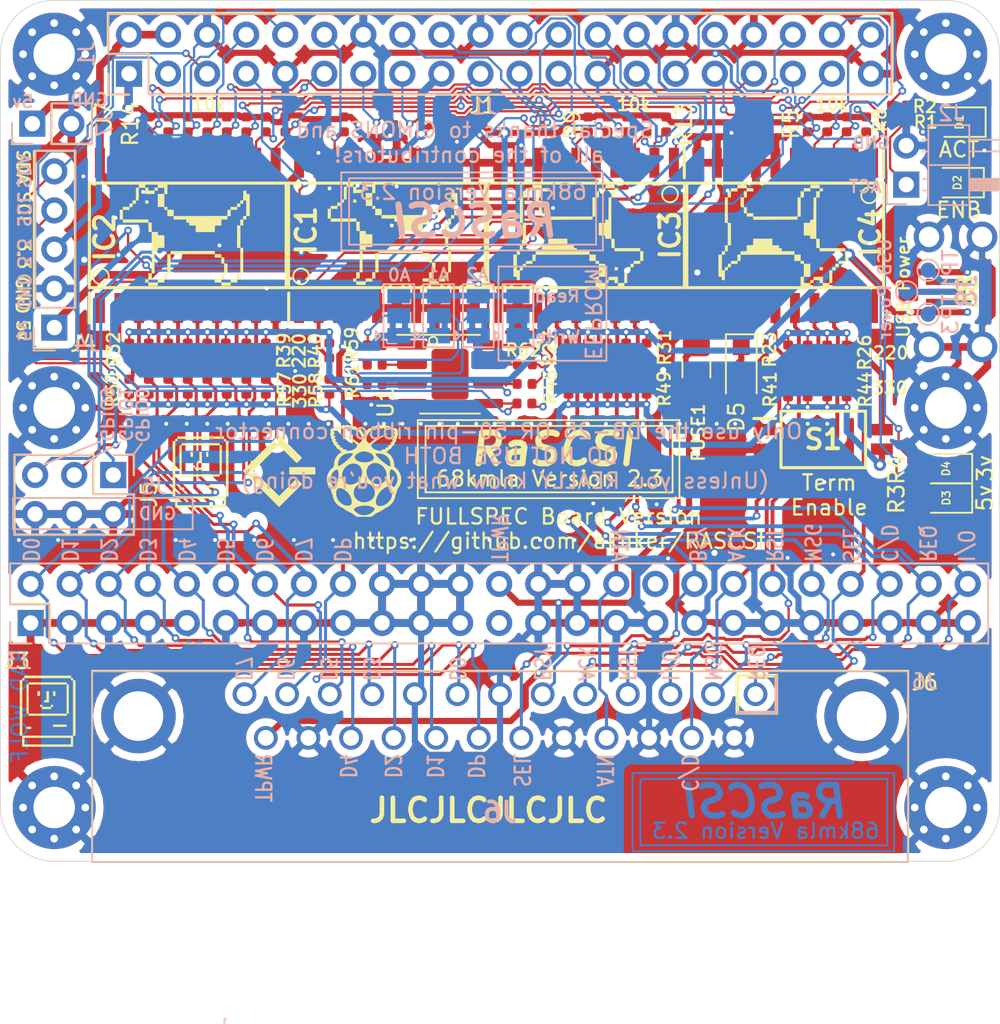
<source format=kicad_pcb>
(kicad_pcb (version 20171130) (host pcbnew "(5.1.4)-1")
  (layers (0 Top signal hide) (31 Bottom signal hide) (34 B.Paste user hide) (35 F.Paste user hide) (36 B.SilkS user) (37 F.SilkS user hide) (38 B.Mask user hide) (39 F.Mask user hide) (44 Edge.Cuts user))
  (net 0 "")
  (net 1 GND)
  (net 2 +3V3)
  (net 3 +5V)
  (net 4 C-REQ)
  (net 5 C-MSG)
  (net 6 C-BSY)
  (net 7 C-SEL)
  (net 8 C-RST)
  (net 9 C-ACK)
  (net 10 C-ATN)
  (net 11 C-DP)
  (net 12 C-D0)
  (net 13 C-D1)
  (net 14 C-D2)
  (net 15 C-D3)
  (net 16 C-D4)
  (net 17 C-D5)
  (net 18 C-D6)
  (net 19 C-D7)
  (net 20 C-I_O)
  (net 21 C-C_D)
  (net 22 TERMPOW)
  (net 23 "Net-(J3-Pad34)")
  (net 24 "Net-(J3-Pad25)")
  (net 25 PI-D7)
  (net 26 PI-D6)
  (net 27 PI-D5)
  (net 28 PI-D4)
  (net 29 PI-D3)
  (net 30 PI-D2)
  (net 31 PI-D1)
  (net 32 PI-D0)
  (net 33 PI-DP)
  (net 34 PI-BSY)
  (net 35 PI-MSG)
  (net 36 PI-C_D)
  (net 37 PI-REQ)
  (net 38 PI-I_O)
  (net 39 PI-ATN)
  (net 40 PI-ACK)
  (net 41 PI-RST)
  (net 42 PI-SEL)
  (net 43 "Net-(D2-Pad2)")
  (net 44 "Net-(D3-Pad2)")
  (net 45 "Net-(D4-Pad2)")
  (net 46 DBG_LED)
  (net 47 PI_SCL)
  (net 48 PI_SDA)
  (net 49 PI-ACT)
  (net 50 /TERM_GND)
  (net 51 /TERM_5v)
  (net 52 PI-IND)
  (net 53 PI-TAD)
  (net 54 PI-DTD)
  (net 55 "Net-(D5-Pad1)")
  (net 56 PI_GPIO1)
  (net 57 PI_GPIO0)
  (net 58 PI_GPIO9)
  (net 59 EXT-ACT-LED)
  (net 60 "Net-(JP1-Pad2)")
  (net 61 "Net-(R59-Pad2)")
  (net 62 "Net-(R60-Pad2)")
  (net 63 "Net-(R61-Pad2)")
  (net 64 "Net-(JP2-Pad2)")
  (net 65 "Net-(JP3-Pad2)")
  (net 66 "Net-(JP4-Pad2)")
  (net 67 "Net-(R62-Pad1)")
  (net 68 USB_Pin_4)
  (net 69 USB_Pin_3)
  (net 70 USB_Pin_2)
  (module Resistor_SMD:R_0402_1005Metric (layer Top) (at 208.6 67.45 180)
    (fp_text reference R64 hide)
    (fp_text value 4.7k)
    (pad 2 smd roundrect (at 0.485 0 180) (size 0.59 0.64) (layers Top F.Paste F.Mask) (net 47 PI_SCL))
    (pad 1 smd roundrect (at -0.485 0 180) (size 0.59 0.64) (layers Top F.Paste F.Mask) (net 2 +3V3))
  )
  (module Resistor_SMD:R_0402_1005Metric (layer Top) (at 208.59 68.72 180)
    (fp_text reference R63)
    (fp_text value 4.7k)
    (pad 2 smd roundrect (at 0.485 0 180) (size 0.59 0.64) (layers Top F.Paste F.Mask) (net 48 PI_SDA))
    (pad 1 smd roundrect (at -0.485 0 180) (size 0.59 0.64) (layers Top F.Paste F.Mask) (net 2 +3V3))
  )
  (module TestPoint:TestPoint_Pad_D1.0mm (layer Bottom) (at 234.85 60.05 90)
    (fp_text reference TP1 (at 0 1.448 -90) (layer B.SilkS) (effects (justify mirror)))
    (fp_text value TestPoint)
    (pad 1 smd circle (at 0 0 90) (size 1 1) (layers Bottom B.Mask) (net 68 USB_Pin_4))
  )
  (module TestPoint:TestPoint_Pad_D1.0mm (layer Bottom) (at 233.46 61.46 90)
    (fp_text reference TP2 hide)
    (fp_text value TestPoint hide)
    (pad 1 smd circle (at 0 0 90) (size 1 1) (layers Bottom B.Mask) (net 69 USB_Pin_3))
  )
  (module TestPoint:TestPoint_Pad_D1.0mm (layer Bottom) (at 234.85 62.91 90)
    (fp_text reference TP3 (at 0 1.448 -90) (layer B.SilkS) (effects (justify mirror)))
    (fp_text value TestPoint)
    (pad 1 smd circle (at 0 0 90) (size 1 1) (layers Bottom B.Mask) (net 70 USB_Pin_2))
  )
  (module SamacSys_Parts:U254051N4BH806 (layer Top) (at 237.39 61.46 90)
    (fp_text reference J8 (at 0 0 90) (layer F.SilkS) (effects (font (size 1.27 1.27) (thickness 0.254))))
    (fp_text value USB_B_Micro hide)
    (pad MH6 np_thru_hole circle (at 2 -1.165 90) (size 0.65 0) (drill 0.65) (layers *.Cu *.Mask))
    (pad MH5 np_thru_hole circle (at -2 -1.165 90) (size 0.65 0) (drill 0.65) (layers *.Cu *.Mask))
    (pad MH4 thru_hole circle (at -3.575 -2.485 90) (size 2 2) (drill 1.3285) (layers *.Cu *.Mask) (net 1 GND))
    (pad MH3 thru_hole circle (at 3.575 -2.485 90) (size 2 2) (drill 1.3285) (layers *.Cu *.Mask) (net 1 GND))
    (pad MH2 thru_hole circle (at 3.575 0.965 90) (size 2 2) (drill 1.3285) (layers *.Cu *.Mask) (net 1 GND))
    (pad MH1 thru_hole circle (at -3.575 0.965 90) (size 2 2) (drill 1.3285) (layers *.Cu *.Mask) (net 1 GND))
    (pad 5 smd rect (at 1.3 -1.985 90) (size 0.4 1.4) (layers Top F.Paste F.Mask) (net 1 GND))
    (pad 4 smd rect (at 0.65 -1.985 90) (size 0.4 1.4) (layers Top F.Paste F.Mask) (net 68 USB_Pin_4))
    (pad 3 smd rect (at 0 -1.985 90) (size 0.4 1.4) (layers Top F.Paste F.Mask) (net 69 USB_Pin_3))
    (pad 2 smd rect (at -0.65 -1.985 90) (size 0.4 1.4) (layers Top F.Paste F.Mask) (net 70 USB_Pin_2))
    (pad 1 smd rect (at -1.3 -1.985 90) (size 0.4 1.4) (layers Top F.Paste F.Mask) (net 3 +5V))
  )
  (module Jumper:SolderJumper-3_P1.3mm_Bridged2Bar12_Pad1.0x1.5mm (layer Bottom) (at 208.169999 63.01 90)
    (fp_text reference JP4 hide)
    (fp_text value Jumper_3_Bridged12)
    (fp_poly (pts (xy -0.9 -0.2) (xy -0.4 -0.2) (xy -0.4 -0.6) (xy -0.9 -0.6)) (layer Bottom) (width 0))
    (fp_poly (pts (xy -0.9 0.6) (xy -0.4 0.6) (xy -0.4 0.2) (xy -0.9 0.2)) (layer Bottom) (width 0))
    (pad 2 smd rect (at 0 0 90) (size 1 1.5) (layers Bottom B.Mask) (net 66 "Net-(JP4-Pad2)"))
    (pad 3 smd rect (at 1.3 0 90) (size 1 1.5) (layers Bottom B.Mask) (net 2 +3V3))
    (pad 1 smd rect (at -1.3 0 90) (size 1 1.5) (layers Bottom B.Mask) (net 1 GND))
  )
  (module Jumper:SolderJumper-3_P1.3mm_Bridged2Bar12_Pad1.0x1.5mm (layer Bottom) (at 200.42 63.01 90)
    (fp_text reference JP1 hide)
    (fp_text value Jumper_3_Bridged12)
    (fp_poly (pts (xy -0.9 -0.2) (xy -0.4 -0.2) (xy -0.4 -0.6) (xy -0.9 -0.6)) (layer Bottom) (width 0))
    (fp_poly (pts (xy -0.9 0.6) (xy -0.4 0.6) (xy -0.4 0.2) (xy -0.9 0.2)) (layer Bottom) (width 0))
    (pad 2 smd rect (at 0 0 90) (size 1 1.5) (layers Bottom B.Mask) (net 60 "Net-(JP1-Pad2)"))
    (pad 3 smd rect (at 1.3 0 90) (size 1 1.5) (layers Bottom B.Mask) (net 2 +3V3))
    (pad 1 smd rect (at -1.3 0 90) (size 1 1.5) (layers Bottom B.Mask) (net 1 GND))
  )
  (module Package_SO:SOIC-8-1EP_3.9x4.9mm_P1.27mm_EP2.41x3.3mm (layer Top) (at 203.75 66.815)
    (fp_text reference U1 (at -4.19 1.855 90) (layer F.SilkS))
    (fp_text value 24LC256)
    (pad 8 smd roundrect (at 2.475 -1.905) (size 1.95 0.6) (layers Top F.Paste F.Mask) (net 2 +3V3))
    (pad 7 smd roundrect (at 2.475 -0.635) (size 1.95 0.6) (layers Top F.Paste F.Mask) (net 67 "Net-(R62-Pad1)"))
    (pad 6 smd roundrect (at 2.475 0.635) (size 1.95 0.6) (layers Top F.Paste F.Mask) (net 47 PI_SCL))
    (pad 5 smd roundrect (at 2.475 1.905) (size 1.95 0.6) (layers Top F.Paste F.Mask) (net 48 PI_SDA))
    (pad 4 smd roundrect (at -2.475 1.905) (size 1.95 0.6) (layers Top F.Paste F.Mask) (net 1 GND))
    (pad 3 smd roundrect (at -2.475 0.635) (size 1.95 0.6) (layers Top F.Paste F.Mask) (net 63 "Net-(R61-Pad2)"))
    (pad 2 smd roundrect (at -2.475 -0.635) (size 1.95 0.6) (layers Top F.Paste F.Mask) (net 62 "Net-(R60-Pad2)"))
    (pad 1 smd roundrect (at -2.475 -1.905) (size 1.95 0.6) (layers Top F.Paste F.Mask) (net 61 "Net-(R59-Pad2)"))
    (pad 9 smd roundrect (at 0 0) (size 2.41 3.3) (layers Top F.Mask) (roundrect_rratio 0.103734))
  )
  (module Resistor_SMD:R_0402_1005Metric (layer Top) (at 208.62 66.18)
    (fp_text reference R62 (at -0.09 -0.93) (layer F.SilkS) (effects (font (size 0.8 0.8))))
    (fp_text value 10k)
    (pad 2 smd roundrect (at 0.485 0) (size 0.59 0.64) (layers Top F.Paste F.Mask) (net 66 "Net-(JP4-Pad2)"))
    (pad 1 smd roundrect (at -0.485 0) (size 0.59 0.64) (layers Top F.Paste F.Mask) (net 67 "Net-(R62-Pad1)"))
  )
  (module Resistor_SMD:R_0402_1005Metric (layer Top) (at 198.85 67.47)
    (fp_text reference R61 (at -1.45 -0.22 90) (layer F.SilkS) (effects (font (size 0.8 0.8))))
    (fp_text value 10k)
    (pad 2 smd roundrect (at 0.485 0) (size 0.59 0.64) (layers Top F.Paste F.Mask) (net 63 "Net-(R61-Pad2)"))
    (pad 1 smd roundrect (at -0.485 0) (size 0.59 0.64) (layers Top F.Paste F.Mask) (net 65 "Net-(JP3-Pad2)"))
  )
  (module Resistor_SMD:R_0402_1005Metric (layer Top) (at 198.85 66.2)
    (fp_text reference R60 hide)
    (fp_text value 10k)
    (pad 2 smd roundrect (at 0.485 0) (size 0.59 0.64) (layers Top F.Paste F.Mask) (net 62 "Net-(R60-Pad2)"))
    (pad 1 smd roundrect (at -0.485 0) (size 0.59 0.64) (layers Top F.Paste F.Mask) (net 64 "Net-(JP2-Pad2)"))
  )
  (module Resistor_SMD:R_0402_1005Metric (layer Top) (at 198.85 64.93)
    (fp_text reference R59 (at -1.5 -0.03 270) (layer F.SilkS) (effects (font (size 0.8 0.8))))
    (fp_text value 10k)
    (pad 2 smd roundrect (at 0.485 0) (size 0.59 0.64) (layers Top F.Paste F.Mask) (net 61 "Net-(R59-Pad2)"))
    (pad 1 smd roundrect (at -0.485 0) (size 0.59 0.64) (layers Top F.Paste F.Mask) (net 60 "Net-(JP1-Pad2)"))
  )
  (module Jumper:SolderJumper-3_P1.3mm_Bridged2Bar12_Pad1.0x1.5mm (layer Bottom) (at 205.586666 63.01 90)
    (fp_text reference JP3 hide)
    (fp_text value Jumper_3_Bridged12)
    (fp_poly (pts (xy -0.9 -0.2) (xy -0.4 -0.2) (xy -0.4 -0.6) (xy -0.9 -0.6)) (layer Bottom) (width 0))
    (fp_poly (pts (xy -0.9 0.6) (xy -0.4 0.6) (xy -0.4 0.2) (xy -0.9 0.2)) (layer Bottom) (width 0))
    (pad 2 smd rect (at 0 0 90) (size 1 1.5) (layers Bottom B.Mask) (net 65 "Net-(JP3-Pad2)"))
    (pad 3 smd rect (at 1.3 0 90) (size 1 1.5) (layers Bottom B.Mask) (net 2 +3V3))
    (pad 1 smd rect (at -1.3 0 90) (size 1 1.5) (layers Bottom B.Mask) (net 1 GND))
  )
  (module Jumper:SolderJumper-3_P1.3mm_Bridged2Bar12_Pad1.0x1.5mm (layer Bottom) (at 203.003333 63.01 90)
    (fp_text reference JP2 hide)
    (fp_text value Jumper_3_Bridged12)
    (fp_poly (pts (xy -0.9 -0.2) (xy -0.4 -0.2) (xy -0.4 -0.6) (xy -0.9 -0.6)) (layer Bottom) (width 0))
    (fp_poly (pts (xy -0.9 0.6) (xy -0.4 0.6) (xy -0.4 0.2) (xy -0.9 0.2)) (layer Bottom) (width 0))
    (pad 2 smd rect (at 0 0 90) (size 1 1.5) (layers Bottom B.Mask) (net 64 "Net-(JP2-Pad2)"))
    (pad 3 smd rect (at 1.3 0 90) (size 1 1.5) (layers Bottom B.Mask) (net 2 +3V3))
    (pad 1 smd rect (at -1.3 0 90) (size 1 1.5) (layers Bottom B.Mask) (net 1 GND))
  )
  (module SamacSys_Parts:scsi_logo (layer Top) (at 192.49 73.1)
    (fp_text reference X8 hide)
    (fp_text value Pi hide)
  )
  (module SamacSys_Parts:dogcow (layer Top) (at 200.025 57.7215)
    (fp_text reference X6 hide)
    (fp_text value Dogcow hide)
  )
  (module SamacSys_Parts:dogcow (layer Top) (at 225.425 57.785 180)
    (fp_text reference X4 hide)
    (fp_text value Dogcow hide)
  )
  (module SamacSys_Parts:L717SDB25PA4CH4F (layer Bottom) (at 223.6216 87.63 180)
    (fp_text reference J6 (at 16.62 -7.67) (layer B.SilkS) (effects (font (size 1.27 1.27) (thickness 0.254)) (justify mirror)))
    (fp_text value "CONNFLY DB-25" hide)
    (pad MH2 thru_hole circle (at 40.14 -1.42 180) (size 4.845 4.845) (drill 3.23) (layers *.Cu *.Mask) (net 1 GND))
    (pad MH1 thru_hole circle (at -6.9 -1.42 180) (size 4.845 4.845) (drill 3.23) (layers *.Cu *.Mask) (net 1 GND))
    (pad 25 thru_hole circle (at 31.855 -2.84 180) (size 1.545 1.545) (drill 1.03) (layers *.Cu *.Mask) (net 22 TERMPOW))
    (pad 24 thru_hole circle (at 29.085 -2.84 180) (size 1.545 1.545) (drill 1.03) (layers *.Cu *.Mask) (net 1 GND))
    (pad 23 thru_hole circle (at 26.315 -2.84 180) (size 1.545 1.545) (drill 1.03) (layers *.Cu *.Mask) (net 16 C-D4))
    (pad 22 thru_hole circle (at 23.545 -2.84 180) (size 1.545 1.545) (drill 1.03) (layers *.Cu *.Mask) (net 14 C-D2))
    (pad 21 thru_hole circle (at 20.775 -2.84 180) (size 1.545 1.545) (drill 1.03) (layers *.Cu *.Mask) (net 13 C-D1))
    (pad 20 thru_hole circle (at 18.005 -2.84 180) (size 1.545 1.545) (drill 1.03) (layers *.Cu *.Mask) (net 11 C-DP))
    (pad 19 thru_hole circle (at 15.235 -2.84 180) (size 1.545 1.545) (drill 1.03) (layers *.Cu *.Mask) (net 7 C-SEL))
    (pad 18 thru_hole circle (at 12.465 -2.84 180) (size 1.545 1.545) (drill 1.03) (layers *.Cu *.Mask) (net 1 GND))
    (pad 17 thru_hole circle (at 9.695 -2.84 180) (size 1.545 1.545) (drill 1.03) (layers *.Cu *.Mask) (net 10 C-ATN))
    (pad 16 thru_hole circle (at 6.925 -2.84 180) (size 1.545 1.545) (drill 1.03) (layers *.Cu *.Mask) (net 1 GND))
    (pad 15 thru_hole circle (at 4.155 -2.84 180) (size 1.545 1.545) (drill 1.03) (layers *.Cu *.Mask) (net 21 C-C_D))
    (pad 14 thru_hole circle (at 1.385 -2.84 180) (size 1.545 1.545) (drill 1.03) (layers *.Cu *.Mask) (net 1 GND))
    (pad 13 thru_hole circle (at 33.24 0 180) (size 1.545 1.545) (drill 1.03) (layers *.Cu *.Mask) (net 19 C-D7))
    (pad 12 thru_hole circle (at 30.47 0 180) (size 1.545 1.545) (drill 1.03) (layers *.Cu *.Mask) (net 18 C-D6))
    (pad 11 thru_hole circle (at 27.7 0 180) (size 1.545 1.545) (drill 1.03) (layers *.Cu *.Mask) (net 17 C-D5))
    (pad 10 thru_hole circle (at 24.93 0 180) (size 1.545 1.545) (drill 1.03) (layers *.Cu *.Mask) (net 15 C-D3))
    (pad 9 thru_hole circle (at 22.16 0 180) (size 1.545 1.545) (drill 1.03) (layers *.Cu *.Mask) (net 1 GND))
    (pad 8 thru_hole circle (at 19.39 0 180) (size 1.545 1.545) (drill 1.03) (layers *.Cu *.Mask) (net 12 C-D0))
    (pad 7 thru_hole circle (at 16.62 0 180) (size 1.545 1.545) (drill 1.03) (layers *.Cu *.Mask) (net 1 GND))
    (pad 6 thru_hole circle (at 13.85 0 180) (size 1.545 1.545) (drill 1.03) (layers *.Cu *.Mask) (net 6 C-BSY))
    (pad 5 thru_hole circle (at 11.08 0 180) (size 1.545 1.545) (drill 1.03) (layers *.Cu *.Mask) (net 9 C-ACK))
    (pad 4 thru_hole circle (at 8.31 0 180) (size 1.545 1.545) (drill 1.03) (layers *.Cu *.Mask) (net 8 C-RST))
    (pad 3 thru_hole circle (at 5.54 0 180) (size 1.545 1.545) (drill 1.03) (layers *.Cu *.Mask) (net 20 C-I_O))
    (pad 2 thru_hole circle (at 2.77 0 180) (size 1.545 1.545) (drill 1.03) (layers *.Cu *.Mask) (net 5 C-MSG))
    (pad 1 thru_hole circle (at 0 0 180) (size 1.545 1.545) (drill 1.03) (layers *.Cu *.Mask) (net 4 C-REQ))
  )
  (module SamacSys_Parts:SOIC127P1030X265-20N (layer Top) (at 225.552 57.785 270)
    (fp_text reference IC4 (at -0.185 -5.548 90) (layer F.SilkS) (effects (font (size 1.27 1.27) (thickness 0.254))))
    (fp_text value SN74LS641-1DW hide)
    (pad 20 smd rect (at 4.725 -5.715) (size 0.65 1.95) (layers Top F.Paste F.Mask) (net 3 +5V))
    (pad 19 smd rect (at 4.725 -4.445) (size 0.65 1.95) (layers Top F.Paste F.Mask) (net 1 GND))
    (pad 18 smd rect (at 4.725 -3.175) (size 0.65 1.95) (layers Top F.Paste F.Mask) (net 7 C-SEL))
    (pad 17 smd rect (at 4.725 -1.905) (size 0.65 1.95) (layers Top F.Paste F.Mask) (net 8 C-RST))
    (pad 16 smd rect (at 4.725 -0.635) (size 0.65 1.95) (layers Top F.Paste F.Mask) (net 9 C-ACK))
    (pad 15 smd rect (at 4.725 0.635) (size 0.65 1.95) (layers Top F.Paste F.Mask) (net 10 C-ATN))
    (pad 14 smd rect (at 4.725 1.905) (size 0.65 1.95) (layers Top F.Paste F.Mask) (net 1 GND))
    (pad 13 smd rect (at 4.725 3.175) (size 0.65 1.95) (layers Top F.Paste F.Mask) (net 1 GND))
    (pad 12 smd rect (at 4.725 4.445) (size 0.65 1.95) (layers Top F.Paste F.Mask) (net 1 GND))
    (pad 11 smd rect (at 4.725 5.715) (size 0.65 1.95) (layers Top F.Paste F.Mask) (net 1 GND))
    (pad 10 smd rect (at -4.725 5.715) (size 0.65 1.95) (layers Top F.Paste F.Mask) (net 1 GND))
    (pad 9 smd rect (at -4.725 4.445) (size 0.65 1.95) (layers Top F.Paste F.Mask) (net 1 GND))
    (pad 8 smd rect (at -4.725 3.175) (size 0.65 1.95) (layers Top F.Paste F.Mask) (net 1 GND))
    (pad 7 smd rect (at -4.725 1.905) (size 0.65 1.95) (layers Top F.Paste F.Mask) (net 1 GND))
    (pad 6 smd rect (at -4.725 0.635) (size 0.65 1.95) (layers Top F.Paste F.Mask) (net 1 GND))
    (pad 5 smd rect (at -4.725 -0.635) (size 0.65 1.95) (layers Top F.Paste F.Mask) (net 39 PI-ATN))
    (pad 4 smd rect (at -4.725 -1.905) (size 0.65 1.95) (layers Top F.Paste F.Mask) (net 40 PI-ACK))
    (pad 3 smd rect (at -4.725 -3.175) (size 0.65 1.95) (layers Top F.Paste F.Mask) (net 41 PI-RST))
    (pad 2 smd rect (at -4.725 -4.445) (size 0.65 1.95) (layers Top F.Paste F.Mask) (net 42 PI-SEL))
    (pad 1 smd rect (at -4.725 -5.715) (size 0.65 1.95) (layers Top F.Paste F.Mask) (net 52 PI-IND))
  )
  (module SamacSys_Parts:SOIC127P1030X265-20N (layer Top) (at 212.598 57.785 270)
    (fp_text reference IC3 (at -0.015 -5.462 90) (layer F.SilkS) (effects (font (size 1.27 1.27) (thickness 0.254))))
    (fp_text value SN74LS641-1DW hide)
    (pad 20 smd rect (at 4.725 -5.715) (size 0.65 1.95) (layers Top F.Paste F.Mask) (net 3 +5V))
    (pad 19 smd rect (at 4.725 -4.445) (size 0.65 1.95) (layers Top F.Paste F.Mask) (net 1 GND))
    (pad 18 smd rect (at 4.725 -3.175) (size 0.65 1.95) (layers Top F.Paste F.Mask) (net 20 C-I_O))
    (pad 17 smd rect (at 4.725 -1.905) (size 0.65 1.95) (layers Top F.Paste F.Mask) (net 4 C-REQ))
    (pad 16 smd rect (at 4.725 -0.635) (size 0.65 1.95) (layers Top F.Paste F.Mask) (net 21 C-C_D))
    (pad 15 smd rect (at 4.725 0.635) (size 0.65 1.95) (layers Top F.Paste F.Mask) (net 5 C-MSG))
    (pad 14 smd rect (at 4.725 1.905) (size 0.65 1.95) (layers Top F.Paste F.Mask) (net 6 C-BSY))
    (pad 13 smd rect (at 4.725 3.175) (size 0.65 1.95) (layers Top F.Paste F.Mask) (net 1 GND))
    (pad 12 smd rect (at 4.725 4.445) (size 0.65 1.95) (layers Top F.Paste F.Mask) (net 1 GND))
    (pad 11 smd rect (at 4.725 5.715) (size 0.65 1.95) (layers Top F.Paste F.Mask) (net 1 GND))
    (pad 10 smd rect (at -4.725 5.715) (size 0.65 1.95) (layers Top F.Paste F.Mask) (net 1 GND))
    (pad 9 smd rect (at -4.725 4.445) (size 0.65 1.95) (layers Top F.Paste F.Mask) (net 1 GND))
    (pad 8 smd rect (at -4.725 3.175) (size 0.65 1.95) (layers Top F.Paste F.Mask) (net 1 GND))
    (pad 7 smd rect (at -4.725 1.905) (size 0.65 1.95) (layers Top F.Paste F.Mask) (net 1 GND))
    (pad 6 smd rect (at -4.725 0.635) (size 0.65 1.95) (layers Top F.Paste F.Mask) (net 34 PI-BSY))
    (pad 5 smd rect (at -4.725 -0.635) (size 0.65 1.95) (layers Top F.Paste F.Mask) (net 35 PI-MSG))
    (pad 4 smd rect (at -4.725 -1.905) (size 0.65 1.95) (layers Top F.Paste F.Mask) (net 36 PI-C_D))
    (pad 3 smd rect (at -4.725 -3.175) (size 0.65 1.95) (layers Top F.Paste F.Mask) (net 37 PI-REQ))
    (pad 2 smd rect (at -4.725 -4.445) (size 0.65 1.95) (layers Top F.Paste F.Mask) (net 38 PI-I_O))
    (pad 1 smd rect (at -4.725 -5.715) (size 0.65 1.95) (layers Top F.Paste F.Mask) (net 53 PI-TAD))
  )
  (module SamacSys_Parts:SOIC127P1030X265-20N (layer Top) (at 186.69 57.785 90)
    (fp_text reference IC2 (at -0.115 -5.41 90) (layer F.SilkS) (effects (font (size 1.27 1.27) (thickness 0.254))))
    (fp_text value SN74LS641-1DW hide)
    (pad 20 smd rect (at 4.725 -5.715 180) (size 0.65 1.95) (layers Top F.Paste F.Mask) (net 3 +5V))
    (pad 19 smd rect (at 4.725 -4.445 180) (size 0.65 1.95) (layers Top F.Paste F.Mask) (net 1 GND))
    (pad 18 smd rect (at 4.725 -3.175 180) (size 0.65 1.95) (layers Top F.Paste F.Mask) (net 25 PI-D7))
    (pad 17 smd rect (at 4.725 -1.905 180) (size 0.65 1.95) (layers Top F.Paste F.Mask) (net 26 PI-D6))
    (pad 16 smd rect (at 4.725 -0.635 180) (size 0.65 1.95) (layers Top F.Paste F.Mask) (net 27 PI-D5))
    (pad 15 smd rect (at 4.725 0.635 180) (size 0.65 1.95) (layers Top F.Paste F.Mask) (net 28 PI-D4))
    (pad 14 smd rect (at 4.725 1.905 180) (size 0.65 1.95) (layers Top F.Paste F.Mask) (net 29 PI-D3))
    (pad 13 smd rect (at 4.725 3.175 180) (size 0.65 1.95) (layers Top F.Paste F.Mask) (net 30 PI-D2))
    (pad 12 smd rect (at 4.725 4.445 180) (size 0.65 1.95) (layers Top F.Paste F.Mask) (net 31 PI-D1))
    (pad 11 smd rect (at 4.725 5.715 180) (size 0.65 1.95) (layers Top F.Paste F.Mask) (net 32 PI-D0))
    (pad 10 smd rect (at -4.725 5.715 180) (size 0.65 1.95) (layers Top F.Paste F.Mask) (net 1 GND))
    (pad 9 smd rect (at -4.725 4.445 180) (size 0.65 1.95) (layers Top F.Paste F.Mask) (net 12 C-D0))
    (pad 8 smd rect (at -4.725 3.175 180) (size 0.65 1.95) (layers Top F.Paste F.Mask) (net 13 C-D1))
    (pad 7 smd rect (at -4.725 1.905 180) (size 0.65 1.95) (layers Top F.Paste F.Mask) (net 14 C-D2))
    (pad 6 smd rect (at -4.725 0.635 180) (size 0.65 1.95) (layers Top F.Paste F.Mask) (net 15 C-D3))
    (pad 5 smd rect (at -4.725 -0.635 180) (size 0.65 1.95) (layers Top F.Paste F.Mask) (net 16 C-D4))
    (pad 4 smd rect (at -4.725 -1.905 180) (size 0.65 1.95) (layers Top F.Paste F.Mask) (net 17 C-D5))
    (pad 3 smd rect (at -4.725 -3.175 180) (size 0.65 1.95) (layers Top F.Paste F.Mask) (net 18 C-D6))
    (pad 2 smd rect (at -4.725 -4.445 180) (size 0.65 1.95) (layers Top F.Paste F.Mask) (net 19 C-D7))
    (pad 1 smd rect (at -4.725 -5.715 180) (size 0.65 1.95) (layers Top F.Paste F.Mask) (net 54 PI-DTD))
  )
  (module SamacSys_Parts:SOIC127P1030X265-20N (layer Top) (at 199.644 57.785 90)
    (fp_text reference IC1 (at 0.335 -5.254 90) (layer F.SilkS) (effects (font (size 1.27 1.27) (thickness 0.254))))
    (fp_text value SN74LS641-1DW hide)
    (pad 20 smd rect (at 4.725 -5.715 180) (size 0.65 1.95) (layers Top F.Paste F.Mask) (net 3 +5V))
    (pad 19 smd rect (at 4.725 -4.445 180) (size 0.65 1.95) (layers Top F.Paste F.Mask) (net 1 GND))
    (pad 18 smd rect (at 4.725 -3.175 180) (size 0.65 1.95) (layers Top F.Paste F.Mask) (net 33 PI-DP))
    (pad 17 smd rect (at 4.725 -1.905 180) (size 0.65 1.95) (layers Top F.Paste F.Mask) (net 1 GND))
    (pad 16 smd rect (at 4.725 -0.635 180) (size 0.65 1.95) (layers Top F.Paste F.Mask) (net 1 GND))
    (pad 15 smd rect (at 4.725 0.635 180) (size 0.65 1.95) (layers Top F.Paste F.Mask) (net 1 GND))
    (pad 14 smd rect (at 4.725 1.905 180) (size 0.65 1.95) (layers Top F.Paste F.Mask) (net 1 GND))
    (pad 13 smd rect (at 4.725 3.175 180) (size 0.65 1.95) (layers Top F.Paste F.Mask) (net 1 GND))
    (pad 12 smd rect (at 4.725 4.445 180) (size 0.65 1.95) (layers Top F.Paste F.Mask) (net 1 GND))
    (pad 11 smd rect (at 4.725 5.715 180) (size 0.65 1.95) (layers Top F.Paste F.Mask) (net 1 GND))
    (pad 10 smd rect (at -4.725 5.715 180) (size 0.65 1.95) (layers Top F.Paste F.Mask) (net 1 GND))
    (pad 9 smd rect (at -4.725 4.445 180) (size 0.65 1.95) (layers Top F.Paste F.Mask) (net 1 GND))
    (pad 8 smd rect (at -4.725 3.175 180) (size 0.65 1.95) (layers Top F.Paste F.Mask) (net 1 GND))
    (pad 7 smd rect (at -4.725 1.905 180) (size 0.65 1.95) (layers Top F.Paste F.Mask) (net 1 GND))
    (pad 6 smd rect (at -4.725 0.635 180) (size 0.65 1.95) (layers Top F.Paste F.Mask) (net 1 GND))
    (pad 5 smd rect (at -4.725 -0.635 180) (size 0.65 1.95) (layers Top F.Paste F.Mask) (net 1 GND))
    (pad 4 smd rect (at -4.725 -1.905 180) (size 0.65 1.95) (layers Top F.Paste F.Mask) (net 1 GND))
    (pad 3 smd rect (at -4.725 -3.175 180) (size 0.65 1.95) (layers Top F.Paste F.Mask) (net 1 GND))
    (pad 2 smd rect (at -4.725 -4.445 180) (size 0.65 1.95) (layers Top F.Paste F.Mask) (net 11 C-DP))
    (pad 1 smd rect (at -4.725 -5.715 180) (size 0.65 1.95) (layers Top F.Paste F.Mask) (net 54 PI-DTD))
  )
  (module Diode_SMD:D_SOD-123F (layer Top) (at 222.6945 66.42 270)
    (fp_text reference D5 (at 3.176 0.3175 270) (layer F.SilkS))
    (fp_text value SM4007PL)
    (pad 2 smd rect (at 1.4 0 270) (size 1.1 1.1) (layers Top F.Paste F.Mask) (net 3 +5V))
    (pad 1 smd rect (at -1.4 0 270) (size 1.1 1.1) (layers Top F.Paste F.Mask) (net 55 "Net-(D5-Pad1)"))
  )
  (module SamacSys_Parts:mac_happy_small (layer Top) (at 177.6095 88.7095)
    (fp_text reference X1 hide)
    (fp_text value Mac hide)
  )
  (module Connector_PinHeader_2.54mm:PinHeader_1x02_P2.54mm_Horizontal (layer Bottom) (at 233.426 54.483)
    (fp_text reference J2 (at 2.921 -4.6355) (layer B.SilkS) (effects (justify mirror)))
    (fp_text value Conn_01x02_Male)
    (pad 2 thru_hole oval (at 0 -2.54) (size 1.7 1.7) (drill 1) (layers *.Cu *.Mask) (net 1 GND))
    (pad 1 thru_hole rect (at 0 0) (size 1.7 1.7) (drill 1) (layers *.Cu *.Mask) (net 59 EXT-ACT-LED))
  )
  (module Connector_PinHeader_2.54mm:PinHeader_1x02_P2.54mm_Vertical (layer Top) (at 176.58 50.52 90)
    (fp_text reference J7 (at 0.5455 4.649 90) (layer F.SilkS))
    (fp_text value Conn_01x02_Male)
    (pad 2 thru_hole oval (at 0 2.54 90) (size 1.7 1.7) (drill 1) (layers *.Cu *.Mask) (net 1 GND))
    (pad 1 thru_hole rect (at 0 0 90) (size 1.7 1.7) (drill 1) (layers *.Cu *.Mask) (net 3 +5V))
  )
  (module Connector_PinHeader_2.54mm:PinHeader_2x03_P2.54mm_Vertical (layer Top) (at 181.84 73.37 270)
    (fp_text reference J5 (at 1.27 -2.33 90) (layer F.SilkS))
    (fp_text value Conn_02x03_Odd_Even)
    (pad 6 thru_hole oval (at 2.54 5.08 270) (size 1.7 1.7) (drill 1) (layers *.Cu *.Mask) (net 1 GND))
    (pad 5 thru_hole oval (at 0 5.08 270) (size 1.7 1.7) (drill 1) (layers *.Cu *.Mask) (net 58 PI_GPIO9))
    (pad 4 thru_hole oval (at 2.54 2.54 270) (size 1.7 1.7) (drill 1) (layers *.Cu *.Mask) (net 1 GND))
    (pad 3 thru_hole oval (at 0 2.54 270) (size 1.7 1.7) (drill 1) (layers *.Cu *.Mask) (net 56 PI_GPIO1))
    (pad 2 thru_hole oval (at 2.54 0 270) (size 1.7 1.7) (drill 1) (layers *.Cu *.Mask) (net 1 GND))
    (pad 1 thru_hole rect (at 0 0 270) (size 1.7 1.7) (drill 1) (layers *.Cu *.Mask) (net 57 PI_GPIO0))
  )
  (module Resistor_SMD:R_0402_1005Metric (layer Top) (at 233.807 72.898 270)
    (fp_text reference R4 (at 0.127 1.016 90) (layer F.SilkS))
    (fp_text value 2k)
    (pad 2 smd roundrect (at 0.485 0 270) (size 0.59 0.64) (layers Top F.Paste F.Mask) (net 45 "Net-(D4-Pad2)"))
    (pad 1 smd roundrect (at -0.485 0 270) (size 0.59 0.64) (layers Top F.Paste F.Mask) (net 2 +3V3))
  )
  (module Resistor_SMD:R_0402_1005Metric (layer Top) (at 232.9585 49.3395)
    (fp_text reference R2 (at 1.674 0.0635 180) (layer F.SilkS) (effects (font (size 0.8 0.8))))
    (fp_text value 2k)
    (pad 2 smd roundrect (at 0.485 0) (size 0.59 0.64) (layers Top F.Paste F.Mask) (net 43 "Net-(D2-Pad2)"))
    (pad 1 smd roundrect (at -0.485 0) (size 0.59 0.64) (layers Top F.Paste F.Mask) (net 46 DBG_LED))
  )
  (module Resistor_SMD:R_0402_1005Metric (layer Top) (at 232.9585 50.3555)
    (fp_text reference R1 (at 1.7375 0.0635 180) (layer F.SilkS) (effects (font (size 0.8 0.8))))
    (fp_text value 2k)
    (pad 2 smd roundrect (at 0.485 0) (size 0.59 0.64) (layers Top F.Paste F.Mask) (net 59 EXT-ACT-LED))
    (pad 1 smd roundrect (at -0.485 0) (size 0.59 0.64) (layers Top F.Paste F.Mask) (net 49 PI-ACT))
  )
  (module Connector_PinHeader_2.54mm:PinHeader_2x25_P2.54mm_Vertical (layer Top) (at 176.4665 82.9945 90)
    (fp_text reference J3 (at -2.4765 -0.889 180) (layer F.SilkS))
    (fp_text value Conn_02x25_Odd_Even)
    (pad 50 thru_hole oval (at 2.54 60.96 90) (size 1.7 1.7) (drill 1) (layers *.Cu *.Mask) (net 20 C-I_O))
    (pad 49 thru_hole oval (at 0 60.96 90) (size 1.7 1.7) (drill 1) (layers *.Cu *.Mask) (net 1 GND))
    (pad 48 thru_hole oval (at 2.54 58.42 90) (size 1.7 1.7) (drill 1) (layers *.Cu *.Mask) (net 4 C-REQ))
    (pad 47 thru_hole oval (at 0 58.42 90) (size 1.7 1.7) (drill 1) (layers *.Cu *.Mask) (net 1 GND))
    (pad 46 thru_hole oval (at 2.54 55.88 90) (size 1.7 1.7) (drill 1) (layers *.Cu *.Mask) (net 21 C-C_D))
    (pad 45 thru_hole oval (at 0 55.88 90) (size 1.7 1.7) (drill 1) (layers *.Cu *.Mask) (net 1 GND))
    (pad 44 thru_hole oval (at 2.54 53.34 90) (size 1.7 1.7) (drill 1) (layers *.Cu *.Mask) (net 7 C-SEL))
    (pad 43 thru_hole oval (at 0 53.34 90) (size 1.7 1.7) (drill 1) (layers *.Cu *.Mask) (net 1 GND))
    (pad 42 thru_hole oval (at 2.54 50.8 90) (size 1.7 1.7) (drill 1) (layers *.Cu *.Mask) (net 5 C-MSG))
    (pad 41 thru_hole oval (at 0 50.8 90) (size 1.7 1.7) (drill 1) (layers *.Cu *.Mask) (net 1 GND))
    (pad 40 thru_hole oval (at 2.54 48.26 90) (size 1.7 1.7) (drill 1) (layers *.Cu *.Mask) (net 8 C-RST))
    (pad 39 thru_hole oval (at 0 48.26 90) (size 1.7 1.7) (drill 1) (layers *.Cu *.Mask) (net 1 GND))
    (pad 38 thru_hole oval (at 2.54 45.72 90) (size 1.7 1.7) (drill 1) (layers *.Cu *.Mask) (net 9 C-ACK))
    (pad 37 thru_hole oval (at 0 45.72 90) (size 1.7 1.7) (drill 1) (layers *.Cu *.Mask) (net 1 GND))
    (pad 36 thru_hole oval (at 2.54 43.18 90) (size 1.7 1.7) (drill 1) (layers *.Cu *.Mask) (net 6 C-BSY))
    (pad 35 thru_hole oval (at 0 43.18 90) (size 1.7 1.7) (drill 1) (layers *.Cu *.Mask) (net 1 GND))
    (pad 34 thru_hole oval (at 2.54 40.64 90) (size 1.7 1.7) (drill 1) (layers *.Cu *.Mask) (net 23 "Net-(J3-Pad34)"))
    (pad 33 thru_hole oval (at 0 40.64 90) (size 1.7 1.7) (drill 1) (layers *.Cu *.Mask) (net 1 GND))
    (pad 32 thru_hole oval (at 2.54 38.1 90) (size 1.7 1.7) (drill 1) (layers *.Cu *.Mask) (net 10 C-ATN))
    (pad 31 thru_hole oval (at 0 38.1 90) (size 1.7 1.7) (drill 1) (layers *.Cu *.Mask) (net 1 GND))
    (pad 30 thru_hole oval (at 2.54 35.56 90) (size 1.7 1.7) (drill 1) (layers *.Cu *.Mask) (net 1 GND))
    (pad 29 thru_hole oval (at 0 35.56 90) (size 1.7 1.7) (drill 1) (layers *.Cu *.Mask) (net 1 GND))
    (pad 28 thru_hole oval (at 2.54 33.02 90) (size 1.7 1.7) (drill 1) (layers *.Cu *.Mask) (net 1 GND))
    (pad 27 thru_hole oval (at 0 33.02 90) (size 1.7 1.7) (drill 1) (layers *.Cu *.Mask) (net 1 GND))
    (pad 26 thru_hole oval (at 2.54 30.48 90) (size 1.7 1.7) (drill 1) (layers *.Cu *.Mask) (net 22 TERMPOW))
    (pad 25 thru_hole oval (at 0 30.48 90) (size 1.7 1.7) (drill 1) (layers *.Cu *.Mask) (net 24 "Net-(J3-Pad25)"))
    (pad 24 thru_hole oval (at 2.54 27.94 90) (size 1.7 1.7) (drill 1) (layers *.Cu *.Mask) (net 1 GND))
    (pad 23 thru_hole oval (at 0 27.94 90) (size 1.7 1.7) (drill 1) (layers *.Cu *.Mask) (net 1 GND))
    (pad 22 thru_hole oval (at 2.54 25.4 90) (size 1.7 1.7) (drill 1) (layers *.Cu *.Mask) (net 1 GND))
    (pad 21 thru_hole oval (at 0 25.4 90) (size 1.7 1.7) (drill 1) (layers *.Cu *.Mask) (net 1 GND))
    (pad 20 thru_hole oval (at 2.54 22.86 90) (size 1.7 1.7) (drill 1) (layers *.Cu *.Mask) (net 1 GND))
    (pad 19 thru_hole oval (at 0 22.86 90) (size 1.7 1.7) (drill 1) (layers *.Cu *.Mask) (net 1 GND))
    (pad 18 thru_hole oval (at 2.54 20.32 90) (size 1.7 1.7) (drill 1) (layers *.Cu *.Mask) (net 11 C-DP))
    (pad 17 thru_hole oval (at 0 20.32 90) (size 1.7 1.7) (drill 1) (layers *.Cu *.Mask) (net 1 GND))
    (pad 16 thru_hole oval (at 2.54 17.78 90) (size 1.7 1.7) (drill 1) (layers *.Cu *.Mask) (net 19 C-D7))
    (pad 15 thru_hole oval (at 0 17.78 90) (size 1.7 1.7) (drill 1) (layers *.Cu *.Mask) (net 1 GND))
    (pad 14 thru_hole oval (at 2.54 15.24 90) (size 1.7 1.7) (drill 1) (layers *.Cu *.Mask) (net 18 C-D6))
    (pad 13 thru_hole oval (at 0 15.24 90) (size 1.7 1.7) (drill 1) (layers *.Cu *.Mask) (net 1 GND))
    (pad 12 thru_hole oval (at 2.54 12.7 90) (size 1.7 1.7) (drill 1) (layers *.Cu *.Mask) (net 17 C-D5))
    (pad 11 thru_hole oval (at 0 12.7 90) (size 1.7 1.7) (drill 1) (layers *.Cu *.Mask) (net 1 GND))
    (pad 10 thru_hole oval (at 2.54 10.16 90) (size 1.7 1.7) (drill 1) (layers *.Cu *.Mask) (net 16 C-D4))
    (pad 9 thru_hole oval (at 0 10.16 90) (size 1.7 1.7) (drill 1) (layers *.Cu *.Mask) (net 1 GND))
    (pad 8 thru_hole oval (at 2.54 7.62 90) (size 1.7 1.7) (drill 1) (layers *.Cu *.Mask) (net 15 C-D3))
    (pad 7 thru_hole oval (at 0 7.62 90) (size 1.7 1.7) (drill 1) (layers *.Cu *.Mask) (net 1 GND))
    (pad 6 thru_hole oval (at 2.54 5.08 90) (size 1.7 1.7) (drill 1) (layers *.Cu *.Mask) (net 14 C-D2))
    (pad 5 thru_hole oval (at 0 5.08 90) (size 1.7 1.7) (drill 1) (layers *.Cu *.Mask) (net 1 GND))
    (pad 4 thru_hole oval (at 2.54 2.54 90) (size 1.7 1.7) (drill 1) (layers *.Cu *.Mask) (net 13 C-D1))
    (pad 3 thru_hole oval (at 0 2.54 90) (size 1.7 1.7) (drill 1) (layers *.Cu *.Mask) (net 1 GND))
    (pad 2 thru_hole oval (at 2.54 0 90) (size 1.7 1.7) (drill 1) (layers *.Cu *.Mask) (net 12 C-D0))
    (pad 1 thru_hole rect (at 0 0 90) (size 1.7 1.7) (drill 1) (layers *.Cu *.Mask) (net 1 GND))
  )
  (module SamacSys_Parts:mac_happy_small (layer Top) (at 187.56 73.15)
    (fp_text reference X3 hide)
    (fp_text value Mac hide)
  )
  (module SamacSys_Parts:pi_logo (layer Top) (at 198.16 73.152)
    (fp_text reference X7 hide)
    (fp_text value Pi hide)
  )
  (module SamacSys_Parts:dogcow (layer Top) (at 212.09 57.785 180)
    (fp_text reference X5 hide)
    (fp_text value Dogcow hide)
  )
  (module SamacSys_Parts:dogcow (layer Top) (at 186.4995 57.785)
    (fp_text reference X2 hide)
    (fp_text value Dogcow hide)
  )
  (module Resistor_SMD:R_0402_1005Metric (layer Top) (at 195.8975 67.6275 90)
    (fp_text reference R58 (at -0.2325 -0.8775 90) (layer F.SilkS) (effects (font (size 0.8 0.8))))
    (fp_text value 330)
    (pad 2 smd roundrect (at 0.485 0 90) (size 0.59 0.64) (layers Top F.Paste F.Mask) (net 11 C-DP))
    (pad 1 smd roundrect (at -0.485 0 90) (size 0.59 0.64) (layers Top F.Paste F.Mask) (net 50 /TERM_GND))
  )
  (module Resistor_SMD:R_0402_1005Metric (layer Top) (at 191.77 67.6275 90)
    (fp_text reference R57 (at -0.1905 1.2065 90) (layer F.SilkS) (effects (font (size 0.8 0.8))))
    (fp_text value 330)
    (pad 2 smd roundrect (at 0.485 0 90) (size 0.59 0.64) (layers Top F.Paste F.Mask) (net 12 C-D0))
    (pad 1 smd roundrect (at -0.485 0 90) (size 0.59 0.64) (layers Top F.Paste F.Mask) (net 50 /TERM_GND))
  )
  (module Resistor_SMD:R_0402_1005Metric (layer Top) (at 190.5 67.6275 90)
    (fp_text reference R56)
    (fp_text value 330)
    (pad 2 smd roundrect (at 0.485 0 90) (size 0.59 0.64) (layers Top F.Paste F.Mask) (net 13 C-D1))
    (pad 1 smd roundrect (at -0.485 0 90) (size 0.59 0.64) (layers Top F.Paste F.Mask) (net 50 /TERM_GND))
  )
  (module Resistor_SMD:R_0402_1005Metric (layer Top) (at 189.23 67.6275 90)
    (fp_text reference R55)
    (fp_text value 330)
    (pad 2 smd roundrect (at 0.485 0 90) (size 0.59 0.64) (layers Top F.Paste F.Mask) (net 14 C-D2))
    (pad 1 smd roundrect (at -0.485 0 90) (size 0.59 0.64) (layers Top F.Paste F.Mask) (net 50 /TERM_GND))
  )
  (module Resistor_SMD:R_0402_1005Metric (layer Top) (at 187.96 67.6275 90)
    (fp_text reference R54)
    (fp_text value 330)
    (pad 2 smd roundrect (at 0.485 0 90) (size 0.59 0.64) (layers Top F.Paste F.Mask) (net 15 C-D3))
    (pad 1 smd roundrect (at -0.485 0 90) (size 0.59 0.64) (layers Top F.Paste F.Mask) (net 50 /TERM_GND))
  )
  (module Resistor_SMD:R_0402_1005Metric (layer Top) (at 186.69 67.6275 90)
    (fp_text reference R53)
    (fp_text value 330)
    (pad 2 smd roundrect (at 0.485 0 90) (size 0.59 0.64) (layers Top F.Paste F.Mask) (net 16 C-D4))
    (pad 1 smd roundrect (at -0.485 0 90) (size 0.59 0.64) (layers Top F.Paste F.Mask) (net 50 /TERM_GND))
  )
  (module Resistor_SMD:R_0402_1005Metric (layer Top) (at 185.42 67.6275 90)
    (fp_text reference R52)
    (fp_text value 330)
    (pad 2 smd roundrect (at 0.485 0 90) (size 0.59 0.64) (layers Top F.Paste F.Mask) (net 17 C-D5))
    (pad 1 smd roundrect (at -0.485 0 90) (size 0.59 0.64) (layers Top F.Paste F.Mask) (net 50 /TERM_GND))
  )
  (module Resistor_SMD:R_0402_1005Metric (layer Top) (at 184.15 67.6275 90)
    (fp_text reference R51)
    (fp_text value 330)
    (pad 2 smd roundrect (at 0.485 0 90) (size 0.59 0.64) (layers Top F.Paste F.Mask) (net 18 C-D6))
    (pad 1 smd roundrect (at -0.485 0 90) (size 0.59 0.64) (layers Top F.Paste F.Mask) (net 50 /TERM_GND))
  )
  (module Resistor_SMD:R_0402_1005Metric (layer Top) (at 182.88 67.6275 90)
    (fp_text reference R50 (at -0.1905 -1.0795 90) (layer F.SilkS) (effects (font (size 0.8 0.8))))
    (fp_text value 330)
    (pad 2 smd roundrect (at 0.485 0 90) (size 0.59 0.64) (layers Top F.Paste F.Mask) (net 19 C-D7))
    (pad 1 smd roundrect (at -0.485 0 90) (size 0.59 0.64) (layers Top F.Paste F.Mask) (net 50 /TERM_GND))
  )
  (module Resistor_SMD:R_0402_1005Metric (layer Top) (at 216.535 67.6275 90)
    (fp_text reference R49 (at -0.127 1.143 90) (layer F.SilkS) (effects (font (size 0.8 0.8))))
    (fp_text value 330)
    (pad 2 smd roundrect (at 0.485 0 90) (size 0.59 0.64) (layers Top F.Paste F.Mask) (net 20 C-I_O))
    (pad 1 smd roundrect (at -0.485 0 90) (size 0.59 0.64) (layers Top F.Paste F.Mask) (net 50 /TERM_GND))
  )
  (module Resistor_SMD:R_0402_1005Metric (layer Top) (at 215.265 67.6275 90)
    (fp_text reference R48)
    (fp_text value 330)
    (pad 2 smd roundrect (at 0.485 0 90) (size 0.59 0.64) (layers Top F.Paste F.Mask) (net 4 C-REQ))
    (pad 1 smd roundrect (at -0.485 0 90) (size 0.59 0.64) (layers Top F.Paste F.Mask) (net 50 /TERM_GND))
  )
  (module Resistor_SMD:R_0402_1005Metric (layer Top) (at 213.995 67.6275 90)
    (fp_text reference R47)
    (fp_text value 330)
    (pad 2 smd roundrect (at 0.485 0 90) (size 0.59 0.64) (layers Top F.Paste F.Mask) (net 21 C-C_D))
    (pad 1 smd roundrect (at -0.485 0 90) (size 0.59 0.64) (layers Top F.Paste F.Mask) (net 50 /TERM_GND))
  )
  (module Resistor_SMD:R_0402_1005Metric (layer Top) (at 212.725 67.6275 90)
    (fp_text reference R46)
    (fp_text value 330)
    (pad 2 smd roundrect (at 0.485 0 90) (size 0.59 0.64) (layers Top F.Paste F.Mask) (net 5 C-MSG))
    (pad 1 smd roundrect (at -0.485 0 90) (size 0.59 0.64) (layers Top F.Paste F.Mask) (net 50 /TERM_GND))
  )
  (module Resistor_SMD:R_0402_1005Metric (layer Top) (at 211.455 67.6275 90)
    (fp_text reference R45 (at 0 -1.17 90) (layer F.SilkS) (effects (font (size 0.8 0.8))))
    (fp_text value 330)
    (pad 2 smd roundrect (at 0.485 0 90) (size 0.59 0.64) (layers Top F.Paste F.Mask) (net 6 C-BSY))
    (pad 1 smd roundrect (at -0.485 0 90) (size 0.59 0.64) (layers Top F.Paste F.Mask) (net 50 /TERM_GND))
  )
  (module Resistor_SMD:R_0402_1005Metric (layer Top) (at 229.5525 67.802501 90)
    (fp_text reference R44 (at -0.015499 1.2065 90) (layer F.SilkS) (effects (font (size 0.8 0.8))))
    (fp_text value 330)
    (pad 2 smd roundrect (at 0.485 0 90) (size 0.59 0.64) (layers Top F.Paste F.Mask) (net 7 C-SEL))
    (pad 1 smd roundrect (at -0.485 0 90) (size 0.59 0.64) (layers Top F.Paste F.Mask) (net 50 /TERM_GND))
  )
  (module Resistor_SMD:R_0402_1005Metric (layer Top) (at 228.2825 67.802501 90)
    (fp_text reference R43)
    (fp_text value 330)
    (pad 2 smd roundrect (at 0.485 0 90) (size 0.59 0.64) (layers Top F.Paste F.Mask) (net 8 C-RST))
    (pad 1 smd roundrect (at -0.485 0 90) (size 0.59 0.64) (layers Top F.Paste F.Mask) (net 50 /TERM_GND))
  )
  (module Resistor_SMD:R_0402_1005Metric (layer Top) (at 227.0125 67.802501 90)
    (fp_text reference R42)
    (fp_text value 330)
    (pad 2 smd roundrect (at 0.485 0 90) (size 0.59 0.64) (layers Top F.Paste F.Mask) (net 9 C-ACK))
    (pad 1 smd roundrect (at -0.485 0 90) (size 0.59 0.64) (layers Top F.Paste F.Mask) (net 50 /TERM_GND))
  )
  (module Resistor_SMD:R_0402_1005Metric (layer Top) (at 225.7425 67.802501 90)
    (fp_text reference R41 (at 0 -1.17 90) (layer F.SilkS) (effects (font (size 0.8 0.8))))
    (fp_text value 330)
    (pad 2 smd roundrect (at 0.485 0 90) (size 0.59 0.64) (layers Top F.Paste F.Mask) (net 10 C-ATN))
    (pad 1 smd roundrect (at -0.485 0 90) (size 0.59 0.64) (layers Top F.Paste F.Mask) (net 50 /TERM_GND))
  )
  (module Resistor_SMD:R_0402_1005Metric (layer Top) (at 195.8975 65.278 270)
    (fp_text reference R40 (at 0.012 0.9075 90) (layer F.SilkS) (effects (font (size 0.8 0.8))))
    (fp_text value 220)
    (pad 2 smd roundrect (at 0.485 0 270) (size 0.59 0.64) (layers Top F.Paste F.Mask) (net 11 C-DP))
    (pad 1 smd roundrect (at -0.485 0 270) (size 0.59 0.64) (layers Top F.Paste F.Mask) (net 51 /TERM_5v))
  )
  (module Resistor_SMD:R_0402_1005Metric (layer Top) (at 191.77 65.278 270)
    (fp_text reference R39 (at 0 -1.17 90) (layer F.SilkS) (effects (font (size 0.8 0.8))))
    (fp_text value 220)
    (pad 2 smd roundrect (at 0.485 0 270) (size 0.59 0.64) (layers Top F.Paste F.Mask) (net 12 C-D0))
    (pad 1 smd roundrect (at -0.485 0 270) (size 0.59 0.64) (layers Top F.Paste F.Mask) (net 51 /TERM_5v))
  )
  (module Resistor_SMD:R_0402_1005Metric (layer Top) (at 190.5 65.278 270)
    (fp_text reference R38)
    (fp_text value 220)
    (pad 2 smd roundrect (at 0.485 0 270) (size 0.59 0.64) (layers Top F.Paste F.Mask) (net 13 C-D1))
    (pad 1 smd roundrect (at -0.485 0 270) (size 0.59 0.64) (layers Top F.Paste F.Mask) (net 51 /TERM_5v))
  )
  (module Resistor_SMD:R_0402_1005Metric (layer Top) (at 189.1665 65.278 270)
    (fp_text reference R37)
    (fp_text value 220)
    (pad 2 smd roundrect (at 0.485 0 270) (size 0.59 0.64) (layers Top F.Paste F.Mask) (net 14 C-D2))
    (pad 1 smd roundrect (at -0.485 0 270) (size 0.59 0.64) (layers Top F.Paste F.Mask) (net 51 /TERM_5v))
  )
  (module Resistor_SMD:R_0402_1005Metric (layer Top) (at 187.96 65.278 270)
    (fp_text reference R36)
    (fp_text value 220)
    (pad 2 smd roundrect (at 0.485 0 270) (size 0.59 0.64) (layers Top F.Paste F.Mask) (net 15 C-D3))
    (pad 1 smd roundrect (at -0.485 0 270) (size 0.59 0.64) (layers Top F.Paste F.Mask) (net 51 /TERM_5v))
  )
  (module Resistor_SMD:R_0402_1005Metric (layer Top) (at 186.69 65.278 270)
    (fp_text reference R35)
    (fp_text value 220)
    (pad 2 smd roundrect (at 0.485 0 270) (size 0.59 0.64) (layers Top F.Paste F.Mask) (net 16 C-D4))
    (pad 1 smd roundrect (at -0.485 0 270) (size 0.59 0.64) (layers Top F.Paste F.Mask) (net 51 /TERM_5v))
  )
  (module Resistor_SMD:R_0402_1005Metric (layer Top) (at 185.42 65.278 270)
    (fp_text reference R34)
    (fp_text value 220)
    (pad 2 smd roundrect (at 0.485 0 270) (size 0.59 0.64) (layers Top F.Paste F.Mask) (net 17 C-D5))
    (pad 1 smd roundrect (at -0.485 0 270) (size 0.59 0.64) (layers Top F.Paste F.Mask) (net 51 /TERM_5v))
  )
  (module Resistor_SMD:R_0402_1005Metric (layer Top) (at 184.15 65.278 270)
    (fp_text reference R33)
    (fp_text value 220)
    (pad 2 smd roundrect (at 0.485 0 270) (size 0.59 0.64) (layers Top F.Paste F.Mask) (net 18 C-D6))
    (pad 1 smd roundrect (at -0.485 0 270) (size 0.59 0.64) (layers Top F.Paste F.Mask) (net 51 /TERM_5v))
  )
  (module Resistor_SMD:R_0402_1005Metric (layer Top) (at 182.88 65.278 270)
    (fp_text reference R32 (at -0.0635 1.016 270) (layer F.SilkS) (effects (font (size 0.8 0.8))))
    (fp_text value 220)
    (pad 2 smd roundrect (at 0.485 0 270) (size 0.59 0.64) (layers Top F.Paste F.Mask) (net 19 C-D7))
    (pad 1 smd roundrect (at -0.485 0 270) (size 0.59 0.64) (layers Top F.Paste F.Mask) (net 51 /TERM_5v))
  )
  (module Resistor_SMD:R_0402_1005Metric (layer Top) (at 215.2015 65.278 270)
    (fp_text reference R30)
    (fp_text value 220)
    (pad 2 smd roundrect (at 0.485 0 270) (size 0.59 0.64) (layers Top F.Paste F.Mask) (net 4 C-REQ))
    (pad 1 smd roundrect (at -0.485 0 270) (size 0.59 0.64) (layers Top F.Paste F.Mask) (net 51 /TERM_5v))
  )
  (module Resistor_SMD:R_0402_1005Metric (layer Top) (at 213.995 65.278 270)
    (fp_text reference R29)
    (fp_text value 220)
    (pad 2 smd roundrect (at 0.485 0 270) (size 0.59 0.64) (layers Top F.Paste F.Mask) (net 21 C-C_D))
    (pad 1 smd roundrect (at -0.485 0 270) (size 0.59 0.64) (layers Top F.Paste F.Mask) (net 51 /TERM_5v))
  )
  (module Resistor_SMD:R_0402_1005Metric (layer Top) (at 212.725 65.278 270)
    (fp_text reference R28)
    (fp_text value 220)
    (pad 2 smd roundrect (at 0.485 0 270) (size 0.59 0.64) (layers Top F.Paste F.Mask) (net 5 C-MSG))
    (pad 1 smd roundrect (at -0.485 0 270) (size 0.59 0.64) (layers Top F.Paste F.Mask) (net 51 /TERM_5v))
  )
  (module Resistor_SMD:R_0402_1005Metric (layer Top) (at 211.455 65.278 270)
    (fp_text reference R27 (at -0.127 1.2065 90) (layer F.SilkS) (effects (font (size 0.8 0.8))))
    (fp_text value 220)
    (pad 2 smd roundrect (at 0.485 0 270) (size 0.59 0.64) (layers Top F.Paste F.Mask) (net 6 C-BSY))
    (pad 1 smd roundrect (at -0.485 0 270) (size 0.59 0.64) (layers Top F.Paste F.Mask) (net 51 /TERM_5v))
  )
  (module Resistor_SMD:R_0402_1005Metric (layer Top) (at 229.5525 65.405 270)
    (fp_text reference R26 (at 0 -1.17 90) (layer F.SilkS) (effects (font (size 0.8 0.8))))
    (fp_text value 220)
    (pad 2 smd roundrect (at 0.485 0 270) (size 0.59 0.64) (layers Top F.Paste F.Mask) (net 7 C-SEL))
    (pad 1 smd roundrect (at -0.485 0 270) (size 0.59 0.64) (layers Top F.Paste F.Mask) (net 51 /TERM_5v))
  )
  (module Resistor_SMD:R_0402_1005Metric (layer Top) (at 228.2825 65.405 270)
    (fp_text reference R25)
    (fp_text value 220)
    (pad 2 smd roundrect (at 0.485 0 270) (size 0.59 0.64) (layers Top F.Paste F.Mask) (net 8 C-RST))
    (pad 1 smd roundrect (at -0.485 0 270) (size 0.59 0.64) (layers Top F.Paste F.Mask) (net 51 /TERM_5v))
  )
  (module Resistor_SMD:R_0402_1005Metric (layer Top) (at 227.0125 65.405 270)
    (fp_text reference R24)
    (fp_text value 220)
    (pad 2 smd roundrect (at 0.485 0 270) (size 0.59 0.64) (layers Top F.Paste F.Mask) (net 9 C-ACK))
    (pad 1 smd roundrect (at -0.485 0 270) (size 0.59 0.64) (layers Top F.Paste F.Mask) (net 51 /TERM_5v))
  )
  (module Resistor_SMD:R_0402_1005Metric (layer Top) (at 225.7425 65.405 270)
    (fp_text reference R23 (at -0.1905 1.2065 90) (layer F.SilkS) (effects (font (size 0.8 0.8))))
    (fp_text value 220)
    (pad 2 smd roundrect (at 0.485 0 270) (size 0.59 0.64) (layers Top F.Paste F.Mask) (net 10 C-ATN))
    (pad 1 smd roundrect (at -0.485 0 270) (size 0.59 0.64) (layers Top F.Paste F.Mask) (net 51 /TERM_5v))
  )
  (module Resistor_SMD:R_0402_1005Metric (layer Top) (at 196.85 50.569 270)
    (fp_text reference R22 hide)
    (fp_text value 10k)
    (pad 2 smd roundrect (at 0.485 0 270) (size 0.59 0.64) (layers Top F.Paste F.Mask) (net 33 PI-DP))
    (pad 1 smd roundrect (at -0.485 0 270) (size 0.59 0.64) (layers Top F.Paste F.Mask) (net 2 +3V3))
  )
  (module Resistor_SMD:R_0402_1005Metric (layer Top) (at 193.04 50.569 270)
    (fp_text reference R21 hide)
    (fp_text value 10k)
    (pad 2 smd roundrect (at 0.485 0 270) (size 0.59 0.64) (layers Top F.Paste F.Mask) (net 32 PI-D0))
    (pad 1 smd roundrect (at -0.485 0 270) (size 0.59 0.64) (layers Top F.Paste F.Mask) (net 2 +3V3))
  )
  (module Resistor_SMD:R_0402_1005Metric (layer Top) (at 191.77 50.569 270)
    (fp_text reference R20)
    (fp_text value 10k)
    (pad 2 smd roundrect (at 0.485 0 270) (size 0.59 0.64) (layers Top F.Paste F.Mask) (net 31 PI-D1))
    (pad 1 smd roundrect (at -0.485 0 270) (size 0.59 0.64) (layers Top F.Paste F.Mask) (net 2 +3V3))
  )
  (module Resistor_SMD:R_0402_1005Metric (layer Top) (at 190.5 50.569 270)
    (fp_text reference R19)
    (fp_text value 10k)
    (pad 2 smd roundrect (at 0.485 0 270) (size 0.59 0.64) (layers Top F.Paste F.Mask) (net 30 PI-D2))
    (pad 1 smd roundrect (at -0.485 0 270) (size 0.59 0.64) (layers Top F.Paste F.Mask) (net 2 +3V3))
  )
  (module Resistor_SMD:R_0402_1005Metric (layer Top) (at 189.23 50.569 270)
    (fp_text reference R18)
    (fp_text value 10k)
    (pad 2 smd roundrect (at 0.485 0 270) (size 0.59 0.64) (layers Top F.Paste F.Mask) (net 29 PI-D3))
    (pad 1 smd roundrect (at -0.485 0 270) (size 0.59 0.64) (layers Top F.Paste F.Mask) (net 2 +3V3))
  )
  (module Resistor_SMD:R_0402_1005Metric (layer Top) (at 187.96 50.569 270)
    (fp_text reference R17)
    (fp_text value 10k)
    (pad 2 smd roundrect (at 0.485 0 270) (size 0.59 0.64) (layers Top F.Paste F.Mask) (net 28 PI-D4))
    (pad 1 smd roundrect (at -0.485 0 270) (size 0.59 0.64) (layers Top F.Paste F.Mask) (net 2 +3V3))
  )
  (module Resistor_SMD:R_0402_1005Metric (layer Top) (at 186.69 50.569 270)
    (fp_text reference R16)
    (fp_text value 10k)
    (pad 2 smd roundrect (at 0.485 0 270) (size 0.59 0.64) (layers Top F.Paste F.Mask) (net 27 PI-D5))
    (pad 1 smd roundrect (at -0.485 0 270) (size 0.59 0.64) (layers Top F.Paste F.Mask) (net 2 +3V3))
  )
  (module Resistor_SMD:R_0402_1005Metric (layer Top) (at 185.42 50.569 270)
    (fp_text reference R15)
    (fp_text value 10k)
    (pad 2 smd roundrect (at 0.485 0 270) (size 0.59 0.64) (layers Top F.Paste F.Mask) (net 26 PI-D6))
    (pad 1 smd roundrect (at -0.485 0 270) (size 0.59 0.64) (layers Top F.Paste F.Mask) (net 2 +3V3))
  )
  (module Resistor_SMD:R_0402_1005Metric (layer Top) (at 184.15 50.569 270)
    (fp_text reference R14 (at -0.023 1.2065 90) (layer F.SilkS))
    (fp_text value 10k)
    (pad 2 smd roundrect (at 0.485 0 270) (size 0.59 0.64) (layers Top F.Paste F.Mask) (net 25 PI-D7))
    (pad 1 smd roundrect (at -0.485 0 270) (size 0.59 0.64) (layers Top F.Paste F.Mask) (net 2 +3V3))
  )
  (module Resistor_SMD:R_0402_1005Metric (layer Top) (at 217.805 50.569 270)
    (fp_text reference R13 (at 0 -1.17 90) (layer F.SilkS))
    (fp_text value 10k)
    (pad 2 smd roundrect (at 0.485 0 270) (size 0.59 0.64) (layers Top F.Paste F.Mask) (net 38 PI-I_O))
    (pad 1 smd roundrect (at -0.485 0 270) (size 0.59 0.64) (layers Top F.Paste F.Mask) (net 2 +3V3))
  )
  (module Resistor_SMD:R_0402_1005Metric (layer Top) (at 216.535 50.569 270)
    (fp_text reference R12)
    (fp_text value 10k)
    (pad 2 smd roundrect (at 0.485 0 270) (size 0.59 0.64) (layers Top F.Paste F.Mask) (net 37 PI-REQ))
    (pad 1 smd roundrect (at -0.485 0 270) (size 0.59 0.64) (layers Top F.Paste F.Mask) (net 2 +3V3))
  )
  (module Resistor_SMD:R_0402_1005Metric (layer Top) (at 215.265 50.569 270)
    (fp_text reference R11)
    (fp_text value 10k)
    (pad 2 smd roundrect (at 0.485 0 270) (size 0.59 0.64) (layers Top F.Paste F.Mask) (net 36 PI-C_D))
    (pad 1 smd roundrect (at -0.485 0 270) (size 0.59 0.64) (layers Top F.Paste F.Mask) (net 2 +3V3))
  )
  (module Resistor_SMD:R_0402_1005Metric (layer Top) (at 213.995 50.569 270)
    (fp_text reference R10)
    (fp_text value 10k)
    (pad 2 smd roundrect (at 0.485 0 270) (size 0.59 0.64) (layers Top F.Paste F.Mask) (net 35 PI-MSG))
    (pad 1 smd roundrect (at -0.485 0 270) (size 0.59 0.64) (layers Top F.Paste F.Mask) (net 2 +3V3))
  )
  (module Resistor_SMD:R_0402_1005Metric (layer Top) (at 212.725 50.569 270)
    (fp_text reference R9 (at 0 1.016 90) (layer F.SilkS))
    (fp_text value 10k)
    (pad 2 smd roundrect (at 0.485 0 270) (size 0.59 0.64) (layers Top F.Paste F.Mask) (net 34 PI-BSY))
    (pad 1 smd roundrect (at -0.485 0 270) (size 0.59 0.64) (layers Top F.Paste F.Mask) (net 2 +3V3))
  )
  (module Resistor_SMD:R_0402_1005Metric (layer Top) (at 230.8225 50.569 270)
    (fp_text reference R8 (at -0.277 -0.889 90) (layer F.SilkS) (effects (font (size 0.8 0.8))))
    (fp_text value 10k)
    (pad 2 smd roundrect (at 0.485 0 270) (size 0.59 0.64) (layers Top F.Paste F.Mask) (net 42 PI-SEL))
    (pad 1 smd roundrect (at -0.485 0 270) (size 0.59 0.64) (layers Top F.Paste F.Mask) (net 2 +3V3))
  )
  (module Resistor_SMD:R_0402_1005Metric (layer Top) (at 229.5525 50.569 270)
    (fp_text reference R7)
    (fp_text value 10k)
    (pad 2 smd roundrect (at 0.485 0 270) (size 0.59 0.64) (layers Top F.Paste F.Mask) (net 41 PI-RST))
    (pad 1 smd roundrect (at -0.485 0 270) (size 0.59 0.64) (layers Top F.Paste F.Mask) (net 2 +3V3))
  )
  (module Resistor_SMD:R_0402_1005Metric (layer Top) (at 228.2825 50.569 270)
    (fp_text reference R6)
    (fp_text value 10k)
    (pad 2 smd roundrect (at 0.485 0 270) (size 0.59 0.64) (layers Top F.Paste F.Mask) (net 40 PI-ACK))
    (pad 1 smd roundrect (at -0.485 0 270) (size 0.59 0.64) (layers Top F.Paste F.Mask) (net 2 +3V3))
  )
  (module Resistor_SMD:R_0402_1005Metric (layer Top) (at 227.0125 50.569 270)
    (fp_text reference R5 (at 0 1.0795 90) (layer F.SilkS))
    (fp_text value 10k)
    (pad 2 smd roundrect (at 0.485 0 270) (size 0.59 0.64) (layers Top F.Paste F.Mask) (net 39 PI-ATN))
    (pad 1 smd roundrect (at -0.485 0 270) (size 0.59 0.64) (layers Top F.Paste F.Mask) (net 2 +3V3))
  )
  (module Resistor_SMD:R_0402_1005Metric (layer Top) (at 233.807 74.803 270)
    (fp_text reference R3 (at 0.127 1.016 90) (layer F.SilkS))
    (fp_text value 5k)
    (pad 2 smd roundrect (at 0.485 0 270) (size 0.59 0.64) (layers Top F.Paste F.Mask) (net 44 "Net-(D3-Pad2)"))
    (pad 1 smd roundrect (at -0.485 0 270) (size 0.59 0.64) (layers Top F.Paste F.Mask) (net 3 +5V))
  )
  (module Fuse:Fuse_1206_3216Metric (layer Top) (at 219.7735 66.424 90)
    (fp_text reference FUSE1 (at -4.188 0.127 270) (layer F.SilkS) (effects (font (size 0.8 0.8))))
    (fp_text value 1A)
    (pad 2 smd roundrect (at 1.4 0 90) (size 1.25 1.75) (layers Top F.Paste F.Mask) (roundrect_rratio 0.2) (net 22 TERMPOW))
    (pad 1 smd roundrect (at -1.4 0 90) (size 1.25 1.75) (layers Top F.Paste F.Mask) (roundrect_rratio 0.2) (net 55 "Net-(D5-Pad1)"))
  )
  (module Resistor_SMD:R_0402_1005Metric (layer Top) (at 216.535 65.278 270)
    (fp_text reference R31 (at -0.1905 -1.17 90) (layer F.SilkS) (effects (font (size 0.8 0.8))))
    (fp_text value 220)
    (pad 2 smd roundrect (at 0.485 0 270) (size 0.59 0.64) (layers Top F.Paste F.Mask) (net 20 C-I_O))
    (pad 1 smd roundrect (at -0.485 0 270) (size 0.59 0.64) (layers Top F.Paste F.Mask) (net 51 /TERM_5v))
  )
  (module Connector_PinSocket_2.54mm:PinSocket_2x20_P2.54mm_Vertical (layer Bottom) (at 182.87 47.27 270)
    (fp_text reference J1 (at -1.27 2.77 270) (layer B.SilkS) (effects (justify mirror)))
    (fp_text value Raspberry_Pi_2_3)
    (pad 40 thru_hole oval (at -2.54 -48.26 270) (size 1.7 1.7) (drill 1) (layers *.Cu *.Mask) (net 40 PI-ACK))
    (pad 39 thru_hole oval (at 0 -48.26 270) (size 1.7 1.7) (drill 1) (layers *.Cu *.Mask) (net 1 GND))
    (pad 38 thru_hole oval (at -2.54 -45.72 270) (size 1.7 1.7) (drill 1) (layers *.Cu *.Mask) (net 41 PI-RST))
    (pad 37 thru_hole oval (at 0 -45.72 270) (size 1.7 1.7) (drill 1) (layers *.Cu *.Mask) (net 34 PI-BSY))
    (pad 36 thru_hole oval (at -2.54 -43.18 270) (size 1.7 1.7) (drill 1) (layers *.Cu *.Mask) (net 26 PI-D6))
    (pad 35 thru_hole oval (at 0 -43.18 270) (size 1.7 1.7) (drill 1) (layers *.Cu *.Mask) (net 39 PI-ATN))
    (pad 34 thru_hole oval (at -2.54 -40.64 270) (size 1.7 1.7) (drill 1) (layers *.Cu *.Mask) (net 1 GND))
    (pad 33 thru_hole oval (at 0 -40.64 270) (size 1.7 1.7) (drill 1) (layers *.Cu *.Mask) (net 29 PI-D3))
    (pad 32 thru_hole oval (at -2.54 -38.1 270) (size 1.7 1.7) (drill 1) (layers *.Cu *.Mask) (net 30 PI-D2))
    (pad 31 thru_hole oval (at 0 -38.1 270) (size 1.7 1.7) (drill 1) (layers *.Cu *.Mask) (net 52 PI-IND))
    (pad 30 thru_hole oval (at -2.54 -35.56 270) (size 1.7 1.7) (drill 1) (layers *.Cu *.Mask) (net 1 GND))
    (pad 29 thru_hole oval (at 0 -35.56 270) (size 1.7 1.7) (drill 1) (layers *.Cu *.Mask) (net 46 DBG_LED))
    (pad 28 thru_hole oval (at -2.54 -33.02 270) (size 1.7 1.7) (drill 1) (layers *.Cu *.Mask) (net 56 PI_GPIO1))
    (pad 27 thru_hole oval (at 0 -33.02 270) (size 1.7 1.7) (drill 1) (layers *.Cu *.Mask) (net 57 PI_GPIO0))
    (pad 26 thru_hole oval (at -2.54 -30.48 270) (size 1.7 1.7) (drill 1) (layers *.Cu *.Mask) (net 53 PI-TAD))
    (pad 25 thru_hole oval (at 0 -30.48 270) (size 1.7 1.7) (drill 1) (layers *.Cu *.Mask) (net 1 GND))
    (pad 24 thru_hole oval (at -2.54 -27.94 270) (size 1.7 1.7) (drill 1) (layers *.Cu *.Mask) (net 54 PI-DTD))
    (pad 23 thru_hole oval (at 0 -27.94 270) (size 1.7 1.7) (drill 1) (layers *.Cu *.Mask) (net 31 PI-D1))
    (pad 22 thru_hole oval (at -2.54 -25.4 270) (size 1.7 1.7) (drill 1) (layers *.Cu *.Mask) (net 38 PI-I_O))
    (pad 21 thru_hole oval (at 0 -25.4 270) (size 1.7 1.7) (drill 1) (layers *.Cu *.Mask) (net 58 PI_GPIO9))
    (pad 20 thru_hole oval (at -2.54 -22.86 270) (size 1.7 1.7) (drill 1) (layers *.Cu *.Mask) (net 1 GND))
    (pad 19 thru_hole oval (at 0 -22.86 270) (size 1.7 1.7) (drill 1) (layers *.Cu *.Mask) (net 32 PI-D0))
    (pad 18 thru_hole oval (at -2.54 -20.32 270) (size 1.7 1.7) (drill 1) (layers *.Cu *.Mask) (net 36 PI-C_D))
    (pad 17 thru_hole oval (at 0 -20.32 270) (size 1.7 1.7) (drill 1) (layers *.Cu *.Mask) (net 2 +3V3))
    (pad 16 thru_hole oval (at -2.54 -17.78 270) (size 1.7 1.7) (drill 1) (layers *.Cu *.Mask) (net 35 PI-MSG))
    (pad 15 thru_hole oval (at 0 -17.78 270) (size 1.7 1.7) (drill 1) (layers *.Cu *.Mask) (net 37 PI-REQ))
    (pad 14 thru_hole oval (at -2.54 -15.24 270) (size 1.7 1.7) (drill 1) (layers *.Cu *.Mask) (net 1 GND))
    (pad 13 thru_hole oval (at 0 -15.24 270) (size 1.7 1.7) (drill 1) (layers *.Cu *.Mask) (net 42 PI-SEL))
    (pad 12 thru_hole oval (at -2.54 -12.7 270) (size 1.7 1.7) (drill 1) (layers *.Cu *.Mask) (net 33 PI-DP))
    (pad 11 thru_hole oval (at 0 -12.7 270) (size 1.7 1.7) (drill 1) (layers *.Cu *.Mask) (net 25 PI-D7))
    (pad 10 thru_hole oval (at -2.54 -10.16 270) (size 1.7 1.7) (drill 1) (layers *.Cu *.Mask) (net 27 PI-D5))
    (pad 9 thru_hole oval (at 0 -10.16 270) (size 1.7 1.7) (drill 1) (layers *.Cu *.Mask) (net 1 GND))
    (pad 8 thru_hole oval (at -2.54 -7.62 270) (size 1.7 1.7) (drill 1) (layers *.Cu *.Mask) (net 28 PI-D4))
    (pad 7 thru_hole oval (at 0 -7.62 270) (size 1.7 1.7) (drill 1) (layers *.Cu *.Mask) (net 49 PI-ACT))
    (pad 6 thru_hole oval (at -2.54 -5.08 270) (size 1.7 1.7) (drill 1) (layers *.Cu *.Mask) (net 1 GND))
    (pad 5 thru_hole oval (at 0 -5.08 270) (size 1.7 1.7) (drill 1) (layers *.Cu *.Mask) (net 47 PI_SCL))
    (pad 4 thru_hole oval (at -2.54 -2.54 270) (size 1.7 1.7) (drill 1) (layers *.Cu *.Mask) (net 3 +5V))
    (pad 3 thru_hole oval (at 0 -2.54 270) (size 1.7 1.7) (drill 1) (layers *.Cu *.Mask) (net 48 PI_SDA))
    (pad 2 thru_hole oval (at -2.54 0 270) (size 1.7 1.7) (drill 1) (layers *.Cu *.Mask) (net 3 +5V))
    (pad 1 thru_hole rect (at 0 0 270) (size 1.7 1.7) (drill 1) (layers *.Cu *.Mask) (net 2 +3V3))
  )
  (module MountingHole:MountingHole_2.7mm_M2.5_Pad_Via (layer Top) (at 236 46)
    (fp_text reference H2 hide)
    (fp_text value Hole2 hide)
    (pad 1 thru_hole circle (at 1.431891 -1.431891) (size 0.8 0.8) (drill 0.5) (layers *.Cu *.Mask) (net 1 GND))
    (pad 1 thru_hole circle (at 0 -2.025) (size 0.8 0.8) (drill 0.5) (layers *.Cu *.Mask) (net 1 GND))
    (pad 1 thru_hole circle (at -1.431891 -1.431891) (size 0.8 0.8) (drill 0.5) (layers *.Cu *.Mask) (net 1 GND))
    (pad 1 thru_hole circle (at -2.025 0) (size 0.8 0.8) (drill 0.5) (layers *.Cu *.Mask) (net 1 GND))
    (pad 1 thru_hole circle (at -1.431891 1.431891) (size 0.8 0.8) (drill 0.5) (layers *.Cu *.Mask) (net 1 GND))
    (pad 1 thru_hole circle (at 0 2.025) (size 0.8 0.8) (drill 0.5) (layers *.Cu *.Mask) (net 1 GND))
    (pad 1 thru_hole circle (at 1.431891 1.431891) (size 0.8 0.8) (drill 0.5) (layers *.Cu *.Mask) (net 1 GND))
    (pad 1 thru_hole circle (at 2.025 0) (size 0.8 0.8) (drill 0.5) (layers *.Cu *.Mask) (net 1 GND))
    (pad 1 thru_hole circle (at 0 0) (size 5.4 5.4) (drill 2.7) (layers *.Cu *.Mask) (net 1 GND))
  )
  (module MountingHole:MountingHole_2.7mm_M2.5_Pad_Via (layer Top) (at 178 46)
    (fp_text reference H1 hide)
    (fp_text value Hole1 hide)
    (pad 1 thru_hole circle (at 1.431891 -1.431891) (size 0.8 0.8) (drill 0.5) (layers *.Cu *.Mask) (net 1 GND))
    (pad 1 thru_hole circle (at 0 -2.025) (size 0.8 0.8) (drill 0.5) (layers *.Cu *.Mask) (net 1 GND))
    (pad 1 thru_hole circle (at -1.431891 -1.431891) (size 0.8 0.8) (drill 0.5) (layers *.Cu *.Mask) (net 1 GND))
    (pad 1 thru_hole circle (at -2.025 0) (size 0.8 0.8) (drill 0.5) (layers *.Cu *.Mask) (net 1 GND))
    (pad 1 thru_hole circle (at -1.431891 1.431891) (size 0.8 0.8) (drill 0.5) (layers *.Cu *.Mask) (net 1 GND))
    (pad 1 thru_hole circle (at 0 2.025) (size 0.8 0.8) (drill 0.5) (layers *.Cu *.Mask) (net 1 GND))
    (pad 1 thru_hole circle (at 1.431891 1.431891) (size 0.8 0.8) (drill 0.5) (layers *.Cu *.Mask) (net 1 GND))
    (pad 1 thru_hole circle (at 2.025 0) (size 0.8 0.8) (drill 0.5) (layers *.Cu *.Mask) (net 1 GND))
    (pad 1 thru_hole circle (at 0 0) (size 5.4 5.4) (drill 2.7) (layers *.Cu *.Mask) (net 1 GND))
  )
  (module Connector_PinSocket_2.54mm:PinSocket_1x05_P2.54mm_Vertical (layer Top) (at 178.01 63.78 180)
    (fp_text reference J4 (at -1.8855 -1.0535) (layer F.SilkS))
    (fp_text value "I2C Pinout")
    (pad 5 thru_hole oval (at 0 10.16 180) (size 1.7 1.7) (drill 1) (layers *.Cu *.Mask) (net 48 PI_SDA))
    (pad 4 thru_hole oval (at 0 7.62 180) (size 1.7 1.7) (drill 1) (layers *.Cu *.Mask) (net 47 PI_SCL))
    (pad 3 thru_hole oval (at 0 5.08 180) (size 1.7 1.7) (drill 1) (layers *.Cu *.Mask) (net 2 +3V3))
    (pad 2 thru_hole oval (at 0 2.54 180) (size 1.7 1.7) (drill 1) (layers *.Cu *.Mask) (net 1 GND))
    (pad 1 thru_hole rect (at 0 0 180) (size 1.7 1.7) (drill 1) (layers *.Cu *.Mask) (net 3 +5V))
  )
  (module MountingHole:MountingHole_2.7mm_M2.5_Pad_Via (layer Top) (at 236 95)
    (fp_text reference H6 hide)
    (fp_text value Hole6)
    (pad 1 thru_hole circle (at 1.431891 -1.431891) (size 0.8 0.8) (drill 0.5) (layers *.Cu *.Mask) (net 1 GND))
    (pad 1 thru_hole circle (at 0 -2.025) (size 0.8 0.8) (drill 0.5) (layers *.Cu *.Mask) (net 1 GND))
    (pad 1 thru_hole circle (at -1.431891 -1.431891) (size 0.8 0.8) (drill 0.5) (layers *.Cu *.Mask) (net 1 GND))
    (pad 1 thru_hole circle (at -2.025 0) (size 0.8 0.8) (drill 0.5) (layers *.Cu *.Mask) (net 1 GND))
    (pad 1 thru_hole circle (at -1.431891 1.431891) (size 0.8 0.8) (drill 0.5) (layers *.Cu *.Mask) (net 1 GND))
    (pad 1 thru_hole circle (at 0 2.025) (size 0.8 0.8) (drill 0.5) (layers *.Cu *.Mask) (net 1 GND))
    (pad 1 thru_hole circle (at 1.431891 1.431891) (size 0.8 0.8) (drill 0.5) (layers *.Cu *.Mask) (net 1 GND))
    (pad 1 thru_hole circle (at 2.025 0) (size 0.8 0.8) (drill 0.5) (layers *.Cu *.Mask) (net 1 GND))
    (pad 1 thru_hole circle (at 0 0) (size 5.4 5.4) (drill 2.7) (layers *.Cu *.Mask) (net 1 GND))
  )
  (module MountingHole:MountingHole_2.7mm_M2.5_Pad_Via (layer Top) (at 178 95)
    (fp_text reference H5 hide)
    (fp_text value Hole4)
    (pad 1 thru_hole circle (at 1.431891 -1.431891) (size 0.8 0.8) (drill 0.5) (layers *.Cu *.Mask) (net 1 GND))
    (pad 1 thru_hole circle (at 0 -2.025) (size 0.8 0.8) (drill 0.5) (layers *.Cu *.Mask) (net 1 GND))
    (pad 1 thru_hole circle (at -1.431891 -1.431891) (size 0.8 0.8) (drill 0.5) (layers *.Cu *.Mask) (net 1 GND))
    (pad 1 thru_hole circle (at -2.025 0) (size 0.8 0.8) (drill 0.5) (layers *.Cu *.Mask) (net 1 GND))
    (pad 1 thru_hole circle (at -1.431891 1.431891) (size 0.8 0.8) (drill 0.5) (layers *.Cu *.Mask) (net 1 GND))
    (pad 1 thru_hole circle (at 0 2.025) (size 0.8 0.8) (drill 0.5) (layers *.Cu *.Mask) (net 1 GND))
    (pad 1 thru_hole circle (at 1.431891 1.431891) (size 0.8 0.8) (drill 0.5) (layers *.Cu *.Mask) (net 1 GND))
    (pad 1 thru_hole circle (at 2.025 0) (size 0.8 0.8) (drill 0.5) (layers *.Cu *.Mask) (net 1 GND))
    (pad 1 thru_hole circle (at 0 0) (size 5.4 5.4) (drill 2.7) (layers *.Cu *.Mask) (net 1 GND))
  )
  (module MountingHole:MountingHole_2.7mm_M2.5_Pad_Via (layer Top) (at 236 69)
    (fp_text reference H4 hide)
    (fp_text value Hole5 hide)
    (pad 1 thru_hole circle (at 1.431891 -1.431891) (size 0.8 0.8) (drill 0.5) (layers *.Cu *.Mask) (net 1 GND))
    (pad 1 thru_hole circle (at 0 -2.025) (size 0.8 0.8) (drill 0.5) (layers *.Cu *.Mask) (net 1 GND))
    (pad 1 thru_hole circle (at -1.431891 -1.431891) (size 0.8 0.8) (drill 0.5) (layers *.Cu *.Mask) (net 1 GND))
    (pad 1 thru_hole circle (at -2.025 0) (size 0.8 0.8) (drill 0.5) (layers *.Cu *.Mask) (net 1 GND))
    (pad 1 thru_hole circle (at -1.431891 1.431891) (size 0.8 0.8) (drill 0.5) (layers *.Cu *.Mask) (net 1 GND))
    (pad 1 thru_hole circle (at 0 2.025) (size 0.8 0.8) (drill 0.5) (layers *.Cu *.Mask) (net 1 GND))
    (pad 1 thru_hole circle (at 1.431891 1.431891) (size 0.8 0.8) (drill 0.5) (layers *.Cu *.Mask) (net 1 GND))
    (pad 1 thru_hole circle (at 2.025 0) (size 0.8 0.8) (drill 0.5) (layers *.Cu *.Mask) (net 1 GND))
    (pad 1 thru_hole circle (at 0 0) (size 5.4 5.4) (drill 2.7) (layers *.Cu *.Mask) (net 1 GND))
  )
  (module MountingHole:MountingHole_2.7mm_M2.5_Pad_Via (layer Top) (at 178 69)
    (fp_text reference H3 hide)
    (fp_text value Hole3 hide)
    (pad 1 thru_hole circle (at 1.431891 -1.431891) (size 0.8 0.8) (drill 0.5) (layers *.Cu *.Mask) (net 1 GND))
    (pad 1 thru_hole circle (at 0 -2.025) (size 0.8 0.8) (drill 0.5) (layers *.Cu *.Mask) (net 1 GND))
    (pad 1 thru_hole circle (at -1.431891 -1.431891) (size 0.8 0.8) (drill 0.5) (layers *.Cu *.Mask) (net 1 GND))
    (pad 1 thru_hole circle (at -2.025 0) (size 0.8 0.8) (drill 0.5) (layers *.Cu *.Mask) (net 1 GND))
    (pad 1 thru_hole circle (at -1.431891 1.431891) (size 0.8 0.8) (drill 0.5) (layers *.Cu *.Mask) (net 1 GND))
    (pad 1 thru_hole circle (at 0 2.025) (size 0.8 0.8) (drill 0.5) (layers *.Cu *.Mask) (net 1 GND))
    (pad 1 thru_hole circle (at 1.431891 1.431891) (size 0.8 0.8) (drill 0.5) (layers *.Cu *.Mask) (net 1 GND))
    (pad 1 thru_hole circle (at 2.025 0) (size 0.8 0.8) (drill 0.5) (layers *.Cu *.Mask) (net 1 GND))
    (pad 1 thru_hole circle (at 0 0) (size 5.4 5.4) (drill 2.7) (layers *.Cu *.Mask) (net 1 GND))
  )
  (module LED_SMD:LED_0805_2012Metric (layer Top) (at 236.0295 72.9615 180)
    (fp_text reference D4 (at 0.015 0 270) (layer F.SilkS) (effects (font (size 0.5 0.5) (thickness 0.1))))
    (fp_text value Green)
    (pad 2 smd roundrect (at 0.9375 0 180) (size 0.975 1.4) (layers Top F.Paste F.Mask) (net 45 "Net-(D4-Pad2)"))
    (pad 1 smd roundrect (at -0.9375 0 180) (size 0.975 1.4) (layers Top F.Paste F.Mask) (net 1 GND))
  )
  (module LED_SMD:LED_0805_2012Metric (layer Top) (at 236.0295 74.8665 180)
    (fp_text reference D3 (at -0.006166 0 270) (layer F.SilkS) (effects (font (size 0.5 0.5) (thickness 0.1))))
    (fp_text value Green)
    (pad 2 smd roundrect (at 0.9375 0 180) (size 0.975 1.4) (layers Top F.Paste F.Mask) (net 44 "Net-(D3-Pad2)"))
    (pad 1 smd roundrect (at -0.9375 0 180) (size 0.975 1.4) (layers Top F.Paste F.Mask) (net 1 GND))
  )
  (module LED_SMD:LED_0805_2012Metric (layer Top) (at 236.7915 54.356 180)
    (fp_text reference D2 (at 0.036167 0 270) (layer F.SilkS) (effects (font (size 0.5 0.5) (thickness 0.1))))
    (fp_text value Green)
    (pad 2 smd roundrect (at 0.9375 0 180) (size 0.975 1.4) (layers Top F.Paste F.Mask) (net 43 "Net-(D2-Pad2)"))
    (pad 1 smd roundrect (at -0.9375 0 180) (size 0.975 1.4) (layers Top F.Paste F.Mask) (net 1 GND))
  )
  (module LED_SMD:LED_0805_2012Metric (layer Top) (at 236.9035 50.419 180)
    (fp_text reference D1 (at 0.015 0 270) (layer F.SilkS) (effects (font (size 0.5 0.5) (thickness 0.1))))
    (fp_text value Green)
    (pad 2 smd roundrect (at 0.9375 0 180) (size 0.975 1.4) (layers Top F.Paste F.Mask) (net 59 EXT-ACT-LED))
    (pad 1 smd roundrect (at -0.9375 0 180) (size 0.975 1.4) (layers Top F.Paste F.Mask) (net 1 GND))
  )
  (module rascsi_din:SOIC127P812X230-4N (layer Top) (at 228.0285 71.0565)
    (fp_text reference S1 (at 0 0) (layer F.SilkS) (effects (font (size 1.27 1.27) (thickness 0.254))))
    (fp_text value "Switch x2" hide)
    (pad 1 smd rect (at -3.812 -0.635 90) (size 0.75 1.425) (layers Top F.Paste F.Mask) (net 3 +5V))
    (pad 2 smd rect (at -3.812 0.635 90) (size 0.75 1.425) (layers Top F.Paste F.Mask) (net 1 GND))
    (pad 3 smd rect (at 3.812 0.635 90) (size 0.75 1.425) (layers Top F.Paste F.Mask) (net 50 /TERM_GND))
    (pad 4 smd rect (at 3.812 -0.635 90) (size 0.75 1.425) (layers Top F.Paste F.Mask) (net 51 /TERM_5v))
  )
  (gr_text A2 (at 206.35 60.34) (layer B.SilkS) (effects (font (size 0.8 0.8)) (justify left mirror)))
  (gr_text A1 (at 203.78 60.34) (layer B.SilkS) (effects (font (size 0.8 0.8)) (justify left mirror)))
  (gr_text A0 (at 201.26 60.36) (layer B.SilkS) (effects (font (size 0.8 0.8)) (justify left mirror)))
  (gr_text Write (at 212.31 64.4) (layer B.SilkS) (effects (font (size 0.8 0.8)) (justify left mirror)))
  (gr_text Read (at 212.28 61.73) (layer B.SilkS) (effects (font (size 0.8 0.8)) (justify left mirror)))
  (gr_line (start 213.92 59.81) (end 206.9 59.81) (layer B.SilkS) (width 0.12))
  (gr_line (start 213.92 65.94) (end 213.92 59.81) (layer B.SilkS) (width 0.12))
  (gr_line (start 206.9 65.94) (end 213.92 65.94) (layer B.SilkS) (width 0.12))
  (gr_line (start 206.9 59.81) (end 206.9 65.94) (layer B.SilkS) (width 0.12))
  (gr_text EEPROM (at 213.03 62.89 270) (layer B.SilkS) (effects (font (size 1 1)) (justify mirror)))
  (gr_circle (center 202.65 64.65) (end 202.86 64.48) (layer F.SilkS) (width 0.12))
  (gr_text JLCJLCJLCJLC (at 206.248 95.1865) (layer F.SilkS) (effects (font (size 1.5 1.5) (thickness 0.3))))
  (gr_text I/O (at 218.059 85.731381 270) (layer B.SilkS) (effects (font (size 1 0.8)) (justify mirror)))
  (gr_text RST (at 215.265 85.674238 270) (layer B.SilkS) (effects (font (size 1 0.8)) (justify mirror)))
  (gr_text SEL (at 208.407 92.583 270) (layer B.SilkS) (effects (font (size 1 0.8)) (justify mirror)))
  (gr_text D0 (at 204.216 85.979 270) (layer B.SilkS) (effects (font (size 1 0.8)) (justify mirror)))
  (gr_text D5 (at 195.834 85.979 270) (layer B.SilkS) (effects (font (size 1 0.8)) (justify mirror)))
  (gr_text BSY (at 209.7405 85.636143 270) (layer B.SilkS) (effects (font (size 1 0.8)) (justify mirror)))
  (gr_text D6 (at 193.04 85.979 270) (layer B.SilkS) (effects (font (size 1 0.8)) (justify mirror)))
  (gr_text D1 (at 202.7555 92.297286 270) (layer B.SilkS) (effects (font (size 1 0.8)) (justify mirror)))
  (gr_text D4 (at 197.104 92.297286 270) (layer B.SilkS) (effects (font (size 1 0.8)) (justify mirror)))
  (gr_text D2 (at 200.025 92.297286 270) (layer B.SilkS) (effects (font (size 1 0.8)) (justify mirror)))
  (gr_text MSG (at 220.853 85.521858 270) (layer B.SilkS) (effects (font (size 1 0.8)) (justify mirror)))
  (gr_text TPWR (at 191.5795 93.078239 270) (layer B.SilkS) (effects (font (size 1 0.8)) (justify mirror)))
  (gr_text D3 (at 198.628 85.979 270) (layer B.SilkS) (effects (font (size 1 0.8)) (justify mirror)))
  (gr_text C/D (at 219.329 92.735381 270) (layer B.SilkS) (effects (font (size 1 0.8)) (justify mirror)))
  (gr_text ACK (at 212.598 85.617096 270) (layer B.SilkS) (effects (font (size 1 0.8)) (justify mirror)))
  (gr_text ATN (at 213.8045 92.583 270) (layer B.SilkS) (effects (font (size 1 0.8)) (justify mirror)))
  (gr_text DP (at 205.4225 92.316334 270) (layer B.SilkS) (effects (font (size 1 0.8)) (justify mirror)))
  (gr_text D7 (at 190.3095 85.979 270) (layer B.SilkS) (effects (font (size 1 0.8)) (justify mirror)))
  (gr_text REQ (at 223.647 85.579 270) (layer B.SilkS) (effects (font (size 1 0.8)) (justify mirror)))
  (gr_text I/O (at 237.2995 77.984381 270) (layer B.SilkS) (effects (font (size 1 0.8)) (justify mirror)))
  (gr_text REQ (at 234.804852 77.832 270) (layer B.SilkS) (effects (font (size 1 0.8)) (justify mirror)))
  (gr_text C/D (at 232.31021 77.793905 270) (layer B.SilkS) (effects (font (size 1 0.8)) (justify mirror)))
  (gr_text SEL (at 229.815568 77.946286 270) (layer B.SilkS) (effects (font (size 1 0.8)) (justify mirror)))
  (gr_text MSG (at 227.320926 77.774858 270) (layer B.SilkS) (effects (font (size 1 0.8)) (justify mirror)))
  (gr_text RST (at 224.826284 77.927238 270) (layer B.SilkS) (effects (font (size 1 0.8)) (justify mirror)))
  (gr_text ACK (at 222.331642 77.870096 270) (layer B.SilkS) (effects (font (size 1 0.8)) (justify mirror)))
  (gr_text BSY (at 219.837 77.889143 270) (layer B.SilkS) (effects (font (size 1 0.8)) (justify mirror)))
  (gr_text ATN (at 214.757 77.946286 270) (layer B.SilkS) (effects (font (size 1 0.8)) (justify mirror)))
  (gr_text TPWR (at 206.9465 77.451048 270) (layer B.SilkS) (effects (font (size 1 0.8)) (justify mirror)))
  (gr_text DP (at 196.723 78.232 270) (layer B.SilkS) (effects (font (size 1 0.8)) (justify mirror)))
  (gr_text D7 (at 194.190934 78.232 270) (layer B.SilkS) (effects (font (size 1 0.8)) (justify mirror)))
  (gr_text D6 (at 191.658872 78.232 270) (layer B.SilkS) (effects (font (size 1 0.8)) (justify mirror)))
  (gr_text D5 (at 189.12681 78.232 270) (layer B.SilkS) (effects (font (size 1 0.8)) (justify mirror)))
  (gr_text D4 (at 186.594748 78.232 270) (layer B.SilkS) (effects (font (size 1 0.8)) (justify mirror)))
  (gr_text D3 (at 184.062686 78.232 270) (layer B.SilkS) (effects (font (size 1 0.8)) (justify mirror)))
  (gr_text D2 (at 181.530624 78.232 270) (layer B.SilkS) (effects (font (size 1 0.8)) (justify mirror)))
  (gr_text D1 (at 178.998562 78.232 270) (layer B.SilkS) (effects (font (size 1 0.8)) (justify mirror)))
  (gr_text D0 (at 176.4665 78.232 270) (layer B.SilkS) (effects (font (size 1 0.8)) (justify mirror)))
  (gr_line (start 181.0385 71.1835) (end 177.292 72.7075) (layer B.SilkS) (width 0.12))
  (gr_line (start 182.3085 71.247) (end 179.959 72.5805) (layer B.SilkS) (width 0.12))
  (gr_line (start 183.7055 71.3105) (end 183.134 72.0725) (layer B.SilkS) (width 0.12))
  (gr_line (start 183.1975 72.0725) (end 181.864 72.0725) (layer B.SilkS) (width 0.12))
  (gr_line (start 183.1975 73.406) (end 183.1975 72.0725) (layer B.SilkS) (width 0.12))
  (gr_line (start 175.387 72.0725) (end 180.5305 72.0725) (layer B.SilkS) (width 0.12))
  (gr_line (start 175.387 77.2795) (end 175.387 72.0725) (layer B.SilkS) (width 0.12))
  (gr_line (start 183.1975 77.2795) (end 175.387 77.2795) (layer B.SilkS) (width 0.12))
  (gr_line (start 183.1975 74.6125) (end 183.1975 77.2795) (layer B.SilkS) (width 0.12))
  (gr_line (start 180.5305 74.6125) (end 183.1975 74.6125) (layer B.SilkS) (width 0.12))
  (gr_line (start 180.5305 72.0725) (end 180.5305 74.6125) (layer B.SilkS) (width 0.12))
  (gr_line (start 176.784 52.2605) (end 176.784 62.484) (layer B.SilkS) (width 0.12))
  (gr_line (start 179.3875 52.2605) (end 176.784 52.2605) (layer B.SilkS) (width 0.12))
  (gr_line (start 179.3875 62.484) (end 179.3875 52.2605) (layer B.SilkS) (width 0.12))
  (gr_line (start 176.784 62.484) (end 179.3875 62.484) (layer B.SilkS) (width 0.12))
  (gr_line (start 175.26 51.816) (end 175.26 50.4825) (layer B.SilkS) (width 0.12))
  (gr_line (start 176.5935 51.816) (end 175.26 51.816) (layer B.SilkS) (width 0.12))
  (gr_line (start 177.8 49.2125) (end 177.8 51.816) (layer B.SilkS) (width 0.12))
  (gr_line (start 180.467 49.2125) (end 177.8 49.2125) (layer B.SilkS) (width 0.12))
  (gr_line (start 180.467 51.816) (end 180.467 49.2125) (layer B.SilkS) (width 0.12))
  (gr_line (start 177.8635 51.816) (end 180.467 51.816) (layer B.SilkS) (width 0.12))
  (gr_text J7 (at 181.2925 50.546 90) (layer B.SilkS) (effects (font (size 1 1)) (justify mirror)))
  (gr_text J4 (at 180.086 64.8335) (layer B.SilkS) (effects (font (size 1 1)) (justify mirror)))
  (gr_text J5 (at 184.4675 74.1045) (layer B.SilkS) (effects (font (size 1 1)) (justify mirror)))
  (gr_text J3 (at 175.7045 85.471) (layer B.SilkS) (effects (font (size 1 1)) (justify mirror)))
  (gr_text J8 (at 237.363 61.4045 90) (layer B.SilkS) (effects (font (size 1.27 1.27) (thickness 0.23)) (justify mirror)))
  (gr_text J1 (at 205.867 49.3395) (layer F.SilkS) (effects (font (size 1 1))))
  (gr_text J1 (at 205.994 49.403) (layer B.SilkS) (effects (font (size 1 1)) (justify mirror)))
  (gr_text ENB (at 236.855 56.134) (layer F.SilkS) (effects (font (size 1 1))))
  (gr_text ACT (at 236.855 52.197) (layer F.SilkS) (effects (font (size 1 1))))
  (gr_text "USB Power" (at 233.2355 61.1505 90) (layer F.SilkS) (effects (font (size 0.8 0.8))))
  (gr_text "USB Power" (at 232.03 61.28 90) (layer B.SilkS) (effects (font (size 0.8 0.8)) (justify mirror)))
  (gr_text J6 (at 234.6325 86.8045) (layer B.SilkS) (effects (font (size 1 1)) (justify mirror)))
  (gr_text J6 (at 234.6325 86.868) (layer F.SilkS) (effects (font (size 1 1))))
  (gr_text RaSCSI (at 205.4375 56.862) (layer B.SilkS) (effects (font (size 2 2) (thickness 0.4) italic) (justify mirror)))
  (gr_text "68kmla Version 2.3" (at 205.247 54.957) (layer B.SilkS) (effects (font (size 1 1)) (justify mirror)))
  (gr_line (start 213.6925 58.767) (end 213.6925 53.687) (layer B.SilkS) (width 0.12))
  (gr_line (start 213.629 53.687) (end 196.6745 53.687) (layer B.SilkS) (width 0.12))
  (gr_line (start 197.246 54.068) (end 213.248 54.068) (layer B.SilkS) (width 0.12))
  (gr_line (start 197.246 54.068) (end 197.1825 54.068) (layer B.SilkS) (width 0.12))
  (gr_line (start 213.248 58.386) (end 197.1825 58.386) (layer B.SilkS) (width 0.12))
  (gr_line (start 197.1825 58.386) (end 197.1825 54.1315) (layer B.SilkS) (width 0.12))
  (gr_line (start 213.248 54.068) (end 213.248 58.386) (layer B.SilkS) (width 0.12))
  (gr_line (start 213.6925 58.767) (end 196.6745 58.767) (layer B.SilkS) (width 0.12))
  (gr_line (start 197.1825 54.068) (end 197.1825 54.322) (layer B.SilkS) (width 0.12))
  (gr_line (start 196.6745 53.687) (end 196.6745 58.767) (layer B.SilkS) (width 0.12))
  (gr_text GND (at 231.14 51.7525) (layer B.SilkS) (effects (font (size 0.8 0.8)) (justify mirror)))
  (gr_text ACT (at 230.759 54.61) (layer B.SilkS) (effects (font (size 0.8 0.8)) (justify mirror)))
  (gr_circle (center 231.013 55.1815) (end 231.4575 54.9275) (layer F.SilkS) (width 0.12))
  (gr_circle (center 218.059 55.118) (end 218.5035 54.864) (layer F.SilkS) (width 0.12))
  (gr_text 3v (at 238.56 72.93 90) (layer F.SilkS) (effects (font (size 1 1))))
  (gr_text 5v (at 238.53 74.87 90) (layer F.SilkS) (effects (font (size 1 1))))
  (gr_text https://github.com/akuker/RASCSI (at 210.82 77.6605) (layer F.SilkS) (effects (font (size 1 1))))
  (gr_text "68kmla Version 2.3" (at 224.282 96.52) (layer Bottom) (effects (font (size 1 1)) (justify mirror)))
  (gr_text RaSCSI (at 224.282 94.615) (layer Bottom) (effects (font (size 2 2) (thickness 0.4) italic) (justify mirror)))
  (gr_line (start 189.143 108.763) (end 189.0795 108.763) (layer B.SilkS) (width 0.12))
  (gr_line (start 216.194 93.142) (end 232.196 93.142) (layer Bottom) (width 0.12))
  (gr_line (start 216.1305 97.46) (end 216.1305 93.2055) (layer Bottom) (width 0.12))
  (gr_line (start 232.196 93.142) (end 232.196 97.46) (layer Bottom) (width 0.12))
  (gr_line (start 232.196 97.46) (end 216.1305 97.46) (layer Bottom) (width 0.12))
  (gr_line (start 215.6225 92.761) (end 215.6225 97.841) (layer Bottom) (width 0.12))
  (gr_line (start 232.6405 97.841) (end 215.6225 97.841) (layer Bottom) (width 0.12))
  (gr_line (start 189.0795 108.763) (end 189.0795 109.017) (layer B.SilkS) (width 0.12))
  (gr_line (start 232.577 92.761) (end 215.6225 92.761) (layer Bottom) (width 0.12))
  (gr_line (start 232.6405 97.841) (end 232.6405 92.761) (layer Bottom) (width 0.12))
  (gr_text 220 (at 193.93 65.29 90) (layer F.SilkS) (effects (font (size 0.8 0.8))))
  (gr_line (start 184.15 45.974) (end 181.483 45.974) (layer F.SilkS) (width 0.12))
  (gr_line (start 184.15 48.641) (end 184.15 45.974) (layer F.SilkS) (width 0.12))
  (gr_line (start 232.537 48.641) (end 184.15 48.641) (layer F.SilkS) (width 0.12))
  (gr_line (start 232.537 43.307) (end 232.537 48.641) (layer F.SilkS) (width 0.12))
  (gr_line (start 181.483 43.307) (end 232.537 43.307) (layer F.SilkS) (width 0.12))
  (gr_line (start 181.483 45.974) (end 181.483 43.307) (layer F.SilkS) (width 0.12))
  (gr_line (start 181.483 48.641) (end 181.483 47.244) (layer F.SilkS) (width 0.12))
  (gr_line (start 182.88 48.641) (end 181.483 48.641) (layer F.SilkS) (width 0.12))
  (gr_line (start 203.937 57.954) (end 204.064 57.954) (layer B.SilkS) (width 0.12))
  (gr_line (start 222.504 88.773) (end 224.917 88.773) (layer B.SilkS) (width 0.12))
  (gr_line (start 224.917 88.773) (end 224.917 86.487) (layer B.SilkS) (width 0.12))
  (gr_line (start 222.377 88.9) (end 225.044 88.9) (layer B.SilkS) (width 0.12))
  (gr_line (start 225.044 88.9) (end 225.044 86.36) (layer B.SilkS) (width 0.12))
  (gr_line (start 222.504 88.773) (end 222.504 86.487) (layer F.SilkS) (width 0.12))
  (gr_line (start 224.917 88.773) (end 222.504 88.773) (layer F.SilkS) (width 0.12))
  (gr_line (start 224.917 86.487) (end 224.917 88.773) (layer F.SilkS) (width 0.12))
  (gr_line (start 222.504 86.487) (end 224.917 86.487) (layer F.SilkS) (width 0.12))
  (gr_line (start 222.377 88.9) (end 222.377 86.36) (layer F.SilkS) (width 0.12))
  (gr_line (start 225.044 88.9) (end 222.377 88.9) (layer F.SilkS) (width 0.12))
  (gr_line (start 225.044 86.36) (end 225.044 88.9) (layer F.SilkS) (width 0.12))
  (gr_line (start 222.377 86.36) (end 225.044 86.36) (layer F.SilkS) (width 0.12))
  (gr_line (start 233.553 86.106) (end 180.467 86.106) (layer F.SilkS) (width 0.12))
  (gr_line (start 233.553 98.552) (end 233.553 86.106) (layer F.SilkS) (width 0.12))
  (gr_line (start 180.467 98.552) (end 233.553 98.552) (layer F.SilkS) (width 0.12))
  (gr_line (start 180.467 86.106) (end 180.467 98.552) (layer F.SilkS) (width 0.12))
  (gr_line (start 238.76 84.328) (end 177.673 84.328) (layer B.SilkS) (width 0.12))
  (gr_line (start 238.76 79.121) (end 238.76 84.328) (layer B.SilkS) (width 0.12))
  (gr_line (start 175.133 79.121) (end 238.76 79.121) (layer B.SilkS) (width 0.12))
  (gr_line (start 175.133 81.788) (end 175.133 79.121) (layer B.SilkS) (width 0.12))
  (gr_line (start 177.673 81.788) (end 175.133 81.788) (layer B.SilkS) (width 0.12))
  (gr_line (start 177.673 84.328) (end 177.673 81.788) (layer B.SilkS) (width 0.12))
  (gr_line (start 175.133 84.328) (end 176.53 84.328) (layer B.SilkS) (width 0.12))
  (gr_line (start 175.133 82.931) (end 175.133 84.328) (layer B.SilkS) (width 0.12))
  (gr_text GND (at 184.7215 75.8825) (layer B.SilkS) (effects (font (size 0.8 0.8)) (justify mirror)))
  (gr_line (start 175.3235 76.8985) (end 175.3235 76.7715) (layer B.SilkS) (width 0.12))
  (gr_line (start 187.0075 76.8985) (end 175.3235 76.8985) (layer B.SilkS) (width 0.12))
  (gr_line (start 187.0075 74.8665) (end 187.0075 76.8985) (layer B.SilkS) (width 0.12))
  (gr_line (start 175.3235 74.8665) (end 187.0075 74.8665) (layer B.SilkS) (width 0.12))
  (gr_line (start 175.3235 76.7715) (end 175.3235 74.8665) (layer B.SilkS) (width 0.12))
  (gr_line (start 176.657 65.278) (end 178.054 65.278) (layer B.SilkS) (width 0.12))
  (gr_line (start 176.657 63.754) (end 176.657 65.278) (layer B.SilkS) (width 0.12))
  (gr_text GPIO9 (at 181.4195 69.4055 270) (layer B.SilkS) (effects (font (size 0.8 0.8)) (justify mirror)))
  (gr_text GPIO1 (at 182.626 69.4055 270) (layer B.SilkS) (effects (font (size 0.8 0.8)) (justify mirror)))
  (gr_text GPIO0 (at 183.7055 69.469 270) (layer B.SilkS) (effects (font (size 0.8 0.8)) (justify mirror)))
  (gr_text 5v (at 176.022 64.008 270) (layer B.SilkS) (effects (font (size 0.8 0.8)) (justify mirror)))
  (gr_text "GND\n" (at 176.022 61.468 270) (layer B.SilkS) (effects (font (size 0.8 0.8)) (justify mirror)))
  (gr_text 3.3 (at 176.022 58.928 270) (layer B.SilkS) (effects (font (size 0.8 0.8)) (justify mirror)))
  (gr_text SCL (at 176.022 56.134 270) (layer B.SilkS) (effects (font (size 0.8 0.8)) (justify mirror)))
  (gr_text SDA (at 176.022 53.594 270) (layer B.SilkS) (effects (font (size 0.8 0.8)) (justify mirror)))
  (gr_text 5v (at 175.9585 49.0855) (layer B.SilkS) (effects (font (size 0.8 0.8)) (justify mirror)))
  (gr_text "GND\n" (at 180.2765 48.9585) (layer B.SilkS) (effects (font (size 0.8 0.8)) (justify mirror)))
  (gr_text 10k (at 228.6 49.276) (layer F.SilkS) (effects (font (size 0.8 0.8))))
  (gr_text 10k (at 215.6968 49.276) (layer F.SilkS) (effects (font (size 0.8 0.8))))
  (gr_text SDA (at 175.9712 53.34 270) (layer F.SilkS) (effects (font (size 0.8 0.8))))
  (gr_text SCL (at 176.022 56.0324 270) (layer F.SilkS) (effects (font (size 0.8 0.8))))
  (gr_text 3.3 (at 176.022 59.0296 270) (layer F.SilkS) (effects (font (size 0.8 0.8))))
  (gr_text "GND\n" (at 175.9204 61.6712 270) (layer F.SilkS) (effects (font (size 0.8 0.8))))
  (gr_text 5v (at 175.9712 63.9572 270) (layer F.SilkS) (effects (font (size 0.8 0.8))))
  (gr_text 330 (at 193.98 67.89 90) (layer F.SilkS) (effects (font (size 0.8 0.8))))
  (gr_text 330 (at 232.3592 67.7164) (layer F.SilkS) (effects (font (size 0.8 0.8))))
  (gr_text 220 (at 232.41 65.4304) (layer F.SilkS) (effects (font (size 0.8 0.8))))
  (gr_text 10k (at 188.0616 49.276) (layer F.SilkS) (effects (font (size 0.8 0.8))))
  (gr_text "BAD WOLF" (at 175.75 88.37 90) (layer Bottom) (effects (font (size 1 1)) (justify mirror)))
  (gr_text "FULLSPEC Board Version" (at 210.82 76.073) (layer F.SilkS) (effects (font (size 1 1))))
  (gr_line (start 201.6525 74.879) (end 201.6525 69.799) (layer F.SilkS) (width 0.12))
  (gr_line (start 218.607 74.879) (end 201.6525 74.879) (layer F.SilkS) (width 0.12))
  (gr_line (start 218.6705 69.799) (end 218.6705 74.879) (layer F.SilkS) (width 0.12))
  (gr_circle (center 181.0385 60.452) (end 181.483 60.198) (layer F.SilkS) (width 0.12))
  (gr_circle (center 194.056 60.452) (end 194.5005 60.198) (layer F.SilkS) (width 0.12))
  (gr_text "Term\nEnable" (at 228.4095 74.676) (layer F.SilkS) (effects (font (size 1 1))))
  (gr_text "Special thanks to GIMONS and \nall of the contributors!" (at 205 51.74) (layer B.SilkS) (effects (font (size 1 1)) (justify mirror)))
  (gr_text "Only use the DB-25 OR 50-pin ribbon connector.\nDO NOT USE BOTH \n(Unless you REALLY know what you're doing)" (at 207.3275 72.136) (layer B.SilkS) (effects (font (size 1 1)) (justify mirror)))
  (gr_line (start 202.1605 74.498) (end 202.1605 74.244) (layer F.SilkS) (width 0.12))
  (gr_line (start 202.224 74.498) (end 202.1605 74.498) (layer F.SilkS) (width 0.12))
  (gr_line (start 218.6705 69.799) (end 201.6525 69.799) (layer F.SilkS) (width 0.12))
  (gr_line (start 202.1605 70.18) (end 202.1605 74.4345) (layer F.SilkS) (width 0.12))
  (gr_line (start 218.226 70.18) (end 202.1605 70.18) (layer F.SilkS) (width 0.12))
  (gr_line (start 218.226 74.498) (end 218.226 70.18) (layer F.SilkS) (width 0.12))
  (gr_line (start 202.224 74.498) (end 218.226 74.498) (layer F.SilkS) (width 0.12))
  (gr_text "68kmla Version 2.3" (at 210.225 73.609) (layer F.SilkS) (effects (font (size 1 1))))
  (gr_text RaSCSI (at 210.4155 71.704) (layer F.SilkS) (effects (font (size 2 2) (thickness 0.4) italic)))
  (gr_line (start 178 98.496) (end 236 98.496) (layer Edge.Cuts) (width 0.05))
  (gr_arc (start 178 94.996) (end 174.5 94.996) (angle -90) (layer Edge.Cuts) (width 0.05))
  (gr_arc (start 236 94.996) (end 236 98.496) (angle -90) (layer Edge.Cuts) (width 0.05))
  (gr_line (start 174.5 46) (end 174.5 94.996) (layer Edge.Cuts) (width 0.05))
  (gr_line (start 239.5 46) (end 239.5 94.996) (layer Edge.Cuts) (width 0.05))
  (gr_line (start 178 42.5) (end 236 42.5) (layer Edge.Cuts) (width 0.05))
  (gr_arc (start 178 46) (end 178 42.5) (angle -90) (layer Edge.Cuts) (width 0.05))
  (gr_arc (start 236 46) (end 239.5 46) (angle -90) (layer Edge.Cuts) (width 0.05))
  (via (at 219.894724 70.0405) (size 0.5) (drill 0.25) (layers Top Bottom) (net 1))
  (via (at 218.693997 70.0405) (size 0.5) (drill 0.25) (layers Top Bottom) (net 1))
  (via (at 228.67 78.54) (size 0.5) (drill 0.25) (layers Top Bottom) (net 1))
  (via (at 194.07 58.88) (size 0.5) (drill 0.25) (layers Top Bottom) (net 1))
  (via (at 195.19 52.42) (size 0.5) (drill 0.25) (layers Top Bottom) (net 1))
  (via (at 218.8845 54.864) (size 0.5) (drill 0.25) (layers Top Bottom) (net 1))
  (via (at 196.140915 77.597) (size 0.5) (drill 0.25) (layers Top Bottom) (net 1))
  (via (at 193.590332 77.597) (size 0.5) (drill 0.25) (layers Top Bottom) (net 1))
  (via (at 206.3115 77.597) (size 0.5) (drill 0.25) (layers Top Bottom) (net 1))
  (via (at 198.659749 77.597) (size 0.5) (drill 0.25) (layers Top Bottom) (net 1))
  (via (at 201.210332 77.597) (size 0.5) (drill 0.25) (layers Top Bottom) (net 1))
  (via (at 188.457415 77.597) (size 0.5) (drill 0.25) (layers Top Bottom) (net 1))
  (via (at 191.008 77.597) (size 0.5) (drill 0.25) (layers Top Bottom) (net 1))
  (via (at 179.959 59.3725) (size 0.8) (drill 0.4) (layers Top Bottom) (net 1))
  (segment (start 234.8865 82.9945) (end 236.063501 81.817499) (width 0.4) (layer Top) (net 1))
  (via (at 217.932 78.8035) (size 0.5) (drill 0.25) (layers Top Bottom) (net 1))
  (via (at 193.675 66.6115) (size 0.5) (drill 0.25) (layers Top Bottom) (net 1))
  (via (at 221.095451 70.0405) (size 0.5) (drill 0.25) (layers Top Bottom) (net 1))
  (via (at 227.0125 70.0405) (size 0.5) (drill 0.25) (layers Top Bottom) (net 1))
  (via (at 228.2825 70.0405) (size 0.5) (drill 0.25) (layers Top Bottom) (net 1))
  (via (at 211.455 70.0405) (size 0.5) (drill 0.25) (layers Top Bottom) (net 1))
  (via (at 210.25427 70.0405) (size 0.5) (drill 0.25) (layers Top Bottom) (net 1))
  (via (at 206.652089 70.0405) (size 0.5) (drill 0.25) (layers Top Bottom) (net 1))
  (via (at 205.451362 70.0405) (size 0.5) (drill 0.25) (layers Top Bottom) (net 1))
  (via (at 203.049908 70.0405) (size 0.5) (drill 0.25) (layers Top Bottom) (net 1))
  (via (at 200.648454 70.0405) (size 0.5) (drill 0.25) (layers Top Bottom) (net 1))
  (via (at 195.834 70.0405) (size 0.5) (drill 0.25) (layers Top Bottom) (net 1))
  (via (at 201.849181 70.0405) (size 0.5) (drill 0.25) (layers Top Bottom) (net 1))
  (via (at 204.250635 70.0405) (size 0.5) (drill 0.25) (layers Top Bottom) (net 1))
  (via (at 194.564 70.0405) (size 0.5) (drill 0.25) (layers Top Bottom) (net 1))
  (via (at 193.2305 70.0405) (size 0.5) (drill 0.25) (layers Top Bottom) (net 1))
  (via (at 182.626 70.0405) (size 0.5) (drill 0.25) (layers Top Bottom) (net 1))
  (via (at 222.296178 70.0405) (size 0.5) (drill 0.25) (layers Top Bottom) (net 1))
  (segment (start 221.1705 70.0405) (end 222.631 70.0405) (width 0.25) (layer Top) (net 1))
  (via (at 175.7045 77.597) (size 0.5) (drill 0.25) (layers Top Bottom) (net 1))
  (via (at 178.255083 77.597) (size 0.5) (drill 0.25) (layers Top Bottom) (net 1))
  (via (at 185.906832 77.597) (size 0.5) (drill 0.25) (layers Top Bottom) (net 1))
  (via (at 209.6135 77.597) (size 0.5) (drill 0.25) (layers Top Bottom) (net 1))
  (via (at 211.836 77.597) (size 0.5) (drill 0.25) (layers Top Bottom) (net 1))
  (via (at 185.2895 70.0405) (size 0.5) (drill 0.25) (layers Top Bottom) (net 1))
  (via (at 186.623 70.0405) (size 0.5) (drill 0.25) (layers Top Bottom) (net 1))
  (via (at 187.9565 70.0405) (size 0.5) (drill 0.25) (layers Top Bottom) (net 1))
  (via (at 189.29 70.0405) (size 0.5) (drill 0.25) (layers Top Bottom) (net 1))
  (via (at 191.957 70.0405) (size 0.5) (drill 0.25) (layers Top Bottom) (net 1))
  (segment (start 187.9565 70.0405) (end 188.401 70.485) (width 0.2) (layer Top) (net 1))
  (segment (start 188.401 70.485) (end 188.401 71.2435) (width 0.2) (layer Top) (net 1))
  (segment (start 188.401 71.2435) (end 188.6585 71.501) (width 0.2) (layer Top) (net 1))
  (segment (start 185.2895 70.0405) (end 185.9245 70.6755) (width 0.2) (layer Top) (net 1))
  (segment (start 185.9245 70.6755) (end 185.9245 72.0055) (width 0.2) (layer Top) (net 1))
  (segment (start 185.9245 72.0055) (end 186.182 72.263) (width 0.2) (layer Top) (net 1))
  (segment (start 214.712999 45.907001) (end 217.252999 45.907001) (width 0.4) (layer Top) (net 1))
  (segment (start 196.932999 45.907001) (end 198.11 44.73) (width 0.4) (layer Top) (net 1))
  (segment (start 194.392999 45.907001) (end 196.932999 45.907001) (width 0.4) (layer Top) (net 1))
  (segment (start 193.03 47.27) (end 194.392999 45.907001) (width 0.4) (layer Top) (net 1))
  (segment (start 189.127001 45.907001) (end 187.95 44.73) (width 0.4) (layer Top) (net 1))
  (segment (start 191.667001 45.907001) (end 189.127001 45.907001) (width 0.4) (layer Top) (net 1))
  (segment (start 193.03 47.27) (end 191.667001 45.907001) (width 0.4) (layer Top) (net 1))
  (segment (start 204.552999 45.907001) (end 205.73 44.73) (width 0.4) (layer Top) (net 1))
  (segment (start 199.287001 45.907001) (end 204.552999 45.907001) (width 0.4) (layer Top) (net 1))
  (segment (start 198.11 44.73) (end 199.287001 45.907001) (width 0.4) (layer Top) (net 1))
  (segment (start 214.712999 45.907001) (end 213.35 47.27) (width 0.4) (layer Top) (net 1))
  (segment (start 222.332999 45.907001) (end 214.712999 45.907001) (width 0.4) (layer Top) (net 1))
  (segment (start 223.51 44.73) (end 222.332999 45.907001) (width 0.4) (layer Top) (net 1))
  (segment (start 219.607001 45.907001) (end 218.43 44.73) (width 0.4) (layer Top) (net 1))
  (segment (start 229.767001 45.907001) (end 219.607001 45.907001) (width 0.4) (layer Top) (net 1))
  (segment (start 231.13 47.27) (end 229.767001 45.907001) (width 0.4) (layer Top) (net 1))
  (segment (start 217.252999 45.907001) (end 218.43 44.73) (width 0.4) (layer Top) (net 1))
  (segment (start 204.552999 45.907001) (end 217.252999 45.907001) (width 0.4) (layer Top) (net 1))
  (via (at 221.014795 45.956184) (size 0.5) (drill 0.25) (layers Top Bottom) (net 1))
  (segment (start 221.250146 45.956184) (end 221.014795 45.956184) (width 0.2) (layer Bottom) (net 1))
  (segment (start 221.93 50.71) (end 222.92 49.72) (width 0.2) (layer Bottom) (net 1))
  (segment (start 222.047001 46.753039) (end 221.250146 45.956184) (width 0.2) (layer Bottom) (net 1))
  (segment (start 222.047001 47.791071) (end 222.047001 46.753039) (width 0.2) (layer Bottom) (net 1))
  (segment (start 222.92 48.66407) (end 222.047001 47.791071) (width 0.2) (layer Bottom) (net 1))
  (segment (start 222.92 49.72) (end 222.92 48.66407) (width 0.2) (layer Bottom) (net 1))
  (segment (start 213.35 48.472081) (end 213.987919 49.11) (width 0.2) (layer Bottom) (net 1))
  (segment (start 213.35 47.27) (end 213.35 48.472081) (width 0.2) (layer Bottom) (net 1))
  (segment (start 213.987919 49.11) (end 214.42 49.11) (width 0.2) (layer Bottom) (net 1))
  (segment (start 214.42 49.11) (end 214.88 49.57) (width 0.2) (layer Bottom) (net 1))
  (segment (start 181.818376 69) (end 178 69) (width 0.4) (layer Top) (net 1))
  (segment (start 183.017001 70.198625) (end 181.818376 69) (width 0.4) (layer Top) (net 1))
  (segment (start 181.84 75.91) (end 183.017001 74.732999) (width 0.4) (layer Top) (net 1))
  (segment (start 183.017001 74.732999) (end 183.017001 70.198625) (width 0.4) (layer Top) (net 1))
  (segment (start 201.8665 87.2251) (end 201.4616 87.63) (width 0.4) (layer Bottom) (net 1))
  (segment (start 201.8665 82.9945) (end 201.8665 87.2251) (width 0.4) (layer Bottom) (net 1))
  (segment (start 207.0016 90.712262) (end 207.0016 87.63) (width 0.4) (layer Bottom) (net 1))
  (segment (start 206.144361 91.569501) (end 207.0016 90.712262) (width 0.4) (layer Bottom) (net 1))
  (segment (start 202.318839 91.569501) (end 206.144361 91.569501) (width 0.4) (layer Bottom) (net 1))
  (segment (start 201.4616 90.712262) (end 202.318839 91.569501) (width 0.4) (layer Bottom) (net 1))
  (segment (start 201.4616 87.63) (end 201.4616 90.712262) (width 0.4) (layer Bottom) (net 1))
  (segment (start 207.0016 85.4794) (end 207.0016 87.63) (width 0.4) (layer Bottom) (net 1))
  (segment (start 209.4865 82.9945) (end 207.0016 85.4794) (width 0.4) (layer Bottom) (net 1))
  (segment (start 216.6966 84.606481) (end 216.6966 90.47) (width 0.4) (layer Bottom) (net 1))
  (segment (start 217.1065 84.196581) (end 216.6966 84.606481) (width 0.4) (layer Bottom) (net 1))
  (segment (start 217.1065 82.9945) (end 217.1065 84.196581) (width 0.4) (layer Bottom) (net 1))
  (segment (start 179.12 47.12) (end 178 46) (width 0.4) (layer Bottom) (net 1))
  (segment (start 179.12 50.52) (end 179.12 47.12) (width 0.4) (layer Bottom) (net 1))
  (segment (start 218.469499 79.340999) (end 217.932 78.8035) (width 0.4) (layer Top) (net 1))
  (segment (start 218.469499 81.817499) (end 218.469499 79.340999) (width 0.4) (layer Top) (net 1))
  (segment (start 219.6465 82.9945) (end 218.469499 81.817499) (width 0.4) (layer Top) (net 1))
  (via (at 220.95 78.44) (size 0.8) (drill 0.4) (layers Top Bottom) (net 1))
  (segment (start 220.95 80.892962) (end 220.95 78.44) (width 0.4) (layer Bottom) (net 1))
  (segment (start 220.496499 81.346463) (end 220.95 80.892962) (width 0.4) (layer Bottom) (net 1))
  (segment (start 219.6465 82.9945) (end 220.496499 82.144501) (width 0.4) (layer Bottom) (net 1))
  (segment (start 220.496499 82.144501) (end 220.496499 81.346463) (width 0.4) (layer Bottom) (net 1))
  (segment (start 223.54 78.44) (end 220.95 78.44) (width 0.4) (layer Bottom) (net 1))
  (segment (start 225.903501 79.889539) (end 224.453962 78.44) (width 0.4) (layer Bottom) (net 1))
  (segment (start 225.903501 80.833463) (end 225.903501 79.889539) (width 0.4) (layer Bottom) (net 1))
  (segment (start 226.416501 81.346463) (end 225.903501 80.833463) (width 0.4) (layer Bottom) (net 1))
  (segment (start 226.416501 82.144501) (end 226.416501 81.346463) (width 0.4) (layer Bottom) (net 1))
  (segment (start 227.2665 82.9945) (end 226.416501 82.144501) (width 0.4) (layer Bottom) (net 1))
  (segment (start 223.549499 78.449499) (end 223.54 78.44) (width 0.4) (layer Bottom) (net 1))
  (segment (start 223.549499 81.817499) (end 223.549499 78.449499) (width 0.4) (layer Bottom) (net 1))
  (segment (start 224.7265 82.9945) (end 223.549499 81.817499) (width 0.4) (layer Bottom) (net 1))
  (segment (start 224.453962 78.44) (end 223.54 78.44) (width 0.4) (layer Bottom) (net 1))
  (segment (start 217.015538 78.8035) (end 217.932 78.8035) (width 0.4) (layer Bottom) (net 1))
  (segment (start 215.929499 79.889539) (end 217.015538 78.8035) (width 0.4) (layer Bottom) (net 1))
  (segment (start 215.929499 81.817499) (end 215.929499 79.889539) (width 0.4) (layer Bottom) (net 1))
  (segment (start 217.1065 82.9945) (end 215.929499 81.817499) (width 0.4) (layer Bottom) (net 1))
  (via (at 219.837 60.198) (size 0.8) (drill 0.4) (layers Top Bottom) (net 1))
  (via (at 215.265 60.071) (size 0.8) (drill 0.4) (layers Top Bottom) (net 1))
  (segment (start 217.043 61.849) (end 215.265 60.071) (width 0.5) (layer Top) (net 1))
  (segment (start 217.043 62.51) (end 217.043 61.849) (width 0.5) (layer Top) (net 1))
  (via (at 209.053543 70.0405) (size 0.5) (drill 0.25) (layers Top Bottom) (net 1))
  (via (at 207.852816 70.0405) (size 0.5) (drill 0.25) (layers Top Bottom) (net 1))
  (via (at 198.247 70.0405) (size 0.5) (drill 0.25) (layers Top Bottom) (net 1))
  (via (at 199.447727 70.0405) (size 0.5) (drill 0.25) (layers Top Bottom) (net 1))
  (via (at 221.8055 54.864) (size 0.5) (drill 0.25) (layers Top Bottom) (net 1))
  (via (at 197.739 54.5465) (size 0.5) (drill 0.25) (layers Top Bottom) (net 1))
  (via (at 200.279 54.61) (size 0.5) (drill 0.25) (layers Top Bottom) (net 1))
  (segment (start 219.837 53.9115) (end 219.837 53.06) (width 0.15) (layer Top) (net 1))
  (segment (start 218.8845 54.864) (end 219.837 53.9115) (width 0.15) (layer Top) (net 1))
  (segment (start 192.5695 62.6745) (end 192.405 62.51) (width 0.15) (layer Top) (net 1))
  (segment (start 192.405 61.7855) (end 192.405 62.51) (width 0.15) (layer Top) (net 1))
  (segment (start 233.288644 64.503148) (end 233.288644 64.149595) (width 0.15) (layer Top) (net 1))
  (segment (start 233.070396 64.721396) (end 233.288644 64.503148) (width 0.15) (layer Top) (net 1))
  (via (at 231.0765 58.293) (size 0.5) (drill 0.25) (layers Top Bottom) (net 1))
  (segment (start 229.997 63.16) (end 229.997 62.51) (width 0.4) (layer Top) (net 1))
  (segment (start 230.895001 64.058001) (end 229.997 63.16) (width 0.4) (layer Top) (net 1))
  (segment (start 232.243501 64.058001) (end 230.895001 64.058001) (width 0.4) (layer Top) (net 1))
  (segment (start 233.2435 65.058) (end 232.243501 64.058001) (width 0.4) (layer Top) (net 1))
  (segment (start 236 69) (end 234.2905 69) (width 0.4) (layer Top) (net 1))
  (segment (start 236.6935 68.3065) (end 236 69) (width 0.4) (layer Top) (net 1))
  (via (at 238.506 52.2605) (size 0.5) (drill 0.25) (layers Top Bottom) (net 1))
  (via (at 234.5055 51.054) (size 0.5) (drill 0.25) (layers Top Bottom) (net 1))
  (segment (start 238.699999 65.414999) (end 238.328 65.043) (width 0.5) (layer Top) (net 1))
  (segment (start 238.699999 66.300001) (end 238.699999 65.414999) (width 0.5) (layer Top) (net 1))
  (segment (start 236 69) (end 238.699999 66.300001) (width 0.5) (layer Top) (net 1))
  (via (at 233.577 60.183) (size 0.5) (drill 0.25) (layers Top Bottom) (net 1))
  (via (at 217.6145 66.548) (size 0.8) (drill 0.4) (layers Top Bottom) (net 1))
  (segment (start 217.6145 65.982315) (end 217.6145 66.548) (width 0.4) (layer Top) (net 1))
  (segment (start 219.837 63.144482) (end 217.6145 65.366982) (width 0.4) (layer Top) (net 1))
  (segment (start 219.837 62.51) (end 219.837 63.144482) (width 0.4) (layer Top) (net 1))
  (segment (start 236.427 65.043) (end 234.878 65.043) (width 0.4) (layer Top) (net 1))
  (segment (start 238.328 65.043) (end 236.823 65.043) (width 0.5) (layer Top) (net 1))
  (segment (start 236.823 65.043) (end 234.878 65.043) (width 0.5) (layer Top) (net 1))
  (segment (start 236 69) (end 236 66.92) (width 0.4) (layer Top) (net 1))
  (segment (start 236.823 66.097) (end 236.823 65.043) (width 0.4) (layer Top) (net 1))
  (segment (start 236 66.92) (end 236.823 66.097) (width 0.4) (layer Top) (net 1))
  (segment (start 187.336447 57.31) (end 187.69 57.31) (width 0.4) (layer Bottom) (net 1))
  (segment (start 181.991 56.642) (end 182.240999 56.891999) (width 0.4) (layer Bottom) (net 1))
  (segment (start 183.827403 56.891999) (end 184.245404 57.31) (width 0.4) (layer Bottom) (net 1))
  (segment (start 182.240999 56.891999) (end 183.827403 56.891999) (width 0.4) (layer Bottom) (net 1))
  (via (at 181.991 56.642) (size 0.5) (drill 0.25) (layers Top Bottom) (net 1))
  (segment (start 189.545 57.31) (end 190.195 56.66) (width 0.4) (layer Bottom) (net 1))
  (segment (start 179.8955 54.096185) (end 179.8955 53.9445) (width 0.15) (layer Top) (net 1))
  (segment (start 186.462001 46.809285) (end 186.462001 51.267999) (width 0.15) (layer Bottom) (net 1))
  (segment (start 187.100001 46.171285) (end 186.462001 46.809285) (width 0.15) (layer Bottom) (net 1))
  (segment (start 187.95 44.73) (end 187.100001 45.579999) (width 0.15) (layer Bottom) (net 1))
  (segment (start 187.100001 45.579999) (end 187.100001 46.171285) (width 0.15) (layer Bottom) (net 1))
  (segment (start 197.489001 54.296501) (end 196.066501 54.296501) (width 0.15) (layer Bottom) (net 1))
  (segment (start 186.462001 51.322001) (end 186.69 51.55) (width 0.15) (layer Bottom) (net 1))
  (via (at 195.91 54.73) (size 0.5) (drill 0.25) (layers Top Bottom) (net 1))
  (segment (start 197.739 54.5465) (end 197.489001 54.296501) (width 0.4) (layer Bottom) (net 1))
  (segment (start 197.485498 54.292998) (end 196.132998 54.292998) (width 0.4) (layer Bottom) (net 1))
  (segment (start 197.489001 54.296501) (end 197.485498 54.292998) (width 0.4) (layer Bottom) (net 1))
  (segment (start 193.03 51.19) (end 193.03 48.472081) (width 0.4) (layer Bottom) (net 1))
  (segment (start 196.132998 54.292998) (end 193.03 51.19) (width 0.4) (layer Bottom) (net 1))
  (segment (start 195.199 54.019) (end 195.199 53.06) (width 0.4) (layer Top) (net 1))
  (segment (start 195.91 54.73) (end 195.199 54.019) (width 0.4) (layer Top) (net 1))
  (segment (start 198.11 44.73) (end 199.464437 46.084437) (width 0.4) (layer Bottom) (net 1))
  (segment (start 188.07 57.31) (end 189.545 57.31) (width 0.4) (layer Bottom) (net 1))
  (via (at 199.96 57.14) (size 0.5) (drill 0.25) (layers Top Bottom) (net 1))
  (segment (start 199.96 57.14) (end 186.464831 57.14) (width 0.4) (layer Bottom) (net 1))
  (segment (start 188.92 58.16) (end 188.07 57.31) (width 0.4) (layer Bottom) (net 1))
  (segment (start 189.98 58.16) (end 188.92 58.16) (width 0.4) (layer Bottom) (net 1))
  (via (at 191.82 61.24) (size 0.5) (drill 0.25) (layers Top Bottom) (net 1))
  (segment (start 192.405 62.51) (end 192.405 61.825) (width 0.4) (layer Top) (net 1))
  (segment (start 192.405 61.825) (end 191.82 61.24) (width 0.4) (layer Top) (net 1))
  (segment (start 191.570001 60.990001) (end 191.340001 60.990001) (width 0.4) (layer Bottom) (net 1))
  (segment (start 191.82 61.24) (end 191.570001 60.990001) (width 0.4) (layer Bottom) (net 1))
  (segment (start 191.27 56.66) (end 190.195 56.66) (width 0.4) (layer Bottom) (net 1))
  (segment (start 194.07 58.526447) (end 192.203553 56.66) (width 0.4) (layer Bottom) (net 1))
  (segment (start 194.07 58.88) (end 194.07 58.526447) (width 0.4) (layer Bottom) (net 1))
  (via (at 193.9 60.81) (size 0.5) (drill 0.25) (layers Top Bottom) (net 1))
  (via (at 179.65 64.4) (size 0.5) (drill 0.25) (layers Top Bottom) (net 1))
  (via (at 182.19 59.06) (size 0.5) (drill 0.25) (layers Top Bottom) (net 1))
  (via (at 188.75 58.44) (size 0.5) (drill 0.25) (layers Top Bottom) (net 1))
  (segment (start 188.75 58.105) (end 188.75 58.44) (width 0.4) (layer Bottom) (net 1))
  (segment (start 190.195 56.66) (end 188.75 58.105) (width 0.4) (layer Bottom) (net 1))
  (segment (start 193.675 66.257947) (end 193.675 66.6115) (width 0.4) (layer Top) (net 1))
  (segment (start 192.405 63.885) (end 193.675 65.155) (width 0.4) (layer Top) (net 1))
  (segment (start 192.405 62.51) (end 192.405 63.885) (width 0.4) (layer Top) (net 1))
  (via (at 225.71 78.76) (size 0.5) (drill 0.25) (layers Top Bottom) (net 1))
  (via (at 228.11 73.83) (size 0.5) (drill 0.25) (layers Top Bottom) (net 1))
  (via (at 217.19 75.28) (size 0.5) (drill 0.25) (layers Top Bottom) (net 1))
  (via (at 213.07 75.22) (size 0.5) (drill 0.25) (layers Top Bottom) (net 1))
  (segment (start 218.693997 70.0405) (end 217.480479 70.0405) (width 0.4) (layer Bottom) (net 1))
  (via (at 217.480479 70.0405) (size 0.5) (drill 0.25) (layers Top Bottom) (net 1))
  (via (at 204.2 51.69) (size 0.5) (drill 0.25) (layers Top Bottom) (net 1))
  (segment (start 192.705832 50.418168) (end 193.04 50.084) (width 0.4) (layer Top) (net 2))
  (segment (start 192.312206 50.418168) (end 192.705832 50.418168) (width 0.4) (layer Top) (net 2))
  (segment (start 191.863037 49.968999) (end 192.312206 50.418168) (width 0.4) (layer Top) (net 2))
  (segment (start 229.5525 50.084) (end 230.8225 50.084) (width 0.4) (layer Top) (net 2))
  (via (at 182.8165 49.53) (size 0.8) (drill 0.4) (layers Top Bottom) (net 2))
  (segment (start 182.8165 47.3583) (end 182.88 47.2948) (width 0.5) (layer Top) (net 2))
  (segment (start 182.8165 49.53) (end 182.8165 47.3583) (width 0.5) (layer Top) (net 2))
  (segment (start 182.87 49.4765) (end 182.8165 49.53) (width 0.5) (layer Bottom) (net 2))
  (segment (start 182.87 47.27) (end 182.87 49.4765) (width 0.5) (layer Bottom) (net 2))
  (segment (start 201.8665 48.5935) (end 203.19 47.27) (width 0.5) (layer Bottom) (net 2))
  (segment (start 201.8665 51.181) (end 201.8665 48.5935) (width 0.5) (layer Bottom) (net 2))
  (segment (start 226.664489 50.432011) (end 227.0125 50.084) (width 0.4) (layer Top) (net 2))
  (segment (start 217.805 50.084) (end 218.153011 50.432011) (width 0.4) (layer Top) (net 2))
  (segment (start 218.153011 50.432011) (end 226.664489 50.432011) (width 0.4) (layer Top) (net 2))
  (segment (start 229.1325 50.084) (end 229.5525 50.084) (width 0.4) (layer Top) (net 2))
  (segment (start 217.703579 49.982579) (end 217.805 50.084) (width 0.4) (layer Top) (net 2))
  (segment (start 212.725 50.084) (end 213.145 50.084) (width 0.4) (layer Top) (net 2))
  (segment (start 213.145 50.084) (end 213.246421 49.982579) (width 0.4) (layer Top) (net 2))
  (segment (start 213.246421 49.982579) (end 217.703579 49.982579) (width 0.4) (layer Top) (net 2))
  (via (at 201.8665 51.181) (size 0.8) (drill 0.4) (layers Top Bottom) (net 2))
  (segment (start 201.931998 51.246498) (end 201.8665 51.181) (width 0.5) (layer Top) (net 2))
  (via (at 230.251 49.5935) (size 0.5) (drill 0.25) (layers Top Bottom) (net 2))
  (segment (start 230.332 49.5935) (end 230.8225 50.084) (width 0.15) (layer Top) (net 2))
  (segment (start 230.251 49.5935) (end 230.332 49.5935) (width 0.15) (layer Top) (net 2))
  (segment (start 230.251 49.5935) (end 232.119999 51.462499) (width 0.15) (layer Bottom) (net 2))
  (segment (start 233.807 72.413) (end 233.070396 71.676396) (width 0.15) (layer Top) (net 2))
  (segment (start 183.596 49.53) (end 184.15 50.084) (width 0.4) (layer Top) (net 2))
  (segment (start 182.8165 49.53) (end 183.596 49.53) (width 0.4) (layer Top) (net 2))
  (segment (start 190.129962 50.084) (end 191.77 50.084) (width 0.4) (layer Top) (net 2))
  (segment (start 190.01496 49.968998) (end 190.129962 50.084) (width 0.4) (layer Top) (net 2))
  (segment (start 184.521657 49.968998) (end 190.01496 49.968998) (width 0.4) (layer Top) (net 2))
  (segment (start 184.406655 50.084) (end 184.521657 49.968998) (width 0.4) (layer Top) (net 2))
  (segment (start 184.15 50.084) (end 184.406655 50.084) (width 0.4) (layer Top) (net 2))
  (via (at 232.930002 70.358) (size 0.5) (drill 0.25) (layers Top Bottom) (net 2))
  (segment (start 232.041499 69.469497) (end 232.930002 70.358) (width 0.15) (layer Bottom) (net 2))
  (segment (start 232.119999 51.462499) (end 232.041499 51.540999) (width 0.15) (layer Bottom) (net 2))
  (segment (start 232.041499 51.540999) (end 232.041499 69.469497) (width 0.15) (layer Bottom) (net 2))
  (segment (start 232.930002 70.358) (end 232.930002 71.536002) (width 0.15) (layer Top) (net 2))
  (segment (start 182.6715 49.675) (end 182.8165 49.53) (width 0.15) (layer Top) (net 2))
  (segment (start 182.416501 49.929999) (end 181.932039 49.929999) (width 0.5) (layer Bottom) (net 2))
  (segment (start 181.932039 49.929999) (end 180.901023 50.961015) (width 0.5) (layer Bottom) (net 2))
  (segment (start 182.8165 49.53) (end 182.416501 49.929999) (width 0.5) (layer Bottom) (net 2))
  (segment (start 196.85 50.084) (end 196.946907 50.084) (width 0.4) (layer Top) (net 2))
  (segment (start 194.245859 50.223697) (end 194.007333 49.985171) (width 0.4) (layer Top) (net 2))
  (segment (start 193.138829 49.985171) (end 193.04 50.084) (width 0.4) (layer Top) (net 2))
  (segment (start 196.7475 50.084) (end 196.607803 50.223697) (width 0.4) (layer Top) (net 2))
  (segment (start 194.007333 49.985171) (end 193.138829 49.985171) (width 0.4) (layer Top) (net 2))
  (segment (start 196.607803 50.223697) (end 194.245859 50.223697) (width 0.4) (layer Top) (net 2))
  (segment (start 196.85 50.084) (end 196.944 50.084) (width 0.4) (layer Top) (net 2))
  (segment (start 222.6945 68.8995) (end 224.2165 70.4215) (width 0.4) (layer Top) (net 3))
  (segment (start 222.6945 68.07) (end 222.6945 68.8995) (width 0.4) (layer Top) (net 3))
  (via (at 224.282 64.389) (size 0.5) (drill 0.25) (layers Top Bottom) (net 3))
  (segment (start 224.282 65.6325) (end 224.282 64.389) (width 0.4) (layer Top) (net 3))
  (segment (start 222.6945 68.07) (end 222.6945 67.22) (width 0.4) (layer Top) (net 3))
  (segment (start 222.6945 67.22) (end 224.282 65.6325) (width 0.4) (layer Top) (net 3))
  (segment (start 224.2165 70.4215) (end 224.622602 70.4215) (width 0.4) (layer Top) (net 3))
  (segment (start 182.020001 45.579999) (end 182.87 44.73) (width 0.5) (layer Top) (net 3))
  (segment (start 182.020001 45.741397) (end 182.020001 45.579999) (width 0.5) (layer Top) (net 3))
  (segment (start 180.975 46.786398) (end 182.020001 45.741397) (width 0.5) (layer Top) (net 3))
  (segment (start 182.87 44.73) (end 185.41 44.73) (width 0.5) (layer Top) (net 3))
  (segment (start 179.434001 49.292999) (end 180.975 47.752) (width 0.5) (layer Top) (net 3))
  (segment (start 177.807001 49.292999) (end 179.434001 49.292999) (width 0.5) (layer Top) (net 3))
  (segment (start 176.58 50.52) (end 177.807001 49.292999) (width 0.5) (layer Top) (net 3))
  (segment (start 180.975 47.752) (end 180.975 46.786398) (width 0.5) (layer Top) (net 3))
  (segment (start 180.975 53.71) (end 185.558 58.293) (width 0.5) (layer Top) (net 3))
  (segment (start 180.975 53.06) (end 180.975 53.71) (width 0.5) (layer Top) (net 3))
  (segment (start 231.267 61.595) (end 231.75975 61.10225) (width 0.5) (layer Top) (net 3))
  (segment (start 231.267 62.51) (end 231.267 61.595) (width 0.5) (layer Top) (net 3))
  (via (at 229.696 59.0385) (size 0.8) (drill 0.4) (layers Top Bottom) (net 3))
  (segment (start 229.6325 59.0385) (end 229.696 59.0385) (width 0.4) (layer Bottom) (net 3))
  (segment (start 224.282 64.389) (end 229.6325 59.0385) (width 0.4) (layer Bottom) (net 3))
  (segment (start 228.9505 58.293) (end 229.696 59.0385) (width 0.5) (layer Top) (net 3))
  (segment (start 229.696 59.0385) (end 231.75975 61.10225) (width 0.5) (layer Top) (net 3))
  (segment (start 215.571 58.293) (end 214.757 58.293) (width 0.5) (layer Top) (net 3))
  (segment (start 218.313 61.035) (end 215.571 58.293) (width 0.5) (layer Top) (net 3))
  (segment (start 218.313 62.51) (end 218.313 61.035) (width 0.5) (layer Top) (net 3))
  (segment (start 233.807 74.318) (end 232.793385 73.304385) (width 0.15) (layer Top) (net 3))
  (via (at 232.791 72.4535) (size 0.5) (drill 0.25) (layers Top Bottom) (net 3))
  (segment (start 232.793385 73.304385) (end 232.793385 72.455885) (width 0.15) (layer Top) (net 3))
  (segment (start 232.793385 72.455885) (end 232.791 72.4535) (width 0.15) (layer Top) (net 3))
  (segment (start 230.095999 59.438499) (end 229.696 59.0385) (width 0.15) (layer Bottom) (net 3))
  (segment (start 231.764488 71.426988) (end 231.764488 61.106988) (width 0.15) (layer Bottom) (net 3))
  (segment (start 232.791 72.4535) (end 231.764488 71.426988) (width 0.15) (layer Bottom) (net 3))
  (segment (start 232.6435 62.783) (end 232.2195 62.359) (width 0.4) (layer Top) (net 3))
  (segment (start 232.2195 61.562) (end 231.75975 61.10225) (width 0.4) (layer Top) (net 3))
  (segment (start 232.2195 62.359) (end 232.2195 61.562) (width 0.4) (layer Top) (net 3))
  (segment (start 233.577 62.783) (end 232.6435 62.783) (width 0.4) (layer Top) (net 3))
  (via (at 233.577 62.783) (size 0.5) (drill 0.25) (layers Top Bottom) (net 3))
  (segment (start 184.261213 60.353806) (end 185.558 59.057019) (width 0.5) (layer Top) (net 3))
  (segment (start 178.01 63.496398) (end 181.152592 60.353806) (width 0.5) (layer Top) (net 3))
  (segment (start 181.152592 60.353806) (end 184.261213 60.353806) (width 0.5) (layer Top) (net 3))
  (segment (start 178.01 63.78) (end 178.01 63.496398) (width 0.5) (layer Top) (net 3))
  (segment (start 185.558 59.057019) (end 185.558 58.293) (width 0.5) (layer Top) (net 3))
  (segment (start 215.2015 67.079) (end 215.265 67.1425) (width 0.25) (layer Top) (net 4))
  (segment (start 215.2015 65.763) (end 215.2015 67.079) (width 0.25) (layer Top) (net 4))
  (via (at 216.2175 76.702) (size 0.5) (drill 0.25) (layers Top Bottom) (net 4))
  (segment (start 214.62949 65.19099) (end 215.2015 65.763) (width 0.25) (layer Top) (net 4))
  (segment (start 216.2175 76.092038) (end 216.2175 76.702) (width 0.25) (layer Top) (net 4))
  (segment (start 215.83701 75.711548) (end 216.2175 76.092038) (width 0.25) (layer Top) (net 4))
  (via (at 215.83701 75.43749) (size 0.5) (drill 0.25) (layers Top Bottom) (net 4))
  (segment (start 215.71652 75.317) (end 215.83701 75.43749) (width 0.25) (layer Bottom) (net 4))
  (segment (start 215.83701 75.43749) (end 215.83701 75.711548) (width 0.25) (layer Top) (net 4))
  (via (at 233.55 83.95) (size 0.5) (drill 0.25) (layers Top Bottom) (net 4))
  (segment (start 233.55 81.791) (end 234.8865 80.4545) (width 0.2) (layer Bottom) (net 4))
  (segment (start 233.55 83.95) (end 233.55 81.791) (width 0.2) (layer Bottom) (net 4))
  (via (at 224.619308 85.214713) (size 0.5) (drill 0.25) (layers Top Bottom) (net 4))
  (segment (start 223.6216 87.63) (end 223.6216 86.212421) (width 0.2) (layer Bottom) (net 4))
  (segment (start 223.6216 86.212421) (end 224.619308 85.214713) (width 0.2) (layer Bottom) (net 4))
  (segment (start 229.789026 84.398512) (end 229.135004 85.052534) (width 0.2) (layer Top) (net 4))
  (segment (start 229.135004 85.052534) (end 225.13504 85.052534) (width 0.2) (layer Top) (net 4))
  (segment (start 233.101488 84.398512) (end 229.789026 84.398512) (width 0.2) (layer Top) (net 4))
  (segment (start 233.55 83.95) (end 233.101488 84.398512) (width 0.2) (layer Top) (net 4))
  (segment (start 225.13504 85.052534) (end 224.972861 85.214713) (width 0.2) (layer Top) (net 4))
  (segment (start 224.972861 85.214713) (end 224.619308 85.214713) (width 0.2) (layer Top) (net 4))
  (segment (start 214.62949 63.86149) (end 214.62949 65.19099) (width 0.25) (layer Top) (net 4))
  (segment (start 214.503 63.735) (end 214.62949 63.86149) (width 0.25) (layer Top) (net 4))
  (segment (start 214.503 62.51) (end 214.503 63.735) (width 0.25) (layer Top) (net 4))
  (segment (start 232.916827 78.650001) (end 234.721326 80.4545) (width 0.25) (layer Bottom) (net 4))
  (segment (start 231.21 78.65) (end 231.266827 78.650001) (width 0.25) (layer Bottom) (net 4))
  (segment (start 234.721326 80.4545) (end 234.8865 80.4545) (width 0.25) (layer Bottom) (net 4))
  (segment (start 231.266827 78.650001) (end 232.916827 78.650001) (width 0.25) (layer Bottom) (net 4))
  (segment (start 229.262 76.702) (end 231.21 78.65) (width 0.25) (layer Bottom) (net 4))
  (segment (start 216.2175 76.702) (end 229.262 76.702) (width 0.25) (layer Bottom) (net 4))
  (segment (start 215.790542 70.281461) (end 215.917011 70.40793) (width 0.25) (layer Top) (net 4))
  (segment (start 215.265 67.1425) (end 215.917011 67.794511) (width 0.25) (layer Top) (net 4))
  (segment (start 215.917011 69.67307) (end 215.790542 69.799539) (width 0.25) (layer Top) (net 4))
  (segment (start 215.917011 67.794511) (end 215.917011 69.67307) (width 0.25) (layer Top) (net 4))
  (segment (start 215.790542 69.799539) (end 215.790542 70.281461) (width 0.25) (layer Top) (net 4))
  (segment (start 215.917011 70.40793) (end 215.917011 75.357489) (width 0.25) (layer Top) (net 4))
  (segment (start 215.917011 75.357489) (end 215.83701 75.43749) (width 0.25) (layer Top) (net 4))
  (segment (start 212.15 65.188) (end 212.725 65.763) (width 0.25) (layer Top) (net 5))
  (segment (start 212.725 65.763) (end 212.725 67.1425) (width 0.25) (layer Top) (net 5))
  (via (at 213.868 77.343) (size 0.5) (drill 0.25) (layers Top Bottom) (net 5))
  (segment (start 214.117999 77.592999) (end 226.182999 77.592999) (width 0.25) (layer Bottom) (net 5))
  (segment (start 213.868 77.343) (end 214.117999 77.592999) (width 0.25) (layer Bottom) (net 5))
  (segment (start 227.2665 78.6765) (end 227.2665 80.4545) (width 0.25) (layer Bottom) (net 5))
  (segment (start 226.182999 77.592999) (end 227.2665 78.6765) (width 0.25) (layer Bottom) (net 5))
  (segment (start 228.193502 83.596447) (end 228.193502 83.95) (width 0.2) (layer Bottom) (net 5))
  (segment (start 227.2665 80.4545) (end 228.343501 81.531501) (width 0.2) (layer Bottom) (net 5))
  (segment (start 228.343501 83.446448) (end 228.193502 83.596447) (width 0.2) (layer Bottom) (net 5))
  (segment (start 228.343501 81.531501) (end 228.343501 83.446448) (width 0.2) (layer Bottom) (net 5))
  (via (at 228.193502 83.95) (size 0.5) (drill 0.25) (layers Top Bottom) (net 5))
  (segment (start 220.8516 87.63) (end 223.01795 85.46365) (width 0.2) (layer Bottom) (net 5))
  (via (at 223.01795 84.430159) (size 0.5) (drill 0.25) (layers Top Bottom) (net 5))
  (segment (start 223.01795 85.46365) (end 223.01795 84.430159) (width 0.2) (layer Bottom) (net 5))
  (segment (start 225.378913 84.398512) (end 223.40315 84.398512) (width 0.2) (layer Top) (net 5))
  (segment (start 223.40315 84.398512) (end 223.371503 84.430159) (width 0.2) (layer Top) (net 5))
  (segment (start 225.568458 84.208967) (end 225.378913 84.398512) (width 0.2) (layer Top) (net 5))
  (segment (start 227.934535 84.208967) (end 225.568458 84.208967) (width 0.2) (layer Top) (net 5))
  (segment (start 228.193502 83.95) (end 227.934535 84.208967) (width 0.2) (layer Top) (net 5))
  (segment (start 223.371503 84.430159) (end 223.01795 84.430159) (width 0.2) (layer Top) (net 5))
  (segment (start 212.15 63.922) (end 212.15 65.188) (width 0.25) (layer Top) (net 5))
  (segment (start 211.963 63.735) (end 212.15 63.922) (width 0.25) (layer Top) (net 5))
  (segment (start 211.963 62.51) (end 211.963 63.735) (width 0.25) (layer Top) (net 5))
  (segment (start 212.45 75.925) (end 213.868 77.343) (width 0.25) (layer Top) (net 5))
  (segment (start 212.45 71.18) (end 212.45 75.925) (width 0.25) (layer Top) (net 5))
  (segment (start 213.29701 70.33299) (end 212.45 71.18) (width 0.25) (layer Top) (net 5))
  (segment (start 212.725 67.1425) (end 213.29701 67.71451) (width 0.25) (layer Top) (net 5))
  (segment (start 213.29701 67.71451) (end 213.29701 70.33299) (width 0.25) (layer Top) (net 5))
  (segment (start 210.88299 65.19099) (end 211.455 65.763) (width 0.25) (layer Top) (net 6))
  (segment (start 211.455 65.763) (end 211.455 67.1425) (width 0.25) (layer Top) (net 6))
  (segment (start 219.6465 79.252419) (end 218.372081 77.978) (width 0.25) (layer Bottom) (net 6))
  (segment (start 219.6465 80.4545) (end 219.6465 79.252419) (width 0.25) (layer Bottom) (net 6))
  (segment (start 218.372081 77.978) (end 213.0425 77.978) (width 0.25) (layer Bottom) (net 6))
  (segment (start 213.0425 77.978) (end 211.455 76.3905) (width 0.25) (layer Bottom) (net 6))
  (segment (start 211.455 67.227506) (end 212.02701 67.799516) (width 0.25) (layer Top) (net 6))
  (segment (start 211.455 67.1425) (end 211.455 67.227506) (width 0.25) (layer Top) (net 6))
  (segment (start 212.02701 67.799516) (end 212.02701 75.81849) (width 0.25) (layer Top) (net 6))
  (segment (start 212.02701 75.81849) (end 211.455 76.3905) (width 0.25) (layer Top) (net 6))
  (via (at 211.455 76.3905) (size 0.5) (drill 0.25) (layers Top Bottom) (net 6))
  (segment (start 218.47 81.631) (end 218.47 83.67299) (width 0.2) (layer Bottom) (net 6))
  (segment (start 219.6465 80.4545) (end 218.47 81.631) (width 0.2) (layer Bottom) (net 6))
  (via (at 218.47 83.67299) (size 0.5) (drill 0.25) (layers Top Bottom) (net 6))
  (segment (start 216.589539 84.071501) (end 216.341027 83.822989) (width 0.2) (layer Top) (net 6))
  (segment (start 218.071489 84.071501) (end 216.589539 84.071501) (width 0.2) (layer Top) (net 6))
  (segment (start 215.571049 83.822989) (end 214.909206 84.484832) (width 0.2) (layer Top) (net 6))
  (segment (start 214.909206 84.484832) (end 211.38701 84.484832) (width 0.2) (layer Top) (net 6))
  (segment (start 211.38701 84.991212) (end 211.38701 84.484832) (width 0.2) (layer Bottom) (net 6))
  (segment (start 218.47 83.67299) (end 218.071489 84.071501) (width 0.2) (layer Top) (net 6))
  (segment (start 210.544099 86.857501) (end 210.544099 85.834123) (width 0.2) (layer Bottom) (net 6))
  (segment (start 210.544099 85.834123) (end 211.38701 84.991212) (width 0.2) (layer Bottom) (net 6))
  (segment (start 209.7716 87.63) (end 210.544099 86.857501) (width 0.2) (layer Bottom) (net 6))
  (via (at 211.38701 84.484832) (size 0.5) (drill 0.25) (layers Top Bottom) (net 6))
  (segment (start 216.341027 83.822989) (end 215.571049 83.822989) (width 0.2) (layer Top) (net 6))
  (segment (start 210.88299 63.92499) (end 210.88299 65.19099) (width 0.25) (layer Top) (net 6))
  (segment (start 210.693 63.735) (end 210.88299 63.92499) (width 0.25) (layer Top) (net 6))
  (segment (start 210.693 62.51) (end 210.693 63.735) (width 0.25) (layer Top) (net 6))
  (segment (start 229.5525 65.89) (end 229.5525 67.317501) (width 0.25) (layer Top) (net 7))
  (segment (start 229.5525 65.89) (end 228.98049 65.31799) (width 0.25) (layer Top) (net 7))
  (segment (start 230.656499 68.4215) (end 230.656499 79.604501) (width 0.25) (layer Top) (net 7))
  (segment (start 229.5525 67.317501) (end 230.656499 68.4215) (width 0.25) (layer Top) (net 7))
  (segment (start 230.656499 79.604501) (end 229.8065 80.4545) (width 0.25) (layer Top) (net 7))
  (via (at 208.73 85.67) (size 0.5) (drill 0.25) (layers Top Bottom) (net 7))
  (segment (start 208.3866 86.0134) (end 208.3866 90.47) (width 0.2) (layer Bottom) (net 7))
  (segment (start 208.73 85.67) (end 208.3866 86.0134) (width 0.2) (layer Bottom) (net 7))
  (segment (start 228.670512 84.107213) (end 230.028947 85.465648) (width 0.2) (layer Bottom) (net 7))
  (via (at 230.028947 85.465648) (size 0.5) (drill 0.25) (layers Top Bottom) (net 7))
  (segment (start 229.8065 80.4545) (end 228.670512 81.590488) (width 0.2) (layer Bottom) (net 7))
  (segment (start 228.670512 81.590488) (end 228.670512 84.107213) (width 0.2) (layer Bottom) (net 7))
  (segment (start 219.527733 84.962989) (end 219.980245 84.962989) (width 0.2) (layer Top) (net 7))
  (segment (start 229.473573 86.021022) (end 230.028947 85.465648) (width 0.2) (layer Top) (net 7))
  (segment (start 218.944761 84.962989) (end 219.007285 85.025513) (width 0.2) (layer Top) (net 7))
  (segment (start 209.437011 84.962989) (end 218.944761 84.962989) (width 0.2) (layer Top) (net 7))
  (segment (start 219.007285 85.025513) (end 219.465209 85.025513) (width 0.2) (layer Top) (net 7))
  (segment (start 220.206628 85.189373) (end 221.445335 85.189373) (width 0.2) (layer Top) (net 7))
  (segment (start 221.445335 85.189373) (end 222.276984 86.021022) (width 0.2) (layer Top) (net 7))
  (segment (start 220.015069 84.997814) (end 220.206628 85.189373) (width 0.2) (layer Top) (net 7))
  (segment (start 219.980245 84.962989) (end 220.015069 84.997814) (width 0.2) (layer Top) (net 7))
  (segment (start 219.465209 85.025513) (end 219.527733 84.962989) (width 0.2) (layer Top) (net 7))
  (segment (start 222.276984 86.021022) (end 229.473573 86.021022) (width 0.2) (layer Top) (net 7))
  (segment (start 208.73 85.67) (end 209.437011 84.962989) (width 0.2) (layer Top) (net 7))
  (segment (start 228.727 63.735) (end 228.727 62.51) (width 0.25) (layer Top) (net 7))
  (segment (start 228.98049 63.98849) (end 228.727 63.735) (width 0.25) (layer Top) (net 7))
  (segment (start 228.98049 65.31799) (end 228.98049 63.98849) (width 0.25) (layer Top) (net 7))
  (segment (start 224.7265 80.4545) (end 224.828899 80.4545) (width 0.25) (layer Top) (net 8))
  (segment (start 228.2825 65.89) (end 228.2825 67.317501) (width 0.25) (layer Top) (net 8))
  (segment (start 228.2825 65.89) (end 227.71049 65.31799) (width 0.25) (layer Top) (net 8))
  (via (at 215.74 84.36) (size 0.5) (drill 0.25) (layers Top Bottom) (net 8))
  (segment (start 215.3116 84.7884) (end 215.74 84.36) (width 0.2) (layer Bottom) (net 8))
  (segment (start 215.3116 87.63) (end 215.3116 84.7884) (width 0.2) (layer Bottom) (net 8))
  (via (at 225.76 81.72) (size 0.5) (drill 0.25) (layers Top Bottom) (net 8))
  (segment (start 218.440016 84.609999) (end 218.978514 84.071501) (width 0.2) (layer Top) (net 8))
  (segment (start 215.989999 84.609999) (end 218.440016 84.609999) (width 0.2) (layer Top) (net 8))
  (segment (start 220.163461 84.071501) (end 220.498628 83.736334) (width 0.2) (layer Top) (net 8))
  (segment (start 220.498628 83.736334) (end 220.582489 83.736334) (width 0.2) (layer Top) (net 8))
  (segment (start 220.582489 83.736334) (end 220.832626 83.986471) (width 0.2) (layer Top) (net 8))
  (segment (start 220.832626 83.986471) (end 221.584509 83.986471) (width 0.2) (layer Top) (net 8))
  (segment (start 221.584509 83.986471) (end 221.669539 84.071501) (width 0.2) (layer Top) (net 8))
  (segment (start 221.669539 84.071501) (end 222.703461 84.071501) (width 0.2) (layer Top) (net 8))
  (segment (start 222.703461 84.071501) (end 222.897065 83.877897) (width 0.2) (layer Top) (net 8))
  (segment (start 222.897065 83.877897) (end 223.91365 83.877897) (width 0.2) (layer Top) (net 8))
  (segment (start 223.91365 83.877897) (end 224.107254 84.071501) (width 0.2) (layer Top) (net 8))
  (segment (start 224.107254 84.071501) (end 225.206903 84.071501) (width 0.2) (layer Top) (net 8))
  (segment (start 215.74 84.36) (end 215.989999 84.609999) (width 0.2) (layer Top) (net 8))
  (segment (start 218.978514 84.071501) (end 220.163461 84.071501) (width 0.2) (layer Top) (net 8))
  (segment (start 225.206903 84.071501) (end 225.546447 83.731957) (width 0.2) (layer Top) (net 8))
  (segment (start 225.76 81.488) (end 225.76 81.72) (width 0.15) (layer Bottom) (net 8))
  (segment (start 224.7265 80.4545) (end 225.76 81.488) (width 0.15) (layer Bottom) (net 8))
  (segment (start 225.76 82.073553) (end 225.76 81.72) (width 0.15) (layer Top) (net 8))
  (segment (start 225.778501 82.092054) (end 225.76 82.073553) (width 0.15) (layer Top) (net 8))
  (segment (start 225.778501 83.499903) (end 225.778501 82.092054) (width 0.15) (layer Top) (net 8))
  (segment (start 225.546447 83.731957) (end 225.778501 83.499903) (width 0.15) (layer Top) (net 8))
  (segment (start 227.457 63.735) (end 227.457 62.51) (width 0.25) (layer Top) (net 8))
  (segment (start 227.71049 63.98849) (end 227.457 63.735) (width 0.25) (layer Top) (net 8))
  (segment (start 227.71049 65.31799) (end 227.71049 63.98849) (width 0.25) (layer Top) (net 8))
  (segment (start 224.7265 75.1235) (end 224.7265 80.4545) (width 0.25) (layer Top) (net 8))
  (segment (start 228.94 67.975001) (end 228.94 70.91) (width 0.25) (layer Top) (net 8))
  (segment (start 228.2825 67.317501) (end 228.94 67.975001) (width 0.25) (layer Top) (net 8))
  (segment (start 228.94 70.91) (end 224.7265 75.1235) (width 0.25) (layer Top) (net 8))
  (segment (start 227.0125 65.89) (end 227.0125 67.317501) (width 0.25) (layer Top) (net 9))
  (segment (start 227.0125 65.89) (end 226.44049 65.31799) (width 0.25) (layer Top) (net 9))
  (segment (start 221.109499 81.531501) (end 221.109499 85.570501) (width 0.2) (layer Bottom) (net 9))
  (via (at 220.93 85.75) (size 0.5) (drill 0.25) (layers Top Bottom) (net 9))
  (segment (start 221.109499 85.570501) (end 220.93 85.75) (width 0.2) (layer Bottom) (net 9))
  (segment (start 222.1865 80.4545) (end 221.109499 81.531501) (width 0.2) (layer Bottom) (net 9))
  (via (at 213.012489 85.489064) (size 0.5) (drill 0.25) (layers Top Bottom) (net 9))
  (segment (start 212.5416 85.959953) (end 213.012489 85.489064) (width 0.2) (layer Bottom) (net 9))
  (segment (start 212.5416 87.63) (end 212.5416 85.959953) (width 0.2) (layer Bottom) (net 9))
  (segment (start 213.273425 85.75) (end 213.012489 85.489064) (width 0.2) (layer Top) (net 9))
  (segment (start 220.93 85.75) (end 213.273425 85.75) (width 0.2) (layer Top) (net 9))
  (segment (start 226.187 63.735) (end 226.187 62.51) (width 0.25) (layer Top) (net 9))
  (segment (start 226.44049 63.98849) (end 226.187 63.735) (width 0.25) (layer Top) (net 9))
  (segment (start 226.44049 65.31799) (end 226.44049 63.98849) (width 0.25) (layer Top) (net 9))
  (segment (start 224.349489 78.291511) (end 223.036499 79.604501) (width 0.25) (layer Top) (net 9))
  (segment (start 224.349489 74.967337) (end 224.349489 78.291511) (width 0.25) (layer Top) (net 9))
  (segment (start 226.44049 72.876336) (end 224.349489 74.967337) (width 0.25) (layer Top) (net 9))
  (segment (start 226.44049 67.889511) (end 226.44049 72.876336) (width 0.25) (layer Top) (net 9))
  (segment (start 227.0125 67.317501) (end 226.44049 67.889511) (width 0.25) (layer Top) (net 9))
  (segment (start 225.7425 65.89) (end 225.7425 67.317501) (width 0.25) (layer Top) (net 10))
  (via (at 215.5825 76.2) (size 0.5) (drill 0.25) (layers Top Bottom) (net 10))
  (segment (start 214.5665 76.862447) (end 214.5665 80.4545) (width 0.25) (layer Top) (net 10))
  (segment (start 215.228947 76.2) (end 214.5665 76.862447) (width 0.25) (layer Top) (net 10))
  (segment (start 215.5825 76.2) (end 215.228947 76.2) (width 0.25) (layer Top) (net 10))
  (segment (start 213.9266 87.724262) (end 213.9266 90.47) (width 0.2) (layer Bottom) (net 10))
  (segment (start 213.489499 87.287161) (end 213.9266 87.724262) (width 0.2) (layer Bottom) (net 10))
  (segment (start 213.489499 81.531501) (end 213.489499 87.287161) (width 0.2) (layer Bottom) (net 10))
  (segment (start 214.5665 80.4545) (end 213.489499 81.531501) (width 0.2) (layer Bottom) (net 10))
  (segment (start 224.917 65.0645) (end 224.917 62.51) (width 0.25) (layer Top) (net 10))
  (segment (start 225.7425 65.89) (end 224.917 65.0645) (width 0.25) (layer Top) (net 10))
  (segment (start 225.7425 67.317501) (end 225.17049 67.889511) (width 0.25) (layer Top) (net 10))
  (segment (start 225.17049 67.889511) (end 225.17049 69.834388) (width 0.25) (layer Top) (net 10))
  (segment (start 225.7425 73.041152) (end 223.694275 75.089377) (width 0.25) (layer Top) (net 10))
  (segment (start 225.17049 69.834388) (end 225.7425 70.406398) (width 0.25) (layer Top) (net 10))
  (segment (start 223.694275 75.089377) (end 223.694275 75.668457) (width 0.25) (layer Top) (net 10))
  (segment (start 225.7425 70.406398) (end 225.7425 73.041152) (width 0.25) (layer Top) (net 10))
  (segment (start 215.5825 76.2) (end 223.516285 76.2) (width 0.25) (layer Bottom) (net 10))
  (segment (start 223.516285 76.2) (end 223.694275 76.02201) (width 0.25) (layer Bottom) (net 10))
  (via (at 223.694275 76.02201) (size 0.5) (drill 0.25) (layers Top Bottom) (net 10))
  (segment (start 197.4215 80.4545) (end 196.7865 80.4545) (width 0.25) (layer Top) (net 11))
  (segment (start 195.8975 65.763) (end 195.8975 67.1425) (width 0.25) (layer Top) (net 11))
  (segment (start 195.8975 67.1425) (end 196.7865 68.0315) (width 0.25) (layer Top) (net 11))
  (segment (start 196.7865 68.0315) (end 196.7865 80.4545) (width 0.25) (layer Top) (net 11))
  (segment (start 205.6166 90.47) (end 205.6166 86.0766) (width 0.2) (layer Bottom) (net 11))
  (via (at 205.23 84.48) (size 0.5) (drill 0.25) (layers Top Bottom) (net 11))
  (segment (start 205.6166 86.0766) (end 205.23 85.69) (width 0.2) (layer Bottom) (net 11))
  (segment (start 205.23 85.69) (end 205.23 84.48) (width 0.2) (layer Bottom) (net 11))
  (segment (start 195.422991 86.347009) (end 195.12 86.65) (width 0.2) (layer Top) (net 11))
  (segment (start 203.108953 86.347009) (end 195.422991 86.347009) (width 0.2) (layer Top) (net 11))
  (segment (start 205.23 84.48) (end 204.975962 84.48) (width 0.2) (layer Top) (net 11))
  (segment (start 204.975962 84.48) (end 203.108953 86.347009) (width 0.2) (layer Top) (net 11))
  (via (at 195.06 86.65) (size 0.5) (drill 0.25) (layers Top Bottom) (net 11))
  (segment (start 195.12 86.65) (end 195.06 86.65) (width 0.2) (layer Top) (net 11))
  (segment (start 195.650512 81.590488) (end 196.7865 80.4545) (width 0.2) (layer Bottom) (net 11))
  (segment (start 195.650512 86.059488) (end 195.650512 81.590488) (width 0.2) (layer Bottom) (net 11))
  (segment (start 195.06 86.65) (end 195.650512 86.059488) (width 0.2) (layer Bottom) (net 11))
  (segment (start 195.199 65.0645) (end 195.199 62.51) (width 0.25) (layer Top) (net 11))
  (segment (start 195.8975 65.763) (end 195.199 65.0645) (width 0.25) (layer Top) (net 11))
  (segment (start 191.77 65.763) (end 191.77 67.1425) (width 0.25) (layer Top) (net 12))
  (via (at 192.4685 71.1835) (size 0.5) (drill 0.25) (layers Top Bottom) (net 12))
  (segment (start 191.77 67.1425) (end 192.434001 67.806501) (width 0.2) (layer Top) (net 12))
  (segment (start 192.4685 67.841) (end 191.77 67.1425) (width 0.2) (layer Top) (net 12))
  (segment (start 192.4685 71.1835) (end 192.4685 67.841) (width 0.2) (layer Top) (net 12))
  (via (at 177.98 84.28) (size 0.5) (drill 0.25) (layers Top Bottom) (net 12))
  (segment (start 177.543501 83.843501) (end 177.98 84.28) (width 0.2) (layer Bottom) (net 12))
  (segment (start 176.4665 80.4545) (end 177.543501 81.531501) (width 0.2) (layer Bottom) (net 12))
  (segment (start 177.543501 81.531501) (end 177.543501 83.843501) (width 0.2) (layer Bottom) (net 12))
  (segment (start 177.98 84.28) (end 178.81 85.11) (width 0.2) (layer Top) (net 12))
  (segment (start 201.715963 86.019999) (end 203.305962 84.43) (width 0.2) (layer Top) (net 12))
  (segment (start 178.81 85.11) (end 187.838188 85.11) (width 0.2) (layer Top) (net 12))
  (segment (start 187.838188 85.11) (end 188.748188 86.019999) (width 0.2) (layer Top) (net 12))
  (segment (start 188.748188 86.019999) (end 201.715963 86.019999) (width 0.2) (layer Top) (net 12))
  (via (at 204.32 84.43) (size 0.5) (drill 0.25) (layers Top Bottom) (net 12))
  (segment (start 203.305962 84.43) (end 204.32 84.43) (width 0.2) (layer Top) (net 12))
  (segment (start 204.32 87.5416) (end 204.2316 87.63) (width 0.2) (layer Bottom) (net 12))
  (segment (start 204.32 84.43) (end 204.32 87.5416) (width 0.2) (layer Bottom) (net 12))
  (segment (start 186.064038 71.1835) (end 182.917001 74.330537) (width 0.2) (layer Bottom) (net 12))
  (segment (start 178.651 78.27) (end 176.4665 80.4545) (width 0.2) (layer Bottom) (net 12))
  (segment (start 181.37 78.27) (end 178.651 78.27) (width 0.2) (layer Bottom) (net 12))
  (segment (start 182.917001 76.722999) (end 181.37 78.27) (width 0.2) (layer Bottom) (net 12))
  (segment (start 182.917001 74.330537) (end 182.917001 76.722999) (width 0.2) (layer Bottom) (net 12))
  (segment (start 192.4685 71.1835) (end 186.064038 71.1835) (width 0.2) (layer Bottom) (net 12))
  (segment (start 191.135 65.128) (end 191.135 62.51) (width 0.25) (layer Top) (net 12))
  (segment (start 191.77 65.763) (end 191.135 65.128) (width 0.25) (layer Top) (net 12))
  (segment (start 190.5 65.763) (end 190.5 67.1425) (width 0.25) (layer Top) (net 13))
  (segment (start 190.5 67.1425) (end 190.5 67.227506) (width 0.25) (layer Top) (net 13))
  (via (at 180.57 84.33) (size 0.5) (drill 0.25) (layers Top Bottom) (net 13))
  (segment (start 180.083501 83.843501) (end 180.57 84.33) (width 0.2) (layer Bottom) (net 13))
  (segment (start 179.0065 80.4545) (end 180.083501 81.531501) (width 0.2) (layer Bottom) (net 13))
  (segment (start 180.083501 81.531501) (end 180.083501 83.843501) (width 0.2) (layer Bottom) (net 13))
  (via (at 202.55 84.48) (size 0.5) (drill 0.25) (layers Top Bottom) (net 13))
  (segment (start 202.55 90.1734) (end 202.8466 90.47) (width 0.2) (layer Bottom) (net 13))
  (segment (start 202.55 84.48) (end 202.55 90.1734) (width 0.2) (layer Bottom) (net 13))
  (segment (start 188.883639 85.692989) (end 201.337011 85.692989) (width 0.2) (layer Top) (net 13))
  (segment (start 201.337011 85.692989) (end 202.55 84.48) (width 0.2) (layer Top) (net 13))
  (segment (start 180.57 84.33) (end 181.022989 84.782989) (width 0.2) (layer Top) (net 13))
  (segment (start 187.97364 84.782989) (end 188.883639 85.692989) (width 0.2) (layer Top) (net 13))
  (segment (start 181.022989 84.782989) (end 187.97364 84.782989) (width 0.2) (layer Top) (net 13))
  (segment (start 189.865 65.128) (end 189.865 62.51) (width 0.25) (layer Top) (net 13))
  (segment (start 190.5 65.763) (end 189.865 65.128) (width 0.25) (layer Top) (net 13))
  (segment (start 183.244012 74.465988) (end 184.5005 73.2095) (width 0.2) (layer Bottom) (net 13))
  (via (at 190.80701 73.2095) (size 0.5) (drill 0.25) (layers Top Bottom) (net 13))
  (segment (start 184.5005 73.2095) (end 190.453457 73.2095) (width 0.2) (layer Bottom) (net 13))
  (segment (start 180.545499 79.604501) (end 183.244012 76.905988) (width 0.2) (layer Bottom) (net 13))
  (segment (start 179.856499 79.604501) (end 180.545499 79.604501) (width 0.2) (layer Bottom) (net 13))
  (segment (start 179.0065 80.4545) (end 179.856499 79.604501) (width 0.2) (layer Bottom) (net 13))
  (segment (start 183.244012 76.905988) (end 183.244012 74.465988) (width 0.2) (layer Bottom) (net 13))
  (segment (start 190.69 73.09249) (end 190.80701 73.2095) (width 0.2) (layer Top) (net 13))
  (segment (start 190.728961 69.247501) (end 190.69 69.247501) (width 0.2) (layer Top) (net 13))
  (segment (start 190.977001 68.999461) (end 190.728961 69.247501) (width 0.2) (layer Top) (net 13))
  (segment (start 190.977001 68.541539) (end 190.977001 68.999461) (width 0.2) (layer Top) (net 13))
  (segment (start 190.9488 68.513338) (end 190.977001 68.541539) (width 0.2) (layer Top) (net 13))
  (segment (start 190.69 67.3325) (end 190.69 67.59049) (width 0.2) (layer Top) (net 13))
  (segment (start 190.5 67.1425) (end 190.69 67.3325) (width 0.2) (layer Top) (net 13))
  (segment (start 190.69 67.59049) (end 190.827628 67.59049) (width 0.2) (layer Top) (net 13))
  (segment (start 190.827628 67.59049) (end 191.04701 67.809872) (width 0.2) (layer Top) (net 13))
  (segment (start 191.04701 67.809872) (end 191.04701 68.415128) (width 0.2) (layer Top) (net 13))
  (segment (start 190.69 69.247501) (end 190.69 73.09249) (width 0.2) (layer Top) (net 13))
  (segment (start 191.04701 68.415128) (end 190.9488 68.513338) (width 0.2) (layer Top) (net 13))
  (segment (start 189.1665 67.079) (end 189.23 67.1425) (width 0.25) (layer Top) (net 14))
  (segment (start 189.1665 65.763) (end 189.1665 67.079) (width 0.25) (layer Top) (net 14))
  (segment (start 188.59449 65.19099) (end 189.1665 65.763) (width 0.25) (layer Top) (net 14))
  (via (at 190.627 73.8675) (size 0.5) (drill 0.25) (layers Top Bottom) (net 14))
  (via (at 200.15 84.43) (size 0.5) (drill 0.25) (layers Top Bottom) (net 14))
  (segment (start 200.15 90.3966) (end 200.0766 90.47) (width 0.2) (layer Bottom) (net 14))
  (segment (start 200.15 84.43) (end 200.15 90.3966) (width 0.2) (layer Bottom) (net 14))
  (segment (start 182.623501 83.524066) (end 183.202424 84.102989) (width 0.2) (layer Bottom) (net 14))
  (segment (start 182.623501 81.531501) (end 182.623501 83.524066) (width 0.2) (layer Bottom) (net 14))
  (via (at 183.202424 84.102989) (size 0.5) (drill 0.25) (layers Top Bottom) (net 14))
  (segment (start 181.5465 80.4545) (end 182.623501 81.531501) (width 0.2) (layer Bottom) (net 14))
  (segment (start 183.555413 84.455978) (end 183.202424 84.102989) (width 0.2) (layer Top) (net 14))
  (segment (start 188.109092 84.455978) (end 183.555413 84.455978) (width 0.2) (layer Top) (net 14))
  (segment (start 199.214022 85.365978) (end 189.019089 85.365978) (width 0.2) (layer Top) (net 14))
  (segment (start 200.15 84.43) (end 199.214022 85.365978) (width 0.2) (layer Top) (net 14))
  (segment (start 189.019089 85.365978) (end 188.109092 84.455978) (width 0.2) (layer Top) (net 14))
  (segment (start 190.273447 73.8675) (end 190.270947 73.87) (width 0.2) (layer Bottom) (net 14))
  (segment (start 190.627 73.8675) (end 190.273447 73.8675) (width 0.2) (layer Bottom) (net 14))
  (segment (start 190.270947 73.87) (end 184.55 73.87) (width 0.2) (layer Bottom) (net 14))
  (segment (start 183.83325 74.58675) (end 183.83325 78.16775) (width 0.2) (layer Bottom) (net 14))
  (segment (start 184.55 73.87) (end 183.83325 74.58675) (width 0.2) (layer Bottom) (net 14))
  (segment (start 183.83325 78.16775) (end 181.5465 80.4545) (width 0.2) (layer Bottom) (net 14))
  (segment (start 188.595 63.735) (end 188.595 62.51) (width 0.25) (layer Top) (net 14))
  (segment (start 188.59449 63.73551) (end 188.595 63.735) (width 0.25) (layer Top) (net 14))
  (segment (start 188.59449 65.19099) (end 188.59449 63.73551) (width 0.25) (layer Top) (net 14))
  (segment (start 190.579038 73.8675) (end 190.627 73.8675) (width 0.2) (layer Top) (net 14))
  (segment (start 190.33 69.77958) (end 190.33 73.618462) (width 0.2) (layer Top) (net 14))
  (segment (start 189.819489 67.731989) (end 189.819489 68.470989) (width 0.2) (layer Top) (net 14))
  (segment (start 189.23 67.1425) (end 189.819489 67.731989) (width 0.2) (layer Top) (net 14))
  (segment (start 190.022999 68.674499) (end 190.022999 69.472579) (width 0.2) (layer Top) (net 14))
  (segment (start 189.819489 68.470989) (end 190.022999 68.674499) (width 0.2) (layer Top) (net 14))
  (segment (start 190.33 73.618462) (end 190.579038 73.8675) (width 0.2) (layer Top) (net 14))
  (segment (start 190.022999 69.472579) (end 190.33 69.77958) (width 0.2) (layer Top) (net 14))
  (segment (start 187.96 65.763) (end 187.96 67.1425) (width 0.25) (layer Top) (net 15))
  (segment (start 188.479018 74.496518) (end 188.456037 74.5195) (width 0.25) (layer Top) (net 15))
  (via (at 188.479018 74.496518) (size 0.5) (drill 0.25) (layers Top Bottom) (net 15))
  (segment (start 187.479499 69.811539) (end 187.479499 73.496999) (width 0.2) (layer Top) (net 15))
  (segment (start 187.727539 69.563499) (end 187.479499 69.811539) (width 0.2) (layer Top) (net 15))
  (segment (start 187.872963 69.563499) (end 187.727539 69.563499) (width 0.2) (layer Top) (net 15))
  (segment (start 188.50701 68.929452) (end 187.872963 69.563499) (width 0.2) (layer Top) (net 15))
  (segment (start 188.50701 67.809872) (end 188.50701 68.929452) (width 0.2) (layer Top) (net 15))
  (segment (start 187.96 67.262862) (end 188.50701 67.809872) (width 0.2) (layer Top) (net 15))
  (segment (start 187.479499 73.496999) (end 188.479018 74.496518) (width 0.2) (layer Top) (net 15))
  (segment (start 187.96 67.1425) (end 187.96 67.262862) (width 0.2) (layer Top) (net 15))
  (via (at 198.48 84.38) (size 0.5) (drill 0.25) (layers Top Bottom) (net 15))
  (segment (start 198.48 87.4184) (end 198.6916 87.63) (width 0.2) (layer Bottom) (net 15))
  (segment (start 198.48 84.38) (end 198.48 87.4184) (width 0.2) (layer Bottom) (net 15))
  (segment (start 185.163501 81.531501) (end 185.163501 83.24894) (width 0.2) (layer Bottom) (net 15))
  (segment (start 184.0865 80.4545) (end 185.163501 81.531501) (width 0.2) (layer Bottom) (net 15))
  (segment (start 185.163501 83.24894) (end 185.893529 83.978968) (width 0.2) (layer Bottom) (net 15))
  (via (at 185.893529 83.978968) (size 0.5) (drill 0.25) (layers Top Bottom) (net 15))
  (segment (start 198.48 84.38) (end 197.821033 85.038967) (width 0.2) (layer Top) (net 15))
  (segment (start 197.821033 85.038967) (end 189.15454 85.038967) (width 0.2) (layer Top) (net 15))
  (segment (start 189.15454 85.038967) (end 188.244544 84.128967) (width 0.2) (layer Top) (net 15))
  (segment (start 188.244544 84.128967) (end 186.043528 84.128967) (width 0.2) (layer Top) (net 15))
  (segment (start 186.043528 84.128967) (end 185.893529 83.978968) (width 0.2) (layer Top) (net 15))
  (segment (start 187.325 65.128) (end 187.325 62.51) (width 0.25) (layer Top) (net 15))
  (segment (start 187.96 65.763) (end 187.325 65.128) (width 0.25) (layer Top) (net 15))
  (segment (start 184.0865 79.252419) (end 184.0865 80.4545) (width 0.25) (layer Bottom) (net 15))
  (segment (start 184.185261 79.153658) (end 184.0865 79.252419) (width 0.25) (layer Bottom) (net 15))
  (segment (start 184.185261 75.021739) (end 184.185261 79.153658) (width 0.25) (layer Bottom) (net 15))
  (segment (start 184.487 74.72) (end 184.185261 75.021739) (width 0.25) (layer Bottom) (net 15))
  (segment (start 188.456037 74.5195) (end 188.255537 74.72) (width 0.25) (layer Bottom) (net 15))
  (segment (start 188.255537 74.72) (end 184.487 74.72) (width 0.25) (layer Bottom) (net 15))
  (segment (start 186.69 65.763) (end 186.69 67.1425) (width 0.25) (layer Top) (net 16))
  (via (at 188.214 75.2475) (size 0.5) (drill 0.25) (layers Top Bottom) (net 16))
  (segment (start 186.6265 80.4545) (end 185.1025 78.9305) (width 0.25) (layer Bottom) (net 16))
  (segment (start 188.214 75.2475) (end 185.42 75.2475) (width 0.25) (layer Bottom) (net 16))
  (segment (start 185.1025 75.565) (end 185.1025 76.327) (width 0.25) (layer Bottom) (net 16))
  (segment (start 185.42 75.2475) (end 185.1025 75.565) (width 0.25) (layer Bottom) (net 16))
  (segment (start 185.1025 78.9305) (end 185.1025 76.327) (width 0.25) (layer Bottom) (net 16))
  (segment (start 185.1025 76.327) (end 185.1025 76.1365) (width 0.25) (layer Bottom) (net 16))
  (segment (start 187.152489 74.185989) (end 188.214 75.2475) (width 0.2) (layer Top) (net 16))
  (segment (start 187.23701 69.591567) (end 187.152489 69.676088) (width 0.2) (layer Top) (net 16))
  (segment (start 187.23701 67.809872) (end 187.23701 69.591567) (width 0.2) (layer Top) (net 16))
  (segment (start 186.69 67.262862) (end 187.23701 67.809872) (width 0.2) (layer Top) (net 16))
  (segment (start 187.152489 69.676088) (end 187.152489 74.185989) (width 0.2) (layer Top) (net 16))
  (segment (start 186.69 67.1425) (end 186.69 67.262862) (width 0.2) (layer Top) (net 16))
  (via (at 197.42 84.55) (size 0.5) (drill 0.25) (layers Top Bottom) (net 16))
  (segment (start 197.42 90.3566) (end 197.3066 90.47) (width 0.2) (layer Bottom) (net 16))
  (segment (start 197.42 84.55) (end 197.42 90.3566) (width 0.2) (layer Bottom) (net 16))
  (segment (start 187.703501 81.531501) (end 187.703501 83.224954) (width 0.2) (layer Bottom) (net 16))
  (segment (start 187.703501 83.224954) (end 188.130504 83.651957) (width 0.2) (layer Bottom) (net 16))
  (segment (start 197.42 84.55) (end 197.258044 84.711956) (width 0.2) (layer Top) (net 16))
  (segment (start 197.258044 84.711956) (end 189.289992 84.711956) (width 0.2) (layer Top) (net 16))
  (via (at 188.130504 83.651957) (size 0.5) (drill 0.25) (layers Top Bottom) (net 16))
  (segment (start 189.289992 84.711956) (end 188.229993 83.651957) (width 0.2) (layer Top) (net 16))
  (segment (start 188.229993 83.651957) (end 188.130504 83.651957) (width 0.2) (layer Top) (net 16))
  (segment (start 186.6265 80.4545) (end 187.703501 81.531501) (width 0.2) (layer Bottom) (net 16))
  (segment (start 186.055 65.128) (end 186.055 62.51) (width 0.25) (layer Top) (net 16))
  (segment (start 186.69 65.763) (end 186.055 65.128) (width 0.25) (layer Top) (net 16))
  (segment (start 185.42 65.763) (end 185.42 67.1425) (width 0.25) (layer Top) (net 17))
  (via (at 188.7855 76.0095) (size 0.5) (drill 0.25) (layers Top Bottom) (net 17))
  (segment (start 188.7855 80.0735) (end 189.1665 80.4545) (width 0.25) (layer Bottom) (net 17))
  (segment (start 188.7855 76.0095) (end 188.7855 76.454) (width 0.25) (layer Bottom) (net 17))
  (segment (start 189.29749 80.32351) (end 189.1665 80.4545) (width 0.25) (layer Bottom) (net 17))
  (segment (start 189.29749 76.96599) (end 189.29749 80.32351) (width 0.25) (layer Bottom) (net 17))
  (segment (start 188.7855 76.454) (end 189.29749 76.96599) (width 0.25) (layer Bottom) (net 17))
  (segment (start 188.270038 76.0095) (end 188.7855 76.0095) (width 0.2) (layer Top) (net 17))
  (segment (start 184.812501 72.551963) (end 188.270038 76.0095) (width 0.2) (layer Top) (net 17))
  (segment (start 185.060539 69.563499) (end 184.812496 69.811543) (width 0.2) (layer Top) (net 17))
  (segment (start 185.332963 69.563499) (end 185.060539 69.563499) (width 0.2) (layer Top) (net 17))
  (segment (start 185.96701 68.929452) (end 185.332963 69.563499) (width 0.2) (layer Top) (net 17))
  (segment (start 184.812496 69.811543) (end 184.812501 72.551963) (width 0.2) (layer Top) (net 17))
  (segment (start 185.96701 67.68951) (end 185.96701 68.929452) (width 0.2) (layer Top) (net 17))
  (segment (start 185.42 67.1425) (end 185.96701 67.68951) (width 0.2) (layer Top) (net 17))
  (via (at 190.58 83.95) (size 0.5) (drill 0.25) (layers Top Bottom) (net 17))
  (segment (start 189.1665 80.4545) (end 190.58 81.868) (width 0.2) (layer Bottom) (net 17))
  (segment (start 190.58 81.868) (end 190.58 83.95) (width 0.2) (layer Bottom) (net 17))
  (segment (start 196.71 86.8416) (end 196.71 84.234946) (width 0.2) (layer Bottom) (net 17))
  (segment (start 190.864946 84.234946) (end 196.71 84.234946) (width 0.2) (layer Top) (net 17))
  (segment (start 190.58 83.95) (end 190.864946 84.234946) (width 0.2) (layer Top) (net 17))
  (segment (start 195.9216 87.63) (end 196.71 86.8416) (width 0.2) (layer Bottom) (net 17))
  (via (at 196.71 84.234946) (size 0.5) (drill 0.25) (layers Top Bottom) (net 17))
  (segment (start 184.785 65.128) (end 184.785 62.51) (width 0.25) (layer Top) (net 17))
  (segment (start 185.42 65.763) (end 184.785 65.128) (width 0.25) (layer Top) (net 17))
  (segment (start 184.15 65.763) (end 184.15 67.1425) (width 0.25) (layer Top) (net 18))
  (via (at 189.6745 76.581) (size 0.5) (drill 0.25) (layers Top Bottom) (net 18))
  (segment (start 189.6745 78.4225) (end 191.7065 80.4545) (width 0.25) (layer Bottom) (net 18))
  (segment (start 189.6745 76.581) (end 189.6745 78.4225) (width 0.25) (layer Bottom) (net 18))
  (segment (start 188.379078 76.581) (end 189.6745 76.581) (width 0.2) (layer Top) (net 18))
  (segment (start 184.485487 69.676093) (end 184.485493 72.687415) (width 0.2) (layer Top) (net 18))
  (segment (start 184.69701 69.464568) (end 184.485487 69.676093) (width 0.2) (layer Top) (net 18))
  (segment (start 184.69701 67.68951) (end 184.69701 69.464568) (width 0.2) (layer Top) (net 18))
  (segment (start 184.485493 72.687415) (end 188.379078 76.581) (width 0.2) (layer Top) (net 18))
  (segment (start 184.15 67.1425) (end 184.69701 67.68951) (width 0.2) (layer Top) (net 18))
  (via (at 195.173502 81.827449) (size 0.5) (drill 0.25) (layers Top Bottom) (net 18))
  (segment (start 193.079449 81.827449) (end 195.173502 81.827449) (width 0.2) (layer Top) (net 18))
  (segment (start 193.1516 87.63) (end 195.323501 85.458099) (width 0.2) (layer Bottom) (net 18))
  (segment (start 195.323501 82.331001) (end 195.173502 82.181002) (width 0.2) (layer Bottom) (net 18))
  (segment (start 195.323501 85.458099) (end 195.323501 82.331001) (width 0.2) (layer Bottom) (net 18))
  (segment (start 195.173502 82.181002) (end 195.173502 81.827449) (width 0.2) (layer Bottom) (net 18))
  (segment (start 191.7065 80.4545) (end 193.079449 81.827449) (width 0.2) (layer Top) (net 18))
  (segment (start 183.515 65.128) (end 183.515 62.51) (width 0.25) (layer Top) (net 18))
  (segment (start 184.15 65.763) (end 183.515 65.128) (width 0.25) (layer Top) (net 18))
  (via (at 191.135 76.5175) (size 0.5) (drill 0.25) (layers Top Bottom) (net 19))
  (segment (start 194.2465 79.629) (end 194.2465 80.4545) (width 0.25) (layer Bottom) (net 19))
  (segment (start 191.135 76.5175) (end 194.2465 79.629) (width 0.25) (layer Bottom) (net 19))
  (segment (start 193.169499 84.842101) (end 190.3816 87.63) (width 0.2) (layer Bottom) (net 19))
  (segment (start 193.169499 81.531501) (end 193.169499 84.842101) (width 0.2) (layer Bottom) (net 19))
  (segment (start 194.2465 80.4545) (end 193.169499 81.531501) (width 0.2) (layer Bottom) (net 19))
  (segment (start 183.444012 72.108395) (end 188.393618 77.058001) (width 0.2) (layer Top) (net 19))
  (segment (start 188.393618 77.058001) (end 190.594499 77.058001) (width 0.2) (layer Top) (net 19))
  (segment (start 183.444012 67.706512) (end 183.444012 72.108395) (width 0.2) (layer Top) (net 19))
  (segment (start 190.594499 77.058001) (end 191.135 76.5175) (width 0.2) (layer Top) (net 19))
  (segment (start 182.88 67.1425) (end 183.444012 67.706512) (width 0.2) (layer Top) (net 19))
  (segment (start 182.245 65.128) (end 182.245 62.51) (width 0.25) (layer Top) (net 19))
  (segment (start 182.88 65.763) (end 182.245 65.128) (width 0.25) (layer Top) (net 19))
  (segment (start 183.11 66.9125) (end 182.88 67.1425) (width 0.25) (layer Top) (net 19))
  (segment (start 182.88 65.763) (end 183.11 65.993) (width 0.25) (layer Top) (net 19))
  (segment (start 183.11 65.993) (end 183.11 66.9125) (width 0.25) (layer Top) (net 19))
  (segment (start 215.96299 65.19099) (end 216.535 65.763) (width 0.25) (layer Top) (net 20))
  (segment (start 216.535 65.763) (end 216.535 67.1425) (width 0.25) (layer Top) (net 20))
  (via (at 218.3765 75.6285) (size 0.5) (drill 0.25) (layers Top Bottom) (net 20))
  (via (at 236.2 84.02) (size 0.5) (drill 0.25) (layers Top Bottom) (net 20))
  (segment (start 236.2 81.681) (end 237.4265 80.4545) (width 0.2) (layer Bottom) (net 20))
  (segment (start 236.2 84.02) (end 236.2 81.681) (width 0.2) (layer Bottom) (net 20))
  (segment (start 220.34208 84.862362) (end 220.028229 84.548511) (width 0.2) (layer Top) (net 20))
  (segment (start 218.0816 87.63) (end 218.0816 85.703158) (width 0.2) (layer Bottom) (net 20))
  (segment (start 221.650787 84.862362) (end 220.34208 84.862362) (width 0.2) (layer Top) (net 20))
  (segment (start 220.028229 84.548511) (end 219.236247 84.548511) (width 0.2) (layer Top) (net 20))
  (segment (start 225.351732 85.691714) (end 222.480139 85.691714) (width 0.2) (layer Top) (net 20))
  (segment (start 229.280455 85.379545) (end 225.663901 85.379545) (width 0.2) (layer Top) (net 20))
  (segment (start 222.480139 85.691714) (end 221.650787 84.862362) (width 0.2) (layer Top) (net 20))
  (segment (start 225.663901 85.379545) (end 225.351732 85.691714) (width 0.2) (layer Top) (net 20))
  (segment (start 229.934477 84.725523) (end 229.280455 85.379545) (width 0.2) (layer Top) (net 20))
  (segment (start 235.494477 84.725523) (end 229.934477 84.725523) (width 0.2) (layer Top) (net 20))
  (segment (start 236.2 84.02) (end 235.494477 84.725523) (width 0.2) (layer Top) (net 20))
  (via (at 219.236247 84.548511) (size 0.5) (drill 0.25) (layers Top Bottom) (net 20))
  (segment (start 218.0816 85.703158) (end 219.236247 84.548511) (width 0.2) (layer Bottom) (net 20))
  (segment (start 215.773 63.735) (end 215.773 62.51) (width 0.25) (layer Top) (net 20))
  (segment (start 215.96299 63.92499) (end 215.773 63.735) (width 0.25) (layer Top) (net 20))
  (segment (start 215.96299 65.19099) (end 215.96299 63.92499) (width 0.25) (layer Top) (net 20))
  (segment (start 228.67 75.52) (end 218.767998 75.52) (width 0.25) (layer Bottom) (net 20))
  (segment (start 231.42299 78.27299) (end 228.67 75.52) (width 0.25) (layer Bottom) (net 20))
  (segment (start 237.4265 80.1565) (end 236.43 79.16) (width 0.25) (layer Bottom) (net 20))
  (segment (start 218.767998 75.52) (end 218.626499 75.378501) (width 0.25) (layer Bottom) (net 20))
  (segment (start 236.43 79.16) (end 233.96 79.16) (width 0.25) (layer Bottom) (net 20))
  (segment (start 218.626499 75.378501) (end 218.3765 75.6285) (width 0.25) (layer Bottom) (net 20))
  (segment (start 237.4265 80.4545) (end 237.4265 80.1565) (width 0.25) (layer Bottom) (net 20))
  (segment (start 233.96 79.16) (end 233.07299 78.27299) (width 0.25) (layer Bottom) (net 20))
  (segment (start 233.07299 78.27299) (end 231.42299 78.27299) (width 0.25) (layer Bottom) (net 20))
  (segment (start 218.3765 75.5635) (end 218.3765 75.6285) (width 0.25) (layer Top) (net 20))
  (segment (start 218.62 75.32) (end 218.3765 75.5635) (width 0.25) (layer Top) (net 20))
  (segment (start 218.62 72.5065) (end 218.62 75.32) (width 0.25) (layer Top) (net 20))
  (segment (start 218.12 72.0065) (end 218.62 72.5065) (width 0.25) (layer Top) (net 20))
  (segment (start 216.535 67.1425) (end 218.12 68.7275) (width 0.25) (layer Top) (net 20))
  (segment (start 218.12 68.7275) (end 218.12 72.0065) (width 0.25) (layer Top) (net 20))
  (segment (start 213.42299 65.19099) (end 213.995 65.763) (width 0.25) (layer Top) (net 21))
  (segment (start 213.995 65.763) (end 213.995 67.1425) (width 0.25) (layer Top) (net 21))
  (via (at 213.995 76.454) (size 0.5) (drill 0.25) (layers Top Bottom) (net 21))
  (via (at 231.25494 83.921502) (size 0.5) (drill 0.25) (layers Top Bottom) (net 21))
  (segment (start 231.25494 81.54606) (end 231.25494 83.921502) (width 0.2) (layer Bottom) (net 21))
  (segment (start 232.3465 80.4545) (end 231.25494 81.54606) (width 0.2) (layer Bottom) (net 21))
  (segment (start 219.4666 85.404208) (end 220.50183 84.368978) (width 0.2) (layer Bottom) (net 21))
  (via (at 220.571042 84.38536) (size 0.5) (drill 0.25) (layers Top Bottom) (net 21))
  (segment (start 221.665448 84.41456) (end 220.953795 84.41456) (width 0.2) (layer Top) (net 21))
  (segment (start 220.50183 84.368978) (end 220.55466 84.368978) (width 0.2) (layer Bottom) (net 21))
  (segment (start 220.953795 84.41456) (end 220.924595 84.38536) (width 0.2) (layer Top) (net 21))
  (segment (start 223.555812 84.90716) (end 222.158048 84.90716) (width 0.2) (layer Top) (net 21))
  (segment (start 228.900073 84.071501) (end 228.246051 84.725523) (width 0.2) (layer Top) (net 21))
  (segment (start 220.924595 84.38536) (end 220.571042 84.38536) (width 0.2) (layer Top) (net 21))
  (segment (start 222.158048 84.90716) (end 221.665448 84.41456) (width 0.2) (layer Top) (net 21))
  (segment (start 219.4666 90.47) (end 219.4666 85.404208) (width 0.2) (layer Bottom) (net 21))
  (segment (start 231.25494 83.921502) (end 230.901387 83.921502) (width 0.2) (layer Top) (net 21))
  (segment (start 220.55466 84.368978) (end 220.571042 84.38536) (width 0.2) (layer Bottom) (net 21))
  (segment (start 230.751388 84.071501) (end 228.900073 84.071501) (width 0.2) (layer Top) (net 21))
  (segment (start 223.737449 84.725523) (end 223.555812 84.90716) (width 0.2) (layer Top) (net 21))
  (segment (start 228.246051 84.725523) (end 223.737449 84.725523) (width 0.2) (layer Top) (net 21))
  (segment (start 230.901387 83.921502) (end 230.751388 84.071501) (width 0.2) (layer Top) (net 21))
  (segment (start 229.096001 77.204001) (end 232.3465 80.4545) (width 0.25) (layer Bottom) (net 21))
  (segment (start 213.995 76.454) (end 214.745001 77.204001) (width 0.25) (layer Bottom) (net 21))
  (segment (start 214.745001 77.204001) (end 229.096001 77.204001) (width 0.25) (layer Bottom) (net 21))
  (segment (start 213.42299 63.92499) (end 213.42299 65.19099) (width 0.25) (layer Top) (net 21))
  (segment (start 213.233 63.735) (end 213.42299 63.92499) (width 0.25) (layer Top) (net 21))
  (segment (start 213.233 62.51) (end 213.233 63.735) (width 0.25) (layer Top) (net 21))
  (segment (start 215.519 74.93) (end 213.995 76.454) (width 0.25) (layer Top) (net 21))
  (segment (start 215.519 71.089) (end 215.519 74.93) (width 0.25) (layer Top) (net 21))
  (segment (start 214.972501 70.542501) (end 215.519 71.089) (width 0.25) (layer Top) (net 21))
  (segment (start 214.59901 67.74651) (end 214.59901 69.790344) (width 0.25) (layer Top) (net 21))
  (segment (start 213.995 67.1425) (end 214.59901 67.74651) (width 0.25) (layer Top) (net 21))
  (segment (start 214.589815 69.799539) (end 214.589815 70.281461) (width 0.25) (layer Top) (net 21))
  (segment (start 214.589815 70.281461) (end 214.850855 70.542501) (width 0.25) (layer Top) (net 21))
  (segment (start 214.59901 69.790344) (end 214.589815 69.799539) (width 0.25) (layer Top) (net 21))
  (segment (start 214.850855 70.542501) (end 214.972501 70.542501) (width 0.25) (layer Top) (net 21))
  (via (at 210.81 81.68) (size 0.5) (drill 0.25) (layers Top Bottom) (net 22))
  (segment (start 210.81 81.68) (end 210.81 84.964338) (width 0.4) (layer Bottom) (net 22))
  (segment (start 207.709501 89.370499) (end 208.672099 88.407901) (width 0.4) (layer Top) (net 22))
  (segment (start 208.672099 88.407901) (end 208.672099 87.102239) (width 0.4) (layer Top) (net 22))
  (segment (start 192.866101 89.370499) (end 207.709501 89.370499) (width 0.4) (layer Top) (net 22))
  (via (at 209.520326 86.254012) (size 0.5) (drill 0.25) (layers Top Bottom) (net 22))
  (segment (start 191.7666 90.47) (end 192.866101 89.370499) (width 0.4) (layer Top) (net 22))
  (segment (start 208.672099 87.102239) (end 209.520326 86.254012) (width 0.4) (layer Top) (net 22))
  (segment (start 210.81 84.964338) (end 209.520326 86.254012) (width 0.4) (layer Bottom) (net 22))
  (segment (start 208.172 81.68) (end 210.81 81.68) (width 0.4) (layer Top) (net 22))
  (segment (start 206.9465 80.4545) (end 208.172 81.68) (width 0.4) (layer Top) (net 22))
  (segment (start 215.743501 81.386499) (end 215.45 81.68) (width 0.4) (layer Top) (net 22))
  (segment (start 215.743501 79.115461) (end 215.743501 81.386499) (width 0.4) (layer Top) (net 22))
  (segment (start 219.3 75.558962) (end 215.743501 79.115461) (width 0.4) (layer Top) (net 22))
  (segment (start 219.3 68.77601) (end 219.3 75.558962) (width 0.4) (layer Top) (net 22))
  (segment (start 218.909492 68.77601) (end 219.3 68.77601) (width 0.4) (layer Top) (net 22))
  (segment (start 211.163553 81.68) (end 210.81 81.68) (width 0.4) (layer Top) (net 22))
  (segment (start 219.072011 65.725489) (end 219.072011 66.87199) (width 0.4) (layer Top) (net 22))
  (segment (start 219.7735 65.024) (end 219.072011 65.725489) (width 0.4) (layer Top) (net 22))
  (segment (start 219.072011 66.87199) (end 218.909492 66.87199) (width 0.4) (layer Top) (net 22))
  (segment (start 218.57149 67.209992) (end 218.57149 68.438008) (width 0.4) (layer Top) (net 22))
  (segment (start 218.909492 66.87199) (end 218.57149 67.209992) (width 0.4) (layer Top) (net 22))
  (segment (start 218.57149 68.438008) (end 218.909492 68.77601) (width 0.4) (layer Top) (net 22))
  (via (at 184.404 48.1965) (size 0.5) (drill 0.25) (layers Top Bottom) (net 25))
  (via (at 184.798618 50.545999) (size 0.5) (drill 0.25) (layers Top Bottom) (net 25))
  (segment (start 184.290617 51.054) (end 184.798618 50.545999) (width 0.15) (layer Top) (net 25))
  (segment (start 184.404 49.540751) (end 184.404 48.1965) (width 0.15) (layer Bottom) (net 25))
  (segment (start 184.798618 49.935369) (end 184.404 49.540751) (width 0.15) (layer Bottom) (net 25))
  (segment (start 184.798618 50.545999) (end 184.798618 49.935369) (width 0.15) (layer Bottom) (net 25))
  (segment (start 194.021558 48.417757) (end 194.271557 48.167758) (width 0.15) (layer Top) (net 25))
  (segment (start 194.521556 47.917759) (end 194.271557 48.167758) (width 0.15) (layer Bottom) (net 25))
  (via (at 194.271557 48.167758) (size 0.5) (drill 0.25) (layers Top Bottom) (net 25))
  (segment (start 184.404 48.1965) (end 184.789538 48.1965) (width 0.15) (layer Top) (net 25))
  (segment (start 184.789538 48.1965) (end 185.192049 48.599011) (width 0.15) (layer Top) (net 25))
  (segment (start 185.192049 48.599011) (end 193.840304 48.599011) (width 0.15) (layer Top) (net 25))
  (segment (start 195.30299 47.27) (end 195.169315 47.27) (width 0.15) (layer Bottom) (net 25))
  (via (at 185.928 50.673) (size 0.5) (drill 0.25) (layers Top Bottom) (net 26))
  (via (at 184.856 48.9585) (size 0.5) (drill 0.25) (layers Top Bottom) (net 26))
  (segment (start 185.928 50.673) (end 184.856 49.601) (width 0.15) (layer Bottom) (net 26))
  (segment (start 184.856 49.601) (end 184.856 48.9585) (width 0.15) (layer Bottom) (net 26))
  (via (at 224.86 47.78) (size 0.5) (drill 0.25) (layers Top Bottom) (net 26))
  (segment (start 224.86 45.92) (end 226.05 44.73) (width 0.15) (layer Bottom) (net 26))
  (segment (start 224.86 47.78) (end 224.86 45.92) (width 0.15) (layer Bottom) (net 26))
  (segment (start 184.785 51.689) (end 185.42 51.054) (width 0.15) (layer Top) (net 26))
  (segment (start 184.785 53.06) (end 184.785 51.689) (width 0.15) (layer Top) (net 26))
  (segment (start 185.547 51.054) (end 185.928 50.673) (width 0.15) (layer Top) (net 26))
  (segment (start 185.42 51.054) (end 185.547 51.054) (width 0.15) (layer Top) (net 26))
  (segment (start 203.809703 48.599011) (end 204.159836 48.248878) (width 0.15) (layer Top) (net 26))
  (segment (start 184.856 48.9585) (end 185.209553 48.9585) (width 0.15) (layer Top) (net 26))
  (segment (start 204.760164 48.248878) (end 205.110298 48.599012) (width 0.15) (layer Top) (net 26))
  (segment (start 194.232257 48.876022) (end 194.509268 48.599011) (width 0.15) (layer Top) (net 26))
  (segment (start 224.610001 48.029999) (end 224.86 47.78) (width 0.15) (layer Top) (net 26))
  (segment (start 210.190297 48.599011) (end 224.040989 48.599011) (width 0.15) (layer Top) (net 26))
  (segment (start 209.82757 48.236284) (end 210.190297 48.599011) (width 0.15) (layer Top) (net 26))
  (segment (start 209.252431 48.236284) (end 209.82757 48.236284) (width 0.15) (layer Top) (net 26))
  (segment (start 208.889703 48.599011) (end 209.252431 48.236284) (width 0.15) (layer Top) (net 26))
  (segment (start 205.110298 48.599012) (end 208.889703 48.599011) (width 0.15) (layer Top) (net 26))
  (segment (start 204.159836 48.248878) (end 204.760164 48.248878) (width 0.15) (layer Top) (net 26))
  (segment (start 194.509268 48.599011) (end 203.809703 48.599011) (width 0.15) (layer Top) (net 26))
  (segment (start 185.292031 48.876022) (end 194.232257 48.876022) (width 0.15) (layer Top) (net 26))
  (segment (start 185.209553 48.9585) (end 185.292031 48.876022) (width 0.15) (layer Top) (net 26))
  (via (at 187.2615 50.6095) (size 0.5) (drill 0.25) (layers Top Bottom) (net 27))
  (segment (start 186.055 51.689) (end 186.69 51.054) (width 0.15) (layer Top) (net 27))
  (segment (start 186.055 53.06) (end 186.055 51.689) (width 0.15) (layer Top) (net 27))
  (segment (start 186.817 51.054) (end 187.2615 50.6095) (width 0.15) (layer Top) (net 27))
  (segment (start 186.69 51.054) (end 186.817 51.054) (width 0.15) (layer Top) (net 27))
  (segment (start 189.002001 43.492001) (end 189.294002 43.2) (width 0.15) (layer Bottom) (net 27))
  (segment (start 187.490815 46.172223) (end 188.064741 46.172223) (width 0.15) (layer Bottom) (net 27))
  (segment (start 186.897999 50.245999) (end 186.897999 46.765039) (width 0.15) (layer Bottom) (net 27))
  (segment (start 186.897999 46.765039) (end 187.490815 46.172223) (width 0.15) (layer Bottom) (net 27))
  (segment (start 189.002001 45.234961) (end 189.002001 43.492001) (width 0.15) (layer Bottom) (net 27))
  (segment (start 191.5 43.2) (end 192.180001 43.880001) (width 0.15) (layer Bottom) (net 27))
  (segment (start 189.294002 43.2) (end 191.5 43.2) (width 0.15) (layer Bottom) (net 27))
  (segment (start 187.2615 50.6095) (end 186.897999 50.245999) (width 0.15) (layer Bottom) (net 27))
  (segment (start 188.064741 46.172223) (end 189.002001 45.234961) (width 0.15) (layer Bottom) (net 27))
  (via (at 188.595 50.546) (size 0.5) (drill 0.25) (layers Top Bottom) (net 28))
  (segment (start 188.087 51.054) (end 188.595 50.546) (width 0.15) (layer Top) (net 28))
  (segment (start 188.595 50.546) (end 188.595 48.353038) (width 0.15) (layer Bottom) (net 28))
  (segment (start 189.002001 46.217999) (end 190.49 44.73) (width 0.15) (layer Bottom) (net 28))
  (segment (start 189.002001 47.946037) (end 189.002001 46.217999) (width 0.15) (layer Bottom) (net 28))
  (segment (start 188.595 48.353038) (end 189.002001 47.946037) (width 0.15) (layer Bottom) (net 28))
  (segment (start 187.325 51.689) (end 187.96 51.054) (width 0.15) (layer Top) (net 28))
  (segment (start 187.325 53.06) (end 187.325 51.689) (width 0.15) (layer Top) (net 28))
  (via (at 189.8015 50.6095) (size 0.5) (drill 0.25) (layers Top Bottom) (net 29))
  (segment (start 189.8015 48.5775) (end 189.8015 50.6095) (width 0.15) (layer Bottom) (net 29))
  (via (at 189.484 48.133) (size 0.5) (drill 0.25) (layers Top Bottom) (net 29))
  (segment (start 189.8015 50.255947) (end 189.8015 50.6095) (width 0.15) (layer Bottom) (net 29))
  (segment (start 189.801499 48.450499) (end 189.8015 50.255947) (width 0.15) (layer Bottom) (net 29))
  (segment (start 189.484 48.133) (end 189.801499 48.450499) (width 0.15) (layer Bottom) (net 29))
  (segment (start 189.357 51.054) (end 189.8015 50.6095) (width 0.15) (layer Top) (net 29))
  (segment (start 189.23 51.054) (end 189.357 51.054) (width 0.15) (layer Top) (net 29))
  (segment (start 189.23 51.775) (end 189.23 51.449) (width 0.15) (layer Top) (net 29))
  (segment (start 188.595 52.41) (end 189.23 51.775) (width 0.15) (layer Top) (net 29))
  (segment (start 188.595 53.06) (end 188.595 52.41) (width 0.15) (layer Top) (net 29))
  (segment (start 189.484 48.133) (end 189.837553 48.133) (width 0.15) (layer Top) (net 29))
  (segment (start 208.774961 48.322001) (end 209.13769 47.959273) (width 0.15) (layer Top) (net 29))
  (segment (start 204.874906 47.971868) (end 205.225039 48.322001) (width 0.15) (layer Top) (net 29))
  (segment (start 195.11391 48.322001) (end 203.694961 48.322001) (width 0.15) (layer Top) (net 29))
  (segment (start 189.837553 48.133) (end 190.026553 48.322) (width 0.15) (layer Top) (net 29))
  (segment (start 222.660001 48.119999) (end 223.51 47.27) (width 0.15) (layer Top) (net 29))
  (segment (start 210.305038 48.322) (end 222.458 48.322) (width 0.15) (layer Top) (net 29))
  (segment (start 209.942312 47.959274) (end 210.305038 48.322) (width 0.15) (layer Top) (net 29))
  (segment (start 209.13769 47.959273) (end 209.942312 47.959274) (width 0.15) (layer Top) (net 29))
  (segment (start 205.225039 48.322001) (end 208.774961 48.322001) (width 0.15) (layer Top) (net 29))
  (segment (start 204.045095 47.971867) (end 204.874906 47.971868) (width 0.15) (layer Top) (net 29))
  (segment (start 203.694961 48.322001) (end 204.045095 47.971867) (width 0.15) (layer Top) (net 29))
  (segment (start 194.494765 47.702856) (end 195.11391 48.322001) (width 0.15) (layer Top) (net 29))
  (segment (start 194.086611 47.702856) (end 194.494765 47.702856) (width 0.15) (layer Top) (net 29))
  (segment (start 193.467467 48.322) (end 194.086611 47.702856) (width 0.15) (layer Top) (net 29))
  (segment (start 190.026553 48.322) (end 193.467467 48.322) (width 0.15) (layer Top) (net 29))
  (via (at 191.0715 50.673) (size 0.5) (drill 0.25) (layers Top Bottom) (net 30))
  (segment (start 222.457999 47.774961) (end 223.066081 48.383043) (width 0.15) (layer Bottom) (net 30))
  (via (at 225.53135 48.383043) (size 0.5) (drill 0.25) (layers Top Bottom) (net 30))
  (segment (start 220.97 44.73) (end 222.457999 46.217999) (width 0.15) (layer Bottom) (net 30))
  (segment (start 223.066081 48.383043) (end 225.53135 48.383043) (width 0.15) (layer Bottom) (net 30))
  (segment (start 222.457999 46.217999) (end 222.457999 47.774961) (width 0.15) (layer Bottom) (net 30))
  (segment (start 189.865 51.689) (end 190.5 51.054) (width 0.15) (layer Top) (net 30))
  (segment (start 189.865 53.06) (end 189.865 51.689) (width 0.15) (layer Top) (net 30))
  (segment (start 190.6905 51.054) (end 191.0715 50.673) (width 0.15) (layer Top) (net 30))
  (segment (start 190.5 51.054) (end 190.6905 51.054) (width 0.15) (layer Top) (net 30))
  (segment (start 191.0715 50.146032) (end 190.503499 49.578031) (width 0.15) (layer Bottom) (net 30))
  (via (at 190.2535 49.328032) (size 0.5) (drill 0.25) (layers Top Bottom) (net 30))
  (segment (start 191.0715 50.673) (end 191.0715 50.146032) (width 0.15) (layer Bottom) (net 30))
  (segment (start 209.712829 48.513295) (end 209.367172 48.513295) (width 0.15) (layer Top) (net 30))
  (segment (start 190.607053 49.328032) (end 190.2535 49.328032) (width 0.15) (layer Top) (net 30))
  (segment (start 194.62401 48.876021) (end 194.29979 49.200241) (width 0.15) (layer Top) (net 30))
  (segment (start 194.29979 49.200241) (end 190.734844 49.200241) (width 0.15) (layer Top) (net 30))
  (segment (start 190.734844 49.200241) (end 190.607053 49.328032) (width 0.15) (layer Top) (net 30))
  (segment (start 209.367172 48.513295) (end 209.004446 48.876021) (width 0.15) (layer Top) (net 30))
  (segment (start 203.924445 48.876021) (end 194.62401 48.876021) (width 0.15) (layer Top) (net 30))
  (segment (start 204.274577 48.525889) (end 203.924445 48.876021) (width 0.15) (layer Top) (net 30))
  (segment (start 204.645423 48.525889) (end 204.274577 48.525889) (width 0.15) (layer Top) (net 30))
  (segment (start 204.995556 48.876022) (end 204.645423 48.525889) (width 0.15) (layer Top) (net 30))
  (segment (start 209.004446 48.876021) (end 204.995556 48.876022) (width 0.15) (layer Top) (net 30))
  (segment (start 210.075556 48.876022) (end 209.712829 48.513295) (width 0.15) (layer Top) (net 30))
  (segment (start 224.15573 48.876022) (end 210.075556 48.876022) (width 0.15) (layer Top) (net 30))
  (segment (start 224.68482 48.87602) (end 224.15573 48.876022) (width 0.15) (layer Top) (net 30))
  (segment (start 225.177797 48.383043) (end 224.68482 48.87602) (width 0.15) (layer Top) (net 30))
  (segment (start 225.53135 48.383043) (end 225.177797 48.383043) (width 0.15) (layer Top) (net 30))
  (segment (start 191.135 51.689) (end 191.77 51.054) (width 0.15) (layer Top) (net 31))
  (segment (start 191.135 53.06) (end 191.135 51.689) (width 0.15) (layer Top) (net 31))
  (segment (start 192.21176 51.49576) (end 192.255 51.49576) (width 0.15) (layer Top) (net 31))
  (segment (start 191.77 51.054) (end 192.21176 51.49576) (width 0.15) (layer Top) (net 31))
  (via (at 192.255 51.49576) (size 0.5) (drill 0.25) (layers Top Bottom) (net 31))
  (segment (start 192.397746 49.664254) (end 192.397746 49.656063) (width 0.15) (layer Bottom) (net 31))
  (segment (start 192.3415 49.7205) (end 192.397746 49.664254) (width 0.15) (layer Bottom) (net 31))
  (via (at 192.397746 49.656063) (size 0.5) (drill 0.25) (layers Top Bottom) (net 31))
  (segment (start 192.255 51.49576) (end 192.255 49.798809) (width 0.15) (layer Bottom) (net 31))
  (segment (start 192.255 49.798809) (end 192.397746 49.656063) (width 0.15) (layer Bottom) (net 31))
  (via (at 209.540001 48.979695) (size 0.5) (drill 0.25) (layers Top Bottom) (net 31))
  (segment (start 210.621696 50.334042) (end 210.268781 49.981127) (width 0.15) (layer Bottom) (net 31))
  (segment (start 211.036961 50.334042) (end 210.621696 50.334042) (width 0.15) (layer Bottom) (net 31))
  (segment (start 211.659999 49.711004) (end 211.036961 50.334042) (width 0.15) (layer Bottom) (net 31))
  (segment (start 211.659999 48.119999) (end 211.659999 49.711004) (width 0.15) (layer Bottom) (net 31))
  (segment (start 210.81 47.27) (end 211.659999 48.119999) (width 0.15) (layer Bottom) (net 31))
  (segment (start 210.268781 49.981127) (end 210.268781 49.708475) (width 0.15) (layer Bottom) (net 31))
  (segment (start 210.268781 49.708475) (end 209.79 49.229694) (width 0.15) (layer Bottom) (net 31))
  (segment (start 204.039186 49.153032) (end 204.389318 48.8029) (width 0.15) (layer Top) (net 31))
  (segment (start 204.880814 49.153032) (end 209.366664 49.153032) (width 0.15) (layer Top) (net 31))
  (segment (start 209.366664 49.153032) (end 209.540001 48.979695) (width 0.15) (layer Top) (net 31))
  (segment (start 192.397746 49.656063) (end 192.470649 49.58316) (width 0.15) (layer Top) (net 31))
  (segment (start 194.308623 49.58316) (end 194.738751 49.153032) (width 0.15) (layer Top) (net 31))
  (segment (start 204.530682 48.8029) (end 204.880814 49.153032) (width 0.15) (layer Top) (net 31))
  (segment (start 204.389318 48.8029) (end 204.530682 48.8029) (width 0.15) (layer Top) (net 31))
  (segment (start 192.470649 49.58316) (end 194.308623 49.58316) (width 0.15) (layer Top) (net 31))
  (segment (start 194.738751 49.153032) (end 204.039186 49.153032) (width 0.15) (layer Top) (net 31))
  (segment (start 192.405 52.084) (end 193.04 51.449) (width 0.15) (layer Top) (net 32))
  (segment (start 193.04 51.449) (end 193.04 51.054) (width 0.15) (layer Top) (net 32))
  (segment (start 192.405 53.06) (end 192.405 52.084) (width 0.15) (layer Top) (net 32))
  (via (at 194.919666 49.646696) (size 0.5) (drill 0.25) (layers Top Bottom) (net 32))
  (segment (start 194.95 49.71) (end 194.68448 49.71) (width 0.15) (layer Bottom) (net 32))
  (via (at 193.67 50.562173) (size 0.5) (drill 0.25) (layers Top Bottom) (net 32))
  (segment (start 194.585477 49.646696) (end 194.919666 49.646696) (width 0.15) (layer Bottom) (net 32))
  (segment (start 193.730371 50.562173) (end 193.730371 50.501802) (width 0.15) (layer Bottom) (net 32))
  (segment (start 193.730371 50.501802) (end 194.585477 49.646696) (width 0.15) (layer Bottom) (net 32))
  (segment (start 193.238544 51.054) (end 193.730371 50.562173) (width 0.15) (layer Top) (net 32))
  (segment (start 193.04 51.054) (end 193.238544 51.054) (width 0.15) (layer Top) (net 32))
  (via (at 204.46 49.371531) (size 0.5) (drill 0.25) (layers Top Bottom) (net 32))
  (segment (start 204.46 48.54) (end 204.46 49.017978) (width 0.15) (layer Bottom) (net 32))
  (segment (start 194.95 49.71) (end 195.229958 49.430042) (width 0.15) (layer Top) (net 32))
  (segment (start 204.401489 49.430042) (end 204.46 49.371531) (width 0.15) (layer Top) (net 32))
  (segment (start 195.229958 49.430042) (end 204.401489 49.430042) (width 0.15) (layer Top) (net 32))
  (segment (start 205.73 47.27) (end 204.46 48.54) (width 0.15) (layer Bottom) (net 32))
  (segment (start 196.4055 52.9965) (end 196.469 53.06) (width 0.15) (layer Top) (net 33))
  (via (at 196.245175 51.427966) (size 0.5) (drill 0.25) (layers Top Bottom) (net 33))
  (segment (start 196.476034 51.427966) (end 196.85 51.054) (width 0.15) (layer Top) (net 33))
  (segment (start 196.245175 51.427966) (end 196.476034 51.427966) (width 0.15) (layer Top) (net 33))
  (segment (start 196.245175 52.836175) (end 196.469 53.06) (width 0.15) (layer Top) (net 33))
  (segment (start 196.245175 51.427966) (end 196.245175 52.836175) (width 0.15) (layer Top) (net 33))
  (segment (start 195.57 44.73) (end 196.622001 45.782001) (width 0.15) (layer Bottom) (net 33))
  (segment (start 196.622001 45.782001) (end 196.622001 51.05114) (width 0.15) (layer Bottom) (net 33))
  (segment (start 196.622001 51.05114) (end 196.495174 51.177967) (width 0.15) (layer Bottom) (net 33))
  (segment (start 226.154997 49.48799) (end 225.392949 49.48799) (width 0.15) (layer Top) (net 34))
  (segment (start 226.870358 48.989642) (end 226.653345 48.989642) (width 0.15) (layer Bottom) (net 34))
  (via (at 226.653345 48.989642) (size 0.5) (drill 0.25) (layers Top Bottom) (net 34))
  (via (at 225.392949 49.48799) (size 0.5) (drill 0.25) (layers Top Bottom) (net 34))
  (segment (start 228.59 47.27) (end 226.870358 48.989642) (width 0.15) (layer Bottom) (net 34))
  (segment (start 226.653345 48.989642) (end 226.154997 49.48799) (width 0.15) (layer Top) (net 34))
  (segment (start 211.963 51.816) (end 212.725 51.054) (width 0.15) (layer Top) (net 34))
  (segment (start 211.963 53.06) (end 211.963 51.816) (width 0.15) (layer Top) (net 34))
  (via (at 211.709 51.308) (size 0.5) (drill 0.25) (layers Top Bottom) (net 34))
  (segment (start 212.725 51.054) (end 211.963 51.054) (width 0.15) (layer Top) (net 34))
  (segment (start 211.963 51.054) (end 211.709 51.308) (width 0.15) (layer Top) (net 34))
  (segment (start 216.228454 55.71251) (end 222.174242 55.71251) (width 0.15) (layer Bottom) (net 34))
  (segment (start 211.709 51.308) (end 211.709 51.722964) (width 0.15) (layer Bottom) (net 34))
  (segment (start 225.392949 49.841543) (end 225.392949 49.48799) (width 0.15) (layer Bottom) (net 34))
  (segment (start 222.174242 55.71251) (end 225.392949 52.493803) (width 0.15) (layer Bottom) (net 34))
  (segment (start 216.180462 55.760502) (end 216.228454 55.71251) (width 0.15) (layer Bottom) (net 34))
  (segment (start 215.746538 55.760502) (end 216.180462 55.760502) (width 0.15) (layer Bottom) (net 34))
  (segment (start 211.709 51.722964) (end 215.746538 55.760502) (width 0.15) (layer Bottom) (net 34))
  (via (at 213.4235 50.661) (size 0.5) (drill 0.25) (layers Top Bottom) (net 35))
  (segment (start 213.233 51.816) (end 213.995 51.054) (width 0.15) (layer Top) (net 35))
  (segment (start 213.233 53.06) (end 213.233 51.816) (width 0.15) (layer Top) (net 35))
  (segment (start 213.8165 51.054) (end 213.4235 50.661) (width 0.15) (layer Top) (net 35))
  (segment (start 213.995 51.054) (end 213.8165 51.054) (width 0.15) (layer Top) (net 35))
  (via (at 214.6935 50.673) (size 0.5) (drill 0.25) (layers Top Bottom) (net 36))
  (segment (start 211.890294 46.793332) (end 211.890294 47.869794) (width 0.15) (layer Bottom) (net 36))
  (segment (start 211.890294 47.869794) (end 214.6935 50.673) (width 0.15) (layer Bottom) (net 36))
  (segment (start 203.19 44.73) (end 204.345259 45.885259) (width 0.15) (layer Bottom) (net 36))
  (segment (start 211.314961 43.677999) (end 211.862001 44.225039) (width 0.15) (layer Bottom) (net 36))
  (segment (start 211.862001 44.225039) (end 211.862001 46.765039) (width 0.15) (layer Bottom) (net 36))
  (segment (start 211.862001 46.765039) (end 211.890294 46.793332) (width 0.15) (layer Bottom) (net 36))
  (segment (start 210.305039 43.677999) (end 211.314961 43.677999) (width 0.15) (layer Bottom) (net 36))
  (segment (start 209.332989 44.650049) (end 210.305039 43.677999) (width 0.15) (layer Bottom) (net 36))
  (segment (start 209.332989 45.223973) (end 209.332989 44.650049) (width 0.15) (layer Bottom) (net 36))
  (segment (start 208.671703 45.885259) (end 209.332989 45.223973) (width 0.15) (layer Bottom) (net 36))
  (segment (start 204.345259 45.885259) (end 208.671703 45.885259) (width 0.15) (layer Bottom) (net 36))
  (segment (start 214.503 51.816) (end 215.265 51.054) (width 0.15) (layer Top) (net 36))
  (segment (start 214.503 53.06) (end 214.503 51.816) (width 0.15) (layer Top) (net 36))
  (segment (start 215.0745 51.054) (end 214.6935 50.673) (width 0.15) (layer Top) (net 36))
  (segment (start 215.265 51.054) (end 215.0745 51.054) (width 0.15) (layer Top) (net 36))
  (via (at 219.583 49.605042) (size 0.5) (drill 0.25) (layers Top Bottom) (net 37))
  (segment (start 215.773 51.816) (end 216.535 51.054) (width 0.15) (layer Top) (net 37))
  (segment (start 215.773 53.06) (end 215.773 51.816) (width 0.15) (layer Top) (net 37))
  (via (at 216.408 51.689) (size 0.5) (drill 0.25) (layers Top Bottom) (net 37))
  (segment (start 216.535 51.054) (end 216.535 51.562) (width 0.15) (layer Top) (net 37))
  (segment (start 216.535 51.562) (end 216.408 51.689) (width 0.15) (layer Top) (net 37))
  (segment (start 217.844252 51.34379) (end 219.333001 49.855041) (width 0.15) (layer Bottom) (net 37))
  (segment (start 217.545712 51.982252) (end 217.844252 51.683712) (width 0.15) (layer Bottom) (net 37))
  (segment (start 216.701252 51.982252) (end 217.545712 51.982252) (width 0.15) (layer Bottom) (net 37))
  (segment (start 216.408 51.689) (end 216.701252 51.982252) (width 0.15) (layer Bottom) (net 37))
  (segment (start 217.844252 51.683712) (end 217.844252 51.34379) (width 0.15) (layer Bottom) (net 37))
  (segment (start 200.65 47.27) (end 200.65 50.000048) (width 0.15) (layer Bottom) (net 37))
  (via (at 201.13 50.53) (size 0.5) (drill 0.25) (layers Top Bottom) (net 37))
  (segment (start 200.65 50.05) (end 201.13 50.53) (width 0.15) (layer Bottom) (net 37))
  (segment (start 201.270686 50.389314) (end 201.470686 50.389314) (width 0.15) (layer Top) (net 37))
  (segment (start 201.13 50.53) (end 201.270686 50.389314) (width 0.15) (layer Top) (net 37))
  (segment (start 201.470686 50.389314) (end 201.319314 50.389314) (width 0.15) (layer Top) (net 37))
  (segment (start 204.128296 50.100543) (end 204.011817 49.984064) (width 0.15) (layer Top) (net 37))
  (segment (start 205.183531 49.708716) (end 204.791703 50.100544) (width 0.15) (layer Top) (net 37))
  (segment (start 204.791703 50.100544) (end 204.128296 50.100543) (width 0.15) (layer Top) (net 37))
  (segment (start 219.229447 49.605042) (end 219.054446 49.430041) (width 0.15) (layer Top) (net 37))
  (segment (start 219.054446 49.430041) (end 210.538959 49.430041) (width 0.15) (layer Top) (net 37))
  (segment (start 204.011817 49.984064) (end 201.875936 49.984064) (width 0.15) (layer Top) (net 37))
  (segment (start 210.538959 49.430041) (end 210.260284 49.708716) (width 0.15) (layer Top) (net 37))
  (segment (start 210.260284 49.708716) (end 205.183531 49.708716) (width 0.15) (layer Top) (net 37))
  (segment (start 201.875936 49.984064) (end 201.470686 50.389314) (width 0.15) (layer Top) (net 37))
  (segment (start 219.583 49.605042) (end 219.229447 49.605042) (width 0.15) (layer Top) (net 37))
  (segment (start 213.007309 46.217999) (end 212.139012 45.349702) (width 0.15) (layer Bottom) (net 38))
  (segment (start 209.599012 43.400988) (end 208.27 44.73) (width 0.15) (layer Bottom) (net 38))
  (segment (start 213.854961 46.217999) (end 213.007309 46.217999) (width 0.15) (layer Bottom) (net 38))
  (segment (start 214.412001 46.775039) (end 213.854961 46.217999) (width 0.15) (layer Bottom) (net 38))
  (segment (start 212.139012 44.110298) (end 211.429702 43.400988) (width 0.15) (layer Bottom) (net 38))
  (segment (start 217.17 50.673) (end 214.412001 47.915001) (width 0.15) (layer Bottom) (net 38))
  (segment (start 212.139012 45.349702) (end 212.139012 44.110298) (width 0.15) (layer Bottom) (net 38))
  (segment (start 211.429702 43.400988) (end 209.599012 43.400988) (width 0.15) (layer Bottom) (net 38))
  (segment (start 214.412001 47.915001) (end 214.412001 46.775039) (width 0.15) (layer Bottom) (net 38))
  (segment (start 217.043 53.06) (end 217.043 51.816) (width 0.15) (layer Top) (net 38))
  (segment (start 217.805 51.054) (end 217.611126 51.054) (width 0.15) (layer Top) (net 38))
  (segment (start 217.17 51.3715) (end 217.32875 51.53025) (width 0.2) (layer Bottom) (net 38))
  (via (at 217.32875 51.53025) (size 0.5) (drill 0.25) (layers Top Bottom) (net 38))
  (segment (start 217.17 50.673) (end 217.17 51.3715) (width 0.2) (layer Bottom) (net 38))
  (segment (start 217.043 51.816) (end 217.32875 51.53025) (width 0.15) (layer Top) (net 38))
  (segment (start 217.32875 51.53025) (end 217.805 51.054) (width 0.15) (layer Top) (net 38))
  (segment (start 226.05 47.27) (end 226.05 48.472081) (width 0.15) (layer Bottom) (net 39))
  (segment (start 226.201162 49.176698) (end 227.334001 50.309537) (width 0.15) (layer Bottom) (net 39))
  (segment (start 226.05 48.472081) (end 226.201162 48.623243) (width 0.15) (layer Bottom) (net 39))
  (segment (start 226.201162 48.623243) (end 226.201162 49.176698) (width 0.15) (layer Bottom) (net 39))
  (segment (start 227.334001 50.550001) (end 227.584 50.8) (width 0.15) (layer Bottom) (net 39))
  (segment (start 227.334001 50.309537) (end 227.334001 50.550001) (width 0.15) (layer Bottom) (net 39))
  (segment (start 226.187 51.8795) (end 227.0125 51.054) (width 0.15) (layer Top) (net 39))
  (segment (start 226.187 53.06) (end 226.187 51.8795) (width 0.15) (layer Top) (net 39))
  (via (at 227.584 50.8) (size 0.5) (drill 0.25) (layers Top Bottom) (net 39))
  (segment (start 227.33 51.054) (end 227.584 50.8) (width 0.15) (layer Top) (net 39))
  (segment (start 227.0125 51.054) (end 227.33 51.054) (width 0.15) (layer Top) (net 39))
  (segment (start 227.457 51.8795) (end 228.2825 51.054) (width 0.15) (layer Top) (net 40))
  (segment (start 227.457 53.06) (end 227.457 51.8795) (width 0.15) (layer Top) (net 40))
  (via (at 228.854 50.673) (size 0.5) (drill 0.25) (layers Top Bottom) (net 40))
  (segment (start 228.6635 50.673) (end 228.2825 51.054) (width 0.15) (layer Top) (net 40))
  (segment (start 228.854 50.673) (end 228.6635 50.673) (width 0.15) (layer Top) (net 40))
  (segment (start 231.13 44.73) (end 229.642001 46.217999) (width 0.15) (layer Bottom) (net 40))
  (segment (start 228.854 49.929784) (end 228.854 50.319447) (width 0.15) (layer Bottom) (net 40))
  (segment (start 229.642001 46.217999) (end 229.642001 49.141783) (width 0.15) (layer Bottom) (net 40))
  (segment (start 229.642001 49.141783) (end 228.854 49.929784) (width 0.15) (layer Bottom) (net 40))
  (segment (start 231.592 49.332) (end 231.558011 49.365989) (width 0.15) (layer Bottom) (net 41))
  (segment (start 229.642001 43.677999) (end 228.59 44.73) (width 0.15) (layer Bottom) (net 41))
  (segment (start 231.634961 43.677999) (end 229.642001 43.677999) (width 0.15) (layer Bottom) (net 41))
  (segment (start 232.182001 44.225039) (end 231.634961 43.677999) (width 0.15) (layer Bottom) (net 41))
  (segment (start 232.182001 48.741999) (end 232.182001 44.225039) (width 0.15) (layer Bottom) (net 41))
  (segment (start 231.558011 49.365989) (end 232.182001 48.741999) (width 0.15) (layer Bottom) (net 41))
  (segment (start 228.727 51.8795) (end 229.5525 51.054) (width 0.15) (layer Top) (net 41))
  (segment (start 228.727 53.06) (end 228.727 51.8795) (width 0.15) (layer Top) (net 41))
  (via (at 230.124 50.673) (size 0.5) (drill 0.25) (layers Top Bottom) (net 41))
  (segment (start 229.9335 50.673) (end 229.5525 51.054) (width 0.15) (layer Top) (net 41))
  (segment (start 230.124 50.673) (end 229.9335 50.673) (width 0.15) (layer Top) (net 41))
  (segment (start 230.124 50.673) (end 229.798998 50.347998) (width 0.15) (layer Bottom) (net 41))
  (segment (start 229.798998 49.376538) (end 230.034038 49.141498) (width 0.15) (layer Bottom) (net 41))
  (segment (start 231.33352 49.141498) (end 231.558011 49.365989) (width 0.15) (layer Bottom) (net 41))
  (segment (start 229.798998 50.347998) (end 229.798998 49.376538) (width 0.15) (layer Bottom) (net 41))
  (segment (start 230.034038 49.141498) (end 231.33352 49.141498) (width 0.15) (layer Bottom) (net 41))
  (segment (start 226.078494 49.445782) (end 225.748391 49.115679) (width 0.15) (layer Bottom) (net 42))
  (segment (start 227.613538 51.4985) (end 226.078494 49.963456) (width 0.15) (layer Bottom) (net 42))
  (segment (start 226.078494 49.963456) (end 226.078494 49.445782) (width 0.15) (layer Bottom) (net 42))
  (via (at 225.748391 48.971293) (size 0.5) (drill 0.25) (layers Top Bottom) (net 42))
  (segment (start 225.748391 49.115679) (end 225.748391 48.971293) (width 0.15) (layer Bottom) (net 42))
  (segment (start 229.997 53.06) (end 229.997 51.8795) (width 0.15) (layer Top) (net 42))
  (via (at 230.332909 51.578005) (size 0.5) (drill 0.25) (layers Top Bottom) (net 42))
  (segment (start 227.613538 51.4985) (end 230.253404 51.4985) (width 0.15) (layer Bottom) (net 42))
  (segment (start 230.253404 51.4985) (end 230.332909 51.578005) (width 0.15) (layer Bottom) (net 42))
  (segment (start 230.332909 51.543591) (end 230.53675 51.33975) (width 0.15) (layer Top) (net 42))
  (segment (start 230.332909 51.578005) (end 230.332909 51.543591) (width 0.15) (layer Top) (net 42))
  (segment (start 229.997 51.8795) (end 230.53675 51.33975) (width 0.15) (layer Top) (net 42))
  (segment (start 230.53675 51.33975) (end 230.8225 51.054) (width 0.15) (layer Top) (net 42))
  (segment (start 198.714347 50.194825) (end 198.964346 50.444824) (width 0.15) (layer Bottom) (net 42))
  (via (at 198.964346 50.444824) (size 0.5) (drill 0.25) (layers Top Bottom) (net 42))
  (segment (start 198.11 47.27) (end 198.11 49.590478) (width 0.15) (layer Bottom) (net 42))
  (segment (start 225.748391 48.971293) (end 225.249229 48.971293) (width 0.15) (layer Top) (net 42))
  (segment (start 225.249229 48.971293) (end 225.067492 49.15303) (width 0.15) (layer Top) (net 42))
  (segment (start 205.06879 49.431705) (end 204.676962 49.823533) (width 0.15) (layer Top) (net 42))
  (segment (start 210.393953 49.15303) (end 210.115278 49.431705) (width 0.15) (layer Top) (net 42))
  (segment (start 225.067492 49.15303) (end 210.393953 49.15303) (width 0.15) (layer Top) (net 42))
  (segment (start 199.214345 50.194825) (end 198.964346 50.444824) (width 0.15) (layer Top) (net 42))
  (segment (start 210.115278 49.431705) (end 205.06879 49.431705) (width 0.15) (layer Top) (net 42))
  (segment (start 204.243038 49.823533) (end 204.126559 49.707054) (width 0.15) (layer Top) (net 42))
  (segment (start 204.676962 49.823533) (end 204.243038 49.823533) (width 0.15) (layer Top) (net 42))
  (segment (start 204.126559 49.707054) (end 199.702117 49.707053) (width 0.15) (layer Top) (net 42))
  (segment (start 236.410237 53.799763) (end 235.854 54.356) (width 0.15) (layer Top) (net 43))
  (segment (start 236.65551 49.77811) (end 236.65551 53.55449) (width 0.15) (layer Top) (net 43))
  (segment (start 236.2169 49.3395) (end 236.65551 49.77811) (width 0.15) (layer Top) (net 43))
  (segment (start 233.4435 49.3395) (end 236.2169 49.3395) (width 0.15) (layer Top) (net 43))
  (segment (start 234.9125 75.288) (end 235.0625 75.438) (width 0.15) (layer Top) (net 44))
  (segment (start 233.807 75.288) (end 234.9125 75.288) (width 0.15) (layer Top) (net 44))
  (segment (start 233.83 73.406) (end 233.807 73.383) (width 0.15) (layer Top) (net 45))
  (segment (start 235.0625 73.406) (end 233.83 73.406) (width 0.15) (layer Top) (net 45))
  (segment (start 219.917999 44.225039) (end 220.963038 43.18) (width 0.15) (layer Bottom) (net 46))
  (segment (start 218.43 47.27) (end 219.917999 45.782001) (width 0.15) (layer Bottom) (net 46))
  (segment (start 219.917999 45.782001) (end 219.917999 44.225039) (width 0.15) (layer Bottom) (net 46))
  (segment (start 220.963038 43.18) (end 232.05 43.18) (width 0.15) (layer Bottom) (net 46))
  (segment (start 232.05 43.18) (end 232.664 43.794) (width 0.15) (layer Bottom) (net 46))
  (segment (start 232.664 44.796) (end 232.664 44.697038) (width 0.15) (layer Bottom) (net 46))
  (via (at 233.172 48.387) (size 0.5) (drill 0.25) (layers Top Bottom) (net 46))
  (segment (start 232.4735 49.3395) (end 232.4735 49.0855) (width 0.15) (layer Top) (net 46))
  (segment (start 232.4735 49.0855) (end 233.172 48.387) (width 0.15) (layer Top) (net 46))
  (segment (start 232.664 47.525447) (end 232.664 44.2595) (width 0.15) (layer Bottom) (net 46))
  (segment (start 233.172 48.033447) (end 232.664 47.525447) (width 0.15) (layer Bottom) (net 46))
  (segment (start 233.172 48.387) (end 233.172 48.033447) (width 0.15) (layer Bottom) (net 46))
  (segment (start 186.626028 45.946028) (end 186.574732 45.946028) (width 0.15) (layer Top) (net 47))
  (segment (start 187.95 47.27) (end 186.626028 45.946028) (width 0.15) (layer Top) (net 47))
  (via (at 186.574732 45.946028) (size 0.5) (drill 0.25) (layers Top Bottom) (net 47))
  (segment (start 232.119999 53.503001) (end 232.119999 54.176999) (width 0.15) (layer Top) (net 49))
  (segment (start 232.096989 50.732011) (end 232.096989 53.479991) (width 0.15) (layer Top) (net 49))
  (segment (start 232.096989 53.479991) (end 232.119999 53.503001) (width 0.15) (layer Top) (net 49))
  (segment (start 232.4735 50.3555) (end 232.096989 50.732011) (width 0.15) (layer Top) (net 49))
  (segment (start 195.1714 57.773759) (end 195.147214 57.749573) (width 0.15) (layer Top) (net 49))
  (segment (start 194.04835 54.159396) (end 194.298349 54.409395) (width 0.15) (layer Bottom) (net 49))
  (segment (start 193.957999 56.560358) (end 193.957999 54.840835) (width 0.15) (layer Top) (net 49))
  (segment (start 193.957999 54.840835) (end 194.298349 54.500485) (width 0.15) (layer Top) (net 49))
  (segment (start 194.298349 54.500485) (end 194.298349 54.409395) (width 0.15) (layer Top) (net 49))
  (segment (start 190.49 47.27) (end 191.523501 48.303501) (width 0.15) (layer Bottom) (net 49))
  (segment (start 191.523501 48.303501) (end 191.523501 51.634547) (width 0.15) (layer Bottom) (net 49))
  (via (at 194.298349 54.409395) (size 0.5) (drill 0.25) (layers Top Bottom) (net 49))
  (segment (start 182.88 68.1125) (end 183.03 68.1125) (width 0.15) (layer Top) (net 50))
  (segment (start 184.15 68.1125) (end 184 68.1125) (width 0.15) (layer Top) (net 50))
  (segment (start 185.42 68.1125) (end 185.6335 68.1125) (width 0.15) (layer Top) (net 50))
  (segment (start 186.69 68.1125) (end 186.4765 68.1125) (width 0.15) (layer Top) (net 50))
  (segment (start 187.96 68.1125) (end 188.11 68.1125) (width 0.15) (layer Top) (net 50))
  (segment (start 189.23 68.1125) (end 188.953 68.1125) (width 0.15) (layer Top) (net 50))
  (segment (start 190.5 68.1125) (end 190.7135 68.1125) (width 0.15) (layer Top) (net 50))
  (segment (start 191.77 68.1125) (end 191.5565 68.1125) (width 0.15) (layer Top) (net 50))
  (segment (start 195.8975 68.1125) (end 195.684 68.1125) (width 0.15) (layer Top) (net 50))
  (segment (start 211.455 68.1125) (end 211.6685 68.1125) (width 0.15) (layer Top) (net 50))
  (segment (start 212.725 68.1125) (end 212.5115 68.1125) (width 0.15) (layer Top) (net 50))
  (segment (start 213.995 68.1125) (end 214.272 68.1125) (width 0.15) (layer Top) (net 50))
  (segment (start 215.265 68.1125) (end 214.988 68.1125) (width 0.15) (layer Top) (net 50))
  (segment (start 216.535 68.1125) (end 216.812 68.1125) (width 0.15) (layer Top) (net 50))
  (segment (start 225.7425 68.287501) (end 225.971499 68.287501) (width 0.15) (layer Top) (net 50))
  (segment (start 227.0125 68.287501) (end 226.783501 68.287501) (width 0.15) (layer Top) (net 50))
  (segment (start 228.2825 68.287501) (end 228.511499 68.287501) (width 0.15) (layer Top) (net 50))
  (segment (start 229.5525 68.287501) (end 229.323501 68.287501) (width 0.15) (layer Top) (net 50))
  (segment (start 231.8405 71.6915) (end 231.503 71.6915) (width 0.4) (layer Top) (net 50))
  (via (at 229.5525 68.961) (size 0.5) (drill 0.25) (layers Top Bottom) (net 50))
  (segment (start 229.5525 68.287501) (end 229.5525 68.961) (width 0.15) (layer Top) (net 50))
  (via (at 228.2825 68.961) (size 0.5) (drill 0.25) (layers Top Bottom) (net 50))
  (segment (start 228.2825 68.287501) (end 228.2825 68.961) (width 0.15) (layer Top) (net 50))
  (via (at 227.0125 68.961) (size 0.5) (drill 0.25) (layers Top Bottom) (net 50))
  (segment (start 227.0125 68.287501) (end 227.0125 68.961) (width 0.15) (layer Top) (net 50))
  (via (at 225.7425 68.961) (size 0.5) (drill 0.25) (layers Top Bottom) (net 50))
  (segment (start 225.7425 68.287501) (end 225.7425 68.961) (width 0.15) (layer Top) (net 50))
  (via (at 211.455 68.7705) (size 0.5) (drill 0.25) (layers Top Bottom) (net 50))
  (segment (start 211.455 68.1125) (end 211.455 68.834) (width 0.15) (layer Top) (net 50))
  (via (at 212.725 68.7705) (size 0.5) (drill 0.25) (layers Top Bottom) (net 50))
  (segment (start 212.725 68.1125) (end 212.725 68.834) (width 0.15) (layer Top) (net 50))
  (via (at 213.995 68.7705) (size 0.5) (drill 0.25) (layers Top Bottom) (net 50))
  (segment (start 213.995 68.1125) (end 213.995 68.7705) (width 0.15) (layer Top) (net 50))
  (via (at 215.265 68.7705) (size 0.5) (drill 0.25) (layers Top Bottom) (net 50))
  (segment (start 215.265 68.1125) (end 215.265 68.7705) (width 0.15) (layer Top) (net 50))
  (via (at 216.535 68.7705) (size 0.5) (drill 0.25) (layers Top Bottom) (net 50))
  (segment (start 216.535 68.1125) (end 216.535 68.7705) (width 0.15) (layer Top) (net 50))
  (via (at 182.88 68.7705) (size 0.5) (drill 0.25) (layers Top Bottom) (net 50))
  (segment (start 182.88 68.1125) (end 182.88 68.834) (width 0.15) (layer Top) (net 50))
  (via (at 184.15 68.7705) (size 0.5) (drill 0.25) (layers Top Bottom) (net 50))
  (segment (start 184.15 68.1125) (end 184.15 68.834) (width 0.15) (layer Top) (net 50))
  (via (at 185.42 68.7705) (size 0.5) (drill 0.25) (layers Top Bottom) (net 50))
  (segment (start 185.42 68.1125) (end 185.42 68.834) (width 0.15) (layer Top) (net 50))
  (via (at 186.69 68.7705) (size 0.5) (drill 0.25) (layers Top Bottom) (net 50))
  (segment (start 186.69 68.1125) (end 186.69 68.834) (width 0.15) (layer Top) (net 50))
  (via (at 187.96 68.7705) (size 0.5) (drill 0.25) (layers Top Bottom) (net 50))
  (segment (start 187.96 68.1125) (end 187.96 68.834) (width 0.15) (layer Top) (net 50))
  (via (at 189.23 68.7705) (size 0.5) (drill 0.25) (layers Top Bottom) (net 50))
  (segment (start 189.23 68.1125) (end 189.23 68.834) (width 0.15) (layer Top) (net 50))
  (via (at 190.5 68.7705) (size 0.5) (drill 0.25) (layers Top Bottom) (net 50))
  (segment (start 190.5 68.1125) (end 190.5 68.834) (width 0.15) (layer Top) (net 50))
  (via (at 191.77 68.7705) (size 0.5) (drill 0.25) (layers Top Bottom) (net 50))
  (segment (start 191.77 68.1125) (end 191.77 68.834) (width 0.15) (layer Top) (net 50))
  (segment (start 225.7425 68.961) (end 229.5525 68.961) (width 0.4) (layer Bottom) (net 50))
  (via (at 231.7115 72.7075) (size 0.8) (drill 0.4) (layers Top Bottom) (net 50))
  (segment (start 231.8405 71.6915) (end 231.8405 72.5785) (width 0.4) (layer Top) (net 50))
  (segment (start 231.8405 72.5785) (end 231.7115 72.7075) (width 0.4) (layer Top) (net 50))
  (segment (start 229.5525 70.5485) (end 229.5525 68.961) (width 0.4) (layer Bottom) (net 50))
  (segment (start 231.7115 72.7075) (end 229.5525 70.5485) (width 0.4) (layer Bottom) (net 50))
  (segment (start 216.569504 69.463499) (end 216.869544 69.763539) (width 0.4) (layer Bottom) (net 50))
  (segment (start 216.535 69.463499) (end 216.569504 69.463499) (width 0.4) (layer Bottom) (net 50))
  (segment (start 217.892501 71.402501) (end 223.300999 71.402501) (width 0.4) (layer Bottom) (net 50))
  (segment (start 216.869544 69.763539) (end 216.869544 70.317461) (width 0.4) (layer Bottom) (net 50))
  (segment (start 216.535 68.7705) (end 216.535 69.463499) (width 0.4) (layer Bottom) (net 50))
  (segment (start 223.300999 71.402501) (end 225.7425 68.961) (width 0.4) (layer Bottom) (net 50))
  (segment (start 216.869544 70.317461) (end 216.838503 70.348502) (width 0.4) (layer Bottom) (net 50))
  (segment (start 216.838503 70.348502) (end 217.892501 71.402501) (width 0.4) (layer Bottom) (net 50))
  (via (at 182.88 64.0715) (size 0.5) (drill 0.25) (layers Top Bottom) (net 51))
  (segment (start 182.88 64.793) (end 182.88 64.0715) (width 0.15) (layer Top) (net 51))
  (via (at 184.15 64.0715) (size 0.5) (drill 0.25) (layers Top Bottom) (net 51))
  (segment (start 184.15 64.793) (end 184.15 64.0715) (width 0.15) (layer Top) (net 51))
  (via (at 185.42 64.0715) (size 0.5) (drill 0.25) (layers Top Bottom) (net 51))
  (segment (start 185.42 64.793) (end 185.42 64.0715) (width 0.15) (layer Top) (net 51))
  (via (at 186.69 64.0715) (size 0.5) (drill 0.25) (layers Top Bottom) (net 51))
  (segment (start 186.69 64.793) (end 186.69 64.0715) (width 0.15) (layer Top) (net 51))
  (via (at 187.96 64.0715) (size 0.5) (drill 0.25) (layers Top Bottom) (net 51))
  (segment (start 187.96 64.793) (end 187.96 64.0715) (width 0.15) (layer Top) (net 51))
  (via (at 189.1665 64.0715) (size 0.5) (drill 0.25) (layers Top Bottom) (net 51))
  (segment (start 189.1665 64.793) (end 189.1665 64.0715) (width 0.15) (layer Top) (net 51))
  (via (at 190.5 64.0715) (size 0.5) (drill 0.25) (layers Top Bottom) (net 51))
  (segment (start 190.5 64.793) (end 190.5 64.0715) (width 0.15) (layer Top) (net 51))
  (via (at 191.77 64.0715) (size 0.5) (drill 0.25) (layers Top Bottom) (net 51))
  (segment (start 191.77 64.793) (end 191.77 64.0715) (width 0.15) (layer Top) (net 51))
  (via (at 195.8975 64.0715) (size 0.5) (drill 0.25) (layers Top Bottom) (net 51))
  (segment (start 195.8975 64.793) (end 195.8975 64.0715) (width 0.15) (layer Top) (net 51))
  (via (at 211.455 64.0715) (size 0.5) (drill 0.25) (layers Top Bottom) (net 51))
  (segment (start 211.455 64.793) (end 211.455 64.0715) (width 0.15) (layer Top) (net 51))
  (via (at 212.725 64.0715) (size 0.5) (drill 0.25) (layers Top Bottom) (net 51))
  (segment (start 212.725 64.793) (end 212.725 64.0715) (width 0.15) (layer Top) (net 51))
  (via (at 213.995 64.0715) (size 0.5) (drill 0.25) (layers Top Bottom) (net 51))
  (segment (start 213.995 64.793) (end 213.995 64.0715) (width 0.15) (layer Top) (net 51))
  (via (at 216.535 64.0715) (size 0.5) (drill 0.25) (layers Top Bottom) (net 51))
  (segment (start 216.535 64.793) (end 216.535 64.0715) (width 0.15) (layer Top) (net 51))
  (via (at 215.2015 64.0715) (size 0.5) (drill 0.25) (layers Top Bottom) (net 51))
  (segment (start 215.2015 64.793) (end 215.2015 64.0715) (width 0.15) (layer Top) (net 51))
  (via (at 225.7425 64.135) (size 0.5) (drill 0.25) (layers Top Bottom) (net 51))
  (segment (start 225.7425 64.92) (end 225.7425 64.135) (width 0.15) (layer Top) (net 51))
  (via (at 229.5525 64.135) (size 0.5) (drill 0.25) (layers Top Bottom) (net 51))
  (segment (start 229.5525 64.92) (end 229.5525 64.135) (width 0.15) (layer Top) (net 51))
  (via (at 228.2825 64.135) (size 0.5) (drill 0.25) (layers Top Bottom) (net 51))
  (segment (start 228.2825 64.92) (end 228.2825 64.135) (width 0.15) (layer Top) (net 51))
  (via (at 227.0125 64.135) (size 0.5) (drill 0.25) (layers Top Bottom) (net 51))
  (segment (start 227.0125 64.92) (end 227.0125 64.135) (width 0.15) (layer Top) (net 51))
  (segment (start 182.88 64.0715) (end 195.8975 64.0715) (width 0.4) (layer Bottom) (net 51))
  (segment (start 211.455 64.0715) (end 216.535 64.0715) (width 0.4) (layer Bottom) (net 51))
  (segment (start 229.489 64.0715) (end 229.5525 64.135) (width 0.4) (layer Bottom) (net 51))
  (segment (start 229.9725 64.92) (end 229.5525 64.92) (width 0.4) (layer Top) (net 51))
  (segment (start 231.8405 66.788) (end 229.9725 64.92) (width 0.4) (layer Top) (net 51))
  (segment (start 231.8405 70.4215) (end 231.8405 66.788) (width 0.4) (layer Top) (net 51))
  (segment (start 231.8405 70.4215) (end 232.178 70.4215) (width 0.15) (layer Top) (net 51))
  (segment (start 224.5995 65.278) (end 225.7425 64.135) (width 0.4) (layer Bottom) (net 51))
  (segment (start 217.7415 65.278) (end 224.5995 65.278) (width 0.4) (layer Bottom) (net 51))
  (segment (start 216.535 64.0715) (end 217.7415 65.278) (width 0.4) (layer Bottom) (net 51))
  (segment (start 225.7425 64.135) (end 229.5525 64.135) (width 0.4) (layer Bottom) (net 51))
  (via (at 221.54 49.605042) (size 0.5) (drill 0.25) (layers Top Bottom) (net 52))
  (segment (start 221.54 47.84) (end 220.97 47.27) (width 0.15) (layer Bottom) (net 52))
  (segment (start 221.54 49.605042) (end 221.54 47.84) (width 0.15) (layer Bottom) (net 52))
  (segment (start 231.267 53.06) (end 231.267 52.41) (width 0.15) (layer Top) (net 52))
  (segment (start 227.191369 49.090849) (end 230.925311 49.090849) (width 0.15) (layer Top) (net 52))
  (segment (start 231.719001 49.884539) (end 231.719001 51.482999) (width 0.15) (layer Top) (net 52))
  (segment (start 226.342227 49.939991) (end 227.191369 49.090849) (width 0.15) (layer Top) (net 52))
  (segment (start 231.719001 51.482999) (end 231.267 51.935) (width 0.15) (layer Top) (net 52))
  (segment (start 221.874949 49.939991) (end 226.342227 49.939991) (width 0.15) (layer Top) (net 52))
  (segment (start 230.925311 49.090849) (end 231.719001 49.884539) (width 0.15) (layer Top) (net 52))
  (segment (start 231.267 51.935) (end 231.267 53.06) (width 0.15) (layer Top) (net 52))
  (segment (start 221.54 49.605042) (end 221.874949 49.939991) (width 0.15) (layer Top) (net 52))
  (segment (start 214.837999 46.217999) (end 213.35 44.73) (width 0.15) (layer Bottom) (net 53))
  (segment (start 220.035001 50.157499) (end 220.035001 49.38807) (width 0.15) (layer Bottom) (net 53))
  (segment (start 218.6305 51.562) (end 220.035001 50.157499) (width 0.15) (layer Bottom) (net 53))
  (segment (start 220.035001 49.38807) (end 219.799961 49.15303) (width 0.15) (layer Bottom) (net 53))
  (segment (start 219.799961 49.15303) (end 216.216068 49.15303) (width 0.15) (layer Bottom) (net 53))
  (segment (start 216.216068 49.15303) (end 214.837999 47.774961) (width 0.15) (layer Bottom) (net 53))
  (segment (start 214.837999 47.774961) (end 214.837999 46.217999) (width 0.15) (layer Bottom) (net 53))
  (via (at 218.44 51.689) (size 0.5) (drill 0.25) (layers Top Bottom) (net 53))
  (segment (start 218.6305 51.562) (end 218.567 51.562) (width 0.15) (layer Bottom) (net 53))
  (segment (start 218.567 51.562) (end 218.44 51.689) (width 0.15) (layer Bottom) (net 53))
  (segment (start 218.44 52.933) (end 218.313 53.06) (width 0.15) (layer Top) (net 53))
  (segment (start 218.44 51.689) (end 218.44 52.933) (width 0.15) (layer Top) (net 53))
  (via (at 210.82 49.882041) (size 0.5) (drill 0.25) (layers Top Bottom) (net 54))
  (segment (start 210.81 44.97499) (end 210.81 44.73) (width 0.15) (layer Top) (net 54))
  (segment (start 210.82 49.882041) (end 210.82 49.528488) (width 0.15) (layer Bottom) (net 54))
  (segment (start 210.82 49.528488) (end 209.61 48.318488) (width 0.15) (layer Bottom) (net 54))
  (segment (start 209.61 45.93) (end 210.81 44.73) (width 0.15) (layer Bottom) (net 54))
  (segment (start 209.61 48.318488) (end 209.61 45.93) (width 0.15) (layer Bottom) (net 54))
  (segment (start 193.929 62.51) (end 193.929 61.86) (width 0.15) (layer Top) (net 54))
  (segment (start 180.975 62.51) (end 180.975 61.86) (width 0.15) (layer Top) (net 54))
  (segment (start 184.498442 60.775817) (end 192.844817 60.775817) (width 0.15) (layer Top) (net 54))
  (segment (start 192.844817 60.775817) (end 193.929 61.86) (width 0.15) (layer Top) (net 54))
  (segment (start 184.468443 60.805816) (end 184.498442 60.775817) (width 0.15) (layer Top) (net 54))
  (segment (start 182.029184 60.805816) (end 184.468443 60.805816) (width 0.15) (layer Top) (net 54))
  (segment (start 180.975 61.86) (end 182.029184 60.805816) (width 0.15) (layer Top) (net 54))
  (segment (start 210.716314 49.985727) (end 209.428289 49.985727) (width 0.15) (layer Top) (net 54))
  (segment (start 210.82 49.882041) (end 210.716314 49.985727) (width 0.15) (layer Top) (net 54))
  (via (at 209.17829 50.235726) (size 0.5) (drill 0.25) (layers Top Bottom) (net 54))
  (segment (start 209.428289 49.985727) (end 209.17829 50.235726) (width 0.15) (layer Top) (net 54))
  (segment (start 222.6945 65.878) (end 222.6945 64.77) (width 0.4) (layer Top) (net 55))
  (segment (start 220.7485 67.824) (end 222.6945 65.878) (width 0.4) (layer Top) (net 55))
  (segment (start 219.7735 67.824) (end 220.7485 67.824) (width 0.4) (layer Top) (net 55))
  (segment (start 217.913039 48.347001) (end 220.397001 48.347001) (width 0.2) (layer Bottom) (net 56))
  (segment (start 217.352999 47.786961) (end 217.913039 48.347001) (width 0.2) (layer Bottom) (net 56))
  (segment (start 215.89 44.73) (end 217.352999 46.192999) (width 0.2) (layer Bottom) (net 56))
  (segment (start 217.352999 46.192999) (end 217.352999 47.786961) (width 0.2) (layer Bottom) (net 56))
  (segment (start 220.397001 48.347001) (end 220.9 48.85) (width 0.2) (layer Bottom) (net 56))
  (segment (start 220.9 48.85) (end 220.9 51.2915) (width 0.2) (layer Bottom) (net 56))
  (segment (start 220.9 51.2915) (end 220.9 51.37) (width 0.2) (layer Bottom) (net 56))
  (via (at 220.5355 55.118) (size 0.5) (drill 0.25) (layers Top Bottom) (net 56))
  (segment (start 220.5355 55.118) (end 220.9 54.7535) (width 0.2) (layer Bottom) (net 56))
  (segment (start 220.9 54.7535) (end 220.9 51.2915) (width 0.2) (layer Bottom) (net 56))
  (via (at 202.919011 57.181788) (size 0.5) (drill 0.25) (layers Top Bottom) (net 56))
  (segment (start 181.26535 71.40465) (end 181.640468 71.40465) (width 0.2) (layer Top) (net 56))
  (via (at 181.994021 71.40465) (size 0.5) (drill 0.25) (layers Top Bottom) (net 56))
  (segment (start 179.3 73.37) (end 181.26535 71.40465) (width 0.2) (layer Top) (net 56))
  (via (at 215.9635 55.3085) (size 0.5) (drill 0.25) (layers Top Bottom) (net 57))
  (via (at 202.692 56.515) (size 0.5) (drill 0.25) (layers Top Bottom) (net 57))
  (segment (start 220.369282 50.902718) (end 215.9635 55.3085) (width 0.2) (layer Bottom) (net 57))
  (segment (start 220.369282 48.829282) (end 220.369282 50.902718) (width 0.2) (layer Bottom) (net 57))
  (segment (start 220.214012 48.674012) (end 220.369282 48.829282) (width 0.2) (layer Bottom) (net 57))
  (segment (start 215.89 47.27) (end 217.294012 48.674012) (width 0.2) (layer Bottom) (net 57))
  (segment (start 217.294012 48.674012) (end 220.214012 48.674012) (width 0.2) (layer Bottom) (net 57))
  (via (at 182.805386 57.469009) (size 0.5) (drill 0.25) (layers Top Bottom) (net 58))
  (segment (start 183.730253 59.476806) (end 183.980252 59.726805) (width 0.15) (layer Top) (net 58))
  (segment (start 182.805386 57.469009) (end 182.805386 58.551939) (width 0.15) (layer Top) (net 58))
  (via (at 183.980252 59.726805) (size 0.5) (drill 0.25) (layers Top Bottom) (net 58))
  (segment (start 208.27 48.392644) (end 209.35907 49.481714) (width 0.2) (layer Bottom) (net 58))
  (segment (start 208.27 47.27) (end 208.27 48.392644) (width 0.2) (layer Bottom) (net 58))
  (segment (start 209.35907 49.481714) (end 209.520348 49.481714) (width 0.2) (layer Bottom) (net 58))
  (segment (start 209.666933 50.437737) (end 209.728748 50.437737) (width 0.2) (layer Top) (net 58))
  (via (at 210.082301 50.437737) (size 0.5) (drill 0.25) (layers Top Bottom) (net 58))
  (segment (start 209.520348 49.481714) (end 209.932302 49.893668) (width 0.2) (layer Bottom) (net 58))
  (segment (start 209.932302 49.893668) (end 209.932302 50.287738) (width 0.2) (layer Bottom) (net 58))
  (segment (start 209.66 50.44467) (end 209.666933 50.437737) (width 0.2) (layer Top) (net 58))
  (segment (start 209.932302 50.287738) (end 210.082301 50.437737) (width 0.2) (layer Bottom) (net 58))
  (via (at 208.555782 50.160726) (size 0.5) (drill 0.25) (layers Top Bottom) (net 58))
  (segment (start 235.9025 50.3555) (end 235.966 50.419) (width 0.15) (layer Top) (net 59))
  (segment (start 233.4435 50.3555) (end 235.9025 50.3555) (width 0.15) (layer Top) (net 59))
  (segment (start 232.373999 53.36525) (end 232.397009 53.38826) (width 0.15) (layer Top) (net 59))
  (segment (start 232.373999 51.425001) (end 232.373999 53.36525) (width 0.15) (layer Top) (net 59))
  (segment (start 232.397009 53.454009) (end 233.426 54.483) (width 0.15) (layer Top) (net 59))
  (segment (start 233.4435 50.3555) (end 232.373999 51.425001) (width 0.15) (layer Top) (net 59))
  (segment (start 232.397009 53.38826) (end 232.397009 53.454009) (width 0.15) (layer Top) (net 59))
  (segment (start 183.796867 50.335989) (end 183.443314 50.335989) (width 0.15) (layer Bottom) (net 1))
  (segment (start 186.462001 51.267999) (end 184.728877 51.267999) (width 0.15) (layer Bottom) (net 1))
  (via (at 183.443314 50.335989) (size 0.5) (drill 0.25) (layers Top Bottom) (net 1))
  (segment (start 184.728877 51.267999) (end 183.796867 50.335989) (width 0.15) (layer Bottom) (net 1))
  (segment (start 182.245 52.441398) (end 182.245 53.06) (width 0.4) (layer Top) (net 1))
  (segment (start 183.443314 51.243084) (end 182.245 52.441398) (width 0.4) (layer Top) (net 1))
  (segment (start 183.443314 50.335989) (end 183.443314 51.243084) (width 0.4) (layer Top) (net 1))
  (via (at 183.79 54.96) (size 0.5) (drill 0.25) (layers Top Bottom) (net 1))
  (segment (start 181.688399 54.397001) (end 183.227001 54.397001) (width 0.4) (layer Bottom) (net 1))
  (segment (start 181.688399 52.742999) (end 181.622999 52.808399) (width 0.4) (layer Bottom) (net 1))
  (segment (start 183.227001 54.397001) (end 183.79 54.96) (width 0.4) (layer Bottom) (net 1))
  (segment (start 182.7 52.742999) (end 181.688399 52.742999) (width 0.4) (layer Bottom) (net 1))
  (segment (start 181.622999 52.808399) (end 181.622999 54.331601) (width 0.4) (layer Bottom) (net 1))
  (segment (start 182.7 52.27) (end 182.7 52.742999) (width 0.4) (layer Bottom) (net 1))
  (segment (start 181.622999 54.331601) (end 181.688399 54.397001) (width 0.4) (layer Bottom) (net 1))
  (segment (start 179.8955 53.9445) (end 179.8955 53.5305) (width 0.15) (layer Top) (net 1))
  (via (at 179.8955 53.9445) (size 0.5) (drill 0.25) (layers Top Bottom) (net 1))
  (segment (start 199.287001 45.907001) (end 199.287001 49.913539) (width 0.4) (layer Bottom) (net 1))
  (segment (start 200.15 50.776538) (end 200.15 51.12) (width 0.4) (layer Bottom) (net 1))
  (segment (start 201.549 53.06) (end 201.549 52.41) (width 0.25) (layer Top) (net 1))
  (segment (start 200.419 51.28) (end 200.203553 51.28) (width 0.25) (layer Top) (net 1))
  (segment (start 199.287001 49.913539) (end 200.15 50.776538) (width 0.4) (layer Bottom) (net 1))
  (segment (start 199.99 51.28) (end 200.15 51.12) (width 0.15) (layer Bottom) (net 1))
  (segment (start 199.85 51.28) (end 199.99 51.28) (width 0.15) (layer Bottom) (net 1))
  (segment (start 198.11 44.73) (end 199.287001 45.907001) (width 0.4) (layer Bottom) (net 1))
  (segment (start 201.549 52.41) (end 200.419 51.28) (width 0.25) (layer Top) (net 1))
  (via (at 199.85 51.28) (size 0.5) (drill 0.25) (layers Top Bottom) (net 1))
  (segment (start 208.153 53.06) (end 208.301994 52.911006) (width 0.4) (layer Top) (net 1))
  (segment (start 209.423 53.06) (end 208.698 53.06) (width 0.4) (layer Top) (net 1))
  (via (at 208.374771 51.924939) (size 0.5) (drill 0.25) (layers Top Bottom) (net 1))
  (segment (start 208.301994 52.234384) (end 208.301994 51.997716) (width 0.4) (layer Top) (net 1))
  (segment (start 208.301994 52.663994) (end 208.301994 52.234384) (width 0.4) (layer Top) (net 1))
  (segment (start 208.301994 51.997716) (end 208.374771 51.924939) (width 0.4) (layer Top) (net 1))
  (segment (start 208.301994 52.911006) (end 208.301994 52.234384) (width 0.4) (layer Top) (net 1))
  (segment (start 208.698 53.06) (end 208.301994 52.663994) (width 0.4) (layer Top) (net 1))
  (segment (start 214.699315 60.071) (end 215.265 60.071) (width 0.4) (layer Bottom) (net 1))
  (segment (start 209.319999 64.31) (end 213.558999 60.071) (width 0.4) (layer Bottom) (net 1))
  (segment (start 208.169999 64.31) (end 209.319999 64.31) (width 0.4) (layer Bottom) (net 1))
  (segment (start 208.374771 51.924939) (end 206.354939 51.924939) (width 0.4) (layer Top) (net 1))
  (segment (start 206.354939 51.924939) (end 205.686116 51.256116) (width 0.4) (layer Top) (net 1))
  (via (at 205.686116 51.256116) (size 0.5) (drill 0.25) (layers Top Bottom) (net 1))
  (segment (start 186.464831 57.14) (end 184.85065 58.754181) (width 0.4) (layer Bottom) (net 1))
  (segment (start 205.936115 51.506115) (end 205.686116 51.256116) (width 0.4) (layer Top) (net 1))
  (segment (start 193.675 65.155) (end 193.675 66.257947) (width 0.4) (layer Top) (net 1))
  (segment (start 192.203553 56.66) (end 191.27 56.66) (width 0.4) (layer Bottom) (net 1))
  (segment (start 193.03 48.472081) (end 193.03 47.27) (width 0.4) (layer Bottom) (net 1))
  (segment (start 186.462001 51.267999) (end 186.462001 51.322001) (width 0.15) (layer Bottom) (net 1))
  (segment (start 187.69 57.31) (end 188.07 57.31) (width 0.4) (layer Bottom) (net 1))
  (segment (start 184.245404 57.31) (end 187.336447 57.31) (width 0.4) (layer Bottom) (net 1))
  (segment (start 217.6145 65.366982) (end 217.6145 65.982315) (width 0.4) (layer Top) (net 1))
  (via (at 215.091816 70.0405) (size 0.5) (drill 0.25) (layers Top Bottom) (net 1))
  (segment (start 216.292543 70.0405) (end 215.091816 70.0405) (width 0.4) (layer Bottom) (net 1))
  (via (at 216.292543 70.0405) (size 0.5) (drill 0.25) (layers Top Bottom) (net 1))
  (segment (start 180.179316 54.380001) (end 179.8955 54.096185) (width 0.15) (layer Top) (net 1))
  (via (at 217.297 56.5785) (size 0.5) (drill 0.25) (layers Top Bottom) (net 1))
  (via (at 222.0595 51.1175) (size 0.5) (drill 0.25) (layers Top Bottom) (net 1))
  (segment (start 191.957 70.0405) (end 191.419999 70.577501) (width 0.2) (layer Top) (net 1))
  (via (at 213.891089 70.0405) (size 0.5) (drill 0.25) (layers Top Bottom) (net 1))
  (via (at 212.690362 70.0405) (size 0.5) (drill 0.25) (layers Top Bottom) (net 1))
  (segment (start 185.100649 58.504182) (end 184.85065 58.754181) (width 0.4) (layer Bottom) (net 1))
  (segment (start 213.558999 60.071) (end 214.699315 60.071) (width 0.4) (layer Bottom) (net 1))
  (segment (start 200.203553 51.28) (end 199.85 51.28) (width 0.25) (layer Top) (net 1))
  (segment (start 238.355 59.299213) (end 238.355 57.885) (width 0.4) (layer Top) (net 1))
  (segment (start 239.047001 59.991214) (end 238.355 59.299213) (width 0.4) (layer Top) (net 1))
  (segment (start 239.047001 62.928786) (end 239.047001 59.991214) (width 0.4) (layer Top) (net 1))
  (segment (start 238.355 63.620787) (end 239.047001 62.928786) (width 0.4) (layer Top) (net 1))
  (segment (start 238.355 65.035) (end 238.355 63.620787) (width 0.4) (layer Top) (net 1))
  (via (at 237.401287 60.18) (size 0.5) (drill 0.25) (layers Top Bottom) (net 1))
  (segment (start 232.9665 60.183) (end 231.0765 58.293) (width 0.4) (layer Top) (net 1))
  (segment (start 236.8065 60.183) (end 232.9665 60.183) (width 0.4) (layer Top) (net 1))
  (segment (start 237.401287 60.18) (end 236.8095 60.18) (width 0.4) (layer Top) (net 1))
  (segment (start 236.8095 60.18) (end 236.8065 60.183) (width 0.4) (layer Top) (net 1))
  (segment (start 238.355 65.035) (end 238.355 63.620787) (width 0.4) (layer Bottom) (net 1))
  (segment (start 238.355 63.620787) (end 238.355 57.885) (width 0.4) (layer Bottom) (net 1))
  (via (at 204.14 55.95) (size 0.5) (drill 0.25) (layers Top Bottom) (net 1))
  (via (at 210.45 56) (size 0.5) (drill 0.25) (layers Top Bottom) (net 1))
  (segment (start 210.4 55.95) (end 210.45 56) (width 0.4) (layer Top) (net 1))
  (segment (start 204.14 55.95) (end 210.4 55.95) (width 0.4) (layer Top) (net 1))
  (via (at 213.63 54.95) (size 0.5) (drill 0.25) (layers Top Bottom) (net 1))
  (segment (start 200.279 54.61) (end 213.29 54.61) (width 0.4) (layer Top) (net 1))
  (segment (start 213.29 54.61) (end 213.63 54.95) (width 0.4) (layer Top) (net 1))
  (segment (start 178.270001 51.369999) (end 179.12 50.52) (width 0.4) (layer Top) (net 1))
  (segment (start 175.300001 54.339999) (end 178.270001 51.369999) (width 0.4) (layer Top) (net 1))
  (segment (start 175.300001 66.300001) (end 175.300001 54.339999) (width 0.4) (layer Top) (net 1))
  (segment (start 178 69) (end 175.300001 66.300001) (width 0.4) (layer Top) (net 1))
  (segment (start 203.003333 64.31) (end 200.42 64.31) (width 0.4) (layer Bottom) (net 1))
  (segment (start 199.27 64.31) (end 198.63 64.95) (width 0.4) (layer Bottom) (net 1))
  (segment (start 200.42 64.31) (end 199.27 64.31) (width 0.4) (layer Bottom) (net 1))
  (via (at 196.77 65.01) (size 0.5) (drill 0.25) (layers Top Bottom) (net 1))
  (segment (start 198.63 64.95) (end 196.83 64.95) (width 0.4) (layer Bottom) (net 1))
  (segment (start 196.83 64.95) (end 196.77 65.01) (width 0.4) (layer Bottom) (net 1))
  (segment (start 197.74299 69.53649) (end 197.74299 68.18299) (width 0.4) (layer Top) (net 1))
  (segment (start 198.247 70.0405) (end 197.74299 69.53649) (width 0.4) (layer Top) (net 1))
  (segment (start 196.77 65.363553) (end 196.77 65.01) (width 0.4) (layer Top) (net 1))
  (segment (start 196.54451 65.589043) (end 196.77 65.363553) (width 0.4) (layer Top) (net 1))
  (segment (start 196.54451 66.98451) (end 196.54451 65.589043) (width 0.4) (layer Top) (net 1))
  (segment (start 197.74299 68.18299) (end 196.54451 66.98451) (width 0.4) (layer Top) (net 1))
  (segment (start 210.25427 70.0405) (end 198.247 70.0405) (width 0.4) (layer Bottom) (net 1))
  (via (at 198.63 68.8) (size 0.5) (drill 0.25) (layers Top Bottom) (net 1))
  (segment (start 198.247 70.0405) (end 198.247 69.183) (width 0.4) (layer Bottom) (net 1))
  (segment (start 198.247 69.183) (end 198.63 68.8) (width 0.4) (layer Bottom) (net 1))
  (segment (start 180.901023 51.768977) (end 180.901023 50.961015) (width 0.4) (layer Bottom) (net 2))
  (segment (start 178.01 58.7) (end 180.901023 55.808977) (width 0.4) (layer Bottom) (net 2))
  (via (at 197.79 50.59) (size 0.5) (drill 0.25) (layers Top Bottom) (net 2))
  (segment (start 196.85 50.084) (end 197.284 50.084) (width 0.4) (layer Top) (net 2))
  (segment (start 197.284 50.084) (end 197.79 50.59) (width 0.4) (layer Top) (net 2))
  (segment (start 197.79 50.943553) (end 199.216447 52.37) (width 0.4) (layer Bottom) (net 2))
  (segment (start 197.79 50.59) (end 197.79 50.943553) (width 0.4) (layer Bottom) (net 2))
  (segment (start 200.6775 52.37) (end 201.8665 51.181) (width 0.4) (layer Bottom) (net 2))
  (segment (start 199.216447 52.37) (end 200.6775 52.37) (width 0.4) (layer Bottom) (net 2))
  (segment (start 210.800963 51.112999) (end 206.396963 51.112999) (width 0.4) (layer Top) (net 2))
  (segment (start 212.725 50.084) (end 211.829962 50.084) (width 0.4) (layer Top) (net 2))
  (via (at 207.297001 51.112999) (size 0.8) (drill 0.4) (layers Top Bottom) (net 2))
  (segment (start 202.266499 50.781001) (end 201.8665 51.181) (width 0.4) (layer Top) (net 2))
  (segment (start 205.963078 50.679114) (end 202.368386 50.679114) (width 0.4) (layer Top) (net 2))
  (segment (start 206.396963 51.112999) (end 205.963078 50.679114) (width 0.4) (layer Top) (net 2))
  (segment (start 211.829962 50.084) (end 210.800963 51.112999) (width 0.4) (layer Top) (net 2))
  (segment (start 200.42 61.71) (end 208.169999 61.71) (width 0.4) (layer Bottom) (net 2))
  (via (at 205.586666 60.946666) (size 0.5) (drill 0.25) (layers Top Bottom) (net 2))
  (segment (start 206.225 61.585) (end 205.586666 60.946666) (width 0.15) (layer Top) (net 2))
  (segment (start 206.225 64.91) (end 206.225 61.585) (width 0.15) (layer Top) (net 2))
  (segment (start 205.586666 61.71) (end 205.586666 60.946666) (width 0.4) (layer Bottom) (net 2))
  (segment (start 205.586666 60.946666) (end 205.072999 60.432999) (width 0.4) (layer Bottom) (net 2))
  (segment (start 207.297001 57.359037) (end 207.297001 51.678684) (width 0.4) (layer Bottom) (net 2))
  (segment (start 205.072999 59.583039) (end 207.297001 57.359037) (width 0.4) (layer Bottom) (net 2))
  (segment (start 205.072999 60.432999) (end 205.072999 59.583039) (width 0.4) (layer Bottom) (net 2))
  (segment (start 232.930002 71.536002) (end 233.070396 71.676396) (width 0.15) (layer Top) (net 2))
  (segment (start 227.0125 50.084) (end 229.1325 50.084) (width 0.4) (layer Top) (net 2))
  (segment (start 207.297001 51.678684) (end 207.297001 51.112999) (width 0.4) (layer Bottom) (net 2))
  (segment (start 202.368386 50.679114) (end 202.266499 50.781001) (width 0.4) (layer Top) (net 2))
  (segment (start 180.901023 55.808977) (end 180.901023 51.768977) (width 0.4) (layer Bottom) (net 2))
  (segment (start 209.05 64.91) (end 209.92 65.78) (width 0.15) (layer Top) (net 2))
  (segment (start 206.225 64.91) (end 209.05 64.91) (width 0.15) (layer Top) (net 2))
  (via (at 209.92 65.78) (size 0.5) (drill 0.25) (layers Top Bottom) (net 2))
  (via (at 209.79 68.93) (size 0.5) (drill 0.25) (layers Top Bottom) (net 2))
  (segment (start 209.92 65.78) (end 209.92 68.8) (width 0.15) (layer Bottom) (net 2))
  (segment (start 209.92 68.8) (end 209.79 68.93) (width 0.15) (layer Bottom) (net 2))
  (segment (start 209.285 68.93) (end 209.075 68.72) (width 0.15) (layer Top) (net 2))
  (segment (start 209.79 68.93) (end 209.285 68.93) (width 0.15) (layer Top) (net 2))
  (segment (start 209.28 67.45) (end 209.92 66.81) (width 0.15) (layer Top) (net 2))
  (segment (start 209.085 67.45) (end 209.28 67.45) (width 0.15) (layer Top) (net 2))
  (via (at 209.92 66.81) (size 0.5) (drill 0.25) (layers Top Bottom) (net 2))
  (segment (start 180.975 53.06) (end 180.975 47.752) (width 0.5) (layer Top) (net 3))
  (segment (start 193.929 53.06) (end 193.929 53.71) (width 0.5) (layer Top) (net 3))
  (segment (start 193.929 53.71) (end 193.104 54.535) (width 0.5) (layer Top) (net 3))
  (segment (start 193.104 54.535) (end 193.104 56.404) (width 0.5) (layer Top) (net 3))
  (segment (start 193.104 56.404) (end 194.932998 58.232998) (width 0.5) (layer Top) (net 3))
  (segment (start 194.932998 58.232998) (end 207.959038 58.232998) (width 0.5) (layer Top) (net 3))
  (segment (start 207.959038 58.232998) (end 208.839038 57.352998) (width 0.5) (layer Top) (net 3))
  (segment (start 208.839038 57.352998) (end 209.510962 57.352998) (width 0.5) (layer Top) (net 3))
  (segment (start 209.510962 57.352998) (end 210.450964 58.293) (width 0.5) (layer Top) (net 3))
  (segment (start 210.450964 58.293) (end 214.757 58.293) (width 0.5) (layer Top) (net 3))
  (segment (start 231.764488 61.106988) (end 230.095999 59.438499) (width 0.15) (layer Bottom) (net 3))
  (segment (start 192.528 56.98) (end 193.104 56.404) (width 0.5) (layer Top) (net 3))
  (segment (start 185.558 58.293) (end 186.871 56.98) (width 0.5) (layer Top) (net 3))
  (segment (start 186.871 56.98) (end 192.528 56.98) (width 0.5) (layer Top) (net 3))
  (segment (start 214.757 58.293) (end 228.9505 58.293) (width 0.5) (layer Top) (net 3))
  (via (at 237.401287 62.774419) (size 0.5) (drill 0.25) (layers Top Bottom) (net 3))
  (segment (start 233.577 62.783) (end 237.392706 62.783) (width 0.4) (layer Top) (net 3))
  (segment (start 237.392706 62.783) (end 237.401287 62.774419) (width 0.4) (layer Top) (net 3))
  (segment (start 223.036499 79.604501) (end 222.1865 80.4545) (width 0.25) (layer Top) (net 9))
  (segment (start 223.694275 75.668457) (end 223.694275 76.02201) (width 0.25) (layer Top) (net 10))
  (segment (start 190.453457 73.2095) (end 190.80701 73.2095) (width 0.2) (layer Bottom) (net 13))
  (segment (start 215.45 81.68) (end 211.163553 81.68) (width 0.4) (layer Top) (net 22))
  (segment (start 183.515 53.06) (end 183.515 51.935) (width 0.15) (layer Top) (net 25))
  (segment (start 184.15 51.3) (end 184.15 51.054) (width 0.15) (layer Top) (net 25))
  (segment (start 183.515 51.935) (end 184.15 51.3) (width 0.15) (layer Top) (net 25))
  (segment (start 195.169315 47.27) (end 194.521556 47.917759) (width 0.15) (layer Bottom) (net 25))
  (segment (start 193.840304 48.599011) (end 194.021558 48.417757) (width 0.15) (layer Top) (net 25))
  (segment (start 224.040989 48.599011) (end 224.610001 48.029999) (width 0.15) (layer Top) (net 26))
  (segment (start 192.180001 43.880001) (end 193.03 44.73) (width 0.15) (layer Bottom) (net 27))
  (segment (start 222.458 48.322) (end 222.660001 48.119999) (width 0.15) (layer Top) (net 29))
  (segment (start 189.23 51.449) (end 189.23 51.054) (width 0.15) (layer Top) (net 29))
  (segment (start 190.503499 49.578031) (end 190.2535 49.328032) (width 0.15) (layer Bottom) (net 30))
  (segment (start 209.79 49.229694) (end 209.540001 48.979695) (width 0.15) (layer Bottom) (net 31))
  (segment (start 204.46 49.017978) (end 204.46 49.371531) (width 0.15) (layer Bottom) (net 32))
  (segment (start 196.495174 51.177967) (end 196.245175 51.427966) (width 0.15) (layer Bottom) (net 33))
  (segment (start 225.392949 52.493803) (end 225.392949 49.841543) (width 0.15) (layer Bottom) (net 34))
  (segment (start 207.0735 47.623252) (end 207.0735 47.056538) (width 0.15) (layer Bottom) (net 35))
  (segment (start 209.395251 49.783725) (end 209.233973 49.783725) (width 0.15) (layer Bottom) (net 35))
  (segment (start 207.0735 47.056538) (end 206.234961 46.217999) (width 0.15) (layer Bottom) (net 35))
  (segment (start 209.233973 49.783725) (end 207.0735 47.623252) (width 0.15) (layer Bottom) (net 35))
  (segment (start 210.528 50.661) (end 210.299262 50.889738) (width 0.15) (layer Bottom) (net 35))
  (segment (start 209.630291 50.706831) (end 209.630291 50.018765) (width 0.15) (layer Bottom) (net 35))
  (segment (start 206.234961 46.217999) (end 202.137999 46.217999) (width 0.15) (layer Bottom) (net 35))
  (segment (start 213.4235 50.661) (end 210.528 50.661) (width 0.15) (layer Bottom) (net 35))
  (segment (start 201.499999 45.579999) (end 200.65 44.73) (width 0.15) (layer Bottom) (net 35))
  (segment (start 209.630291 50.018765) (end 209.395251 49.783725) (width 0.15) (layer Bottom) (net 35))
  (segment (start 210.299262 50.889738) (end 209.813198 50.889738) (width 0.15) (layer Bottom) (net 35))
  (segment (start 209.813198 50.889738) (end 209.630291 50.706831) (width 0.15) (layer Bottom) (net 35))
  (segment (start 202.137999 46.217999) (end 201.499999 45.579999) (width 0.15) (layer Bottom) (net 35))
  (segment (start 200.65 50.000048) (end 200.65 50.05) (width 0.15) (layer Bottom) (net 37))
  (segment (start 219.333001 49.855041) (end 219.583 49.605042) (width 0.15) (layer Bottom) (net 37))
  (segment (start 228.854 50.319447) (end 228.854 50.673) (width 0.15) (layer Bottom) (net 40))
  (segment (start 199.702117 49.707053) (end 199.214345 50.194825) (width 0.15) (layer Top) (net 42))
  (segment (start 198.11 49.590478) (end 198.714347 50.194825) (width 0.15) (layer Bottom) (net 42))
  (segment (start 236.65551 53.55449) (end 236.410237 53.799763) (width 0.15) (layer Top) (net 43))
  (segment (start 232.664 44.2595) (end 232.664 44.796) (width 0.15) (layer Bottom) (net 46))
  (segment (start 232.664 43.794) (end 232.664 44.2595) (width 0.15) (layer Bottom) (net 46))
  (segment (start 180.172002 50.659044) (end 181.540988 49.290058) (width 0.15) (layer Bottom) (net 47))
  (segment (start 181.540988 49.290058) (end 181.540989 46.143657) (width 0.15) (layer Bottom) (net 47))
  (segment (start 178.01 56.16) (end 176.957999 55.107999) (width 0.15) (layer Bottom) (net 47))
  (segment (start 181.540989 46.143657) (end 181.743658 45.940988) (width 0.15) (layer Bottom) (net 47))
  (segment (start 176.957999 55.107999) (end 176.957999 53.115039) (width 0.15) (layer Bottom) (net 47))
  (segment (start 181.743658 45.940988) (end 186.216139 45.940988) (width 0.15) (layer Bottom) (net 47))
  (segment (start 186.221179 45.946028) (end 186.574732 45.946028) (width 0.15) (layer Bottom) (net 47))
  (segment (start 186.216139 45.940988) (end 186.221179 45.946028) (width 0.15) (layer Bottom) (net 47))
  (segment (start 180.172001 51.336247) (end 180.172002 50.659044) (width 0.15) (layer Bottom) (net 47))
  (segment (start 179.188248 52.32) (end 180.172001 51.336247) (width 0.15) (layer Bottom) (net 47))
  (segment (start 176.957999 53.115039) (end 177.753038 52.32) (width 0.15) (layer Bottom) (net 47))
  (segment (start 177.753038 52.32) (end 179.188248 52.32) (width 0.15) (layer Bottom) (net 47))
  (segment (start 206.225 67.45) (end 208.115 67.45) (width 0.15) (layer Top) (net 47))
  (segment (start 207.3 67.45) (end 207.40201 67.55201) (width 0.15) (layer Top) (net 47))
  (segment (start 206.225 67.45) (end 207.3 67.45) (width 0.15) (layer Top) (net 47))
  (segment (start 203.687742 67.622989) (end 183.302228 67.622989) (width 0.15) (layer Bottom) (net 47))
  (segment (start 183.302228 67.622989) (end 182.009523 66.330284) (width 0.15) (layer Bottom) (net 47))
  (via (at 181.759524 66.080285) (size 0.5) (drill 0.25) (layers Top Bottom) (net 47))
  (segment (start 182.009523 66.330284) (end 181.759524 66.080285) (width 0.15) (layer Bottom) (net 47))
  (segment (start 181.500227 65.820988) (end 181.509525 65.830286) (width 0.15) (layer Top) (net 47))
  (segment (start 181.509525 65.830286) (end 181.759524 66.080285) (width 0.15) (layer Top) (net 47))
  (segment (start 176.980988 65.820988) (end 181.500227 65.820988) (width 0.15) (layer Top) (net 47))
  (segment (start 176.077011 64.917011) (end 176.980988 65.820988) (width 0.15) (layer Top) (net 47))
  (segment (start 176.077011 58.092989) (end 176.077011 64.917011) (width 0.15) (layer Top) (net 47))
  (segment (start 178.01 56.16) (end 176.077011 58.092989) (width 0.15) (layer Top) (net 47))
  (via (at 207.48 68.01) (size 0.5) (drill 0.25) (layers Top Bottom) (net 47))
  (segment (start 206.225 67.45) (end 206.92 67.45) (width 0.15) (layer Top) (net 47))
  (segment (start 206.92 67.45) (end 207.48 68.01) (width 0.15) (layer Top) (net 47))
  (segment (start 207.092989 67.622989) (end 203.687742 67.622989) (width 0.15) (layer Bottom) (net 47))
  (segment (start 207.48 68.01) (end 207.092989 67.622989) (width 0.15) (layer Bottom) (net 47))
  (segment (start 184.343199 46.217999) (end 185.42 47.2948) (width 0.15) (layer Bottom) (net 48))
  (segment (start 181.817999 46.258399) (end 181.858399 46.217999) (width 0.15) (layer Bottom) (net 48))
  (segment (start 181.817999 49.404799) (end 181.817999 46.258399) (width 0.15) (layer Bottom) (net 48))
  (segment (start 178.01 53.62) (end 178.28 53.62) (width 0.15) (layer Bottom) (net 48))
  (segment (start 180.449012 51.450988) (end 180.449012 50.773786) (width 0.15) (layer Bottom) (net 48))
  (segment (start 181.858399 46.217999) (end 184.343199 46.217999) (width 0.15) (layer Bottom) (net 48))
  (segment (start 178.28 53.62) (end 180.449012 51.450988) (width 0.15) (layer Bottom) (net 48))
  (segment (start 180.449012 50.773786) (end 181.817999 49.404799) (width 0.15) (layer Bottom) (net 48))
  (via (at 181.76 66.72) (size 0.5) (drill 0.25) (layers Top Bottom) (net 48))
  (segment (start 182.98 67.9) (end 182.94 67.9) (width 0.15) (layer Bottom) (net 48))
  (segment (start 182.94 67.9) (end 181.76 66.72) (width 0.15) (layer Bottom) (net 48))
  (segment (start 181.76 66.72) (end 181.137999 66.097999) (width 0.15) (layer Top) (net 48))
  (segment (start 181.137999 66.097999) (end 176.817999 66.097999) (width 0.15) (layer Top) (net 48))
  (segment (start 176.817999 66.097999) (end 175.8 65.08) (width 0.15) (layer Top) (net 48))
  (segment (start 175.8 55.83) (end 178.01 53.62) (width 0.15) (layer Top) (net 48))
  (segment (start 175.8 65.08) (end 175.8 55.83) (width 0.15) (layer Top) (net 48))
  (segment (start 207.71 68.72) (end 206.225 68.72) (width 0.15) (layer Top) (net 48))
  (segment (start 208.105 68.72) (end 207.71 68.72) (width 0.15) (layer Top) (net 48))
  (via (at 207.51 69.25) (size 0.5) (drill 0.25) (layers Top Bottom) (net 48))
  (segment (start 208.105 68.72) (end 208.04 68.72) (width 0.15) (layer Top) (net 48))
  (segment (start 208.04 68.72) (end 207.51 69.25) (width 0.15) (layer Top) (net 48))
  (segment (start 205.806447 67.9) (end 203.12 67.9) (width 0.15) (layer Bottom) (net 48))
  (segment (start 207.156447 69.25) (end 205.806447 67.9) (width 0.15) (layer Bottom) (net 48))
  (segment (start 207.51 69.25) (end 207.156447 69.25) (width 0.15) (layer Bottom) (net 48))
  (segment (start 203.273553 67.9) (end 203.12 67.9) (width 0.15) (layer Bottom) (net 48))
  (segment (start 203.12 67.9) (end 182.98 67.9) (width 0.15) (layer Bottom) (net 48))
  (segment (start 209.698191 56.900987) (end 206.491809 56.900987) (width 0.15) (layer Top) (net 49))
  (segment (start 232.119999 55.551001) (end 230.310013 57.360987) (width 0.15) (layer Top) (net 49))
  (segment (start 232.119999 53.503001) (end 232.119999 55.551001) (width 0.15) (layer Top) (net 49))
  (segment (start 210.158191 57.360987) (end 209.698191 56.900987) (width 0.15) (layer Top) (net 49))
  (segment (start 205.619037 57.773759) (end 195.1714 57.773759) (width 0.15) (layer Top) (net 49))
  (segment (start 206.491809 56.900987) (end 205.619037 57.773759) (width 0.15) (layer Top) (net 49))
  (segment (start 230.310013 57.360987) (end 210.158191 57.360987) (width 0.15) (layer Top) (net 49))
  (segment (start 191.523501 51.634547) (end 194.04835 54.159396) (width 0.15) (layer Bottom) (net 49))
  (segment (start 195.1714 57.773759) (end 193.957999 56.560358) (width 0.15) (layer Top) (net 49))
  (segment (start 195.8975 68.1125) (end 195.8975 68.896329) (width 0.15) (layer Top) (net 50))
  (segment (start 195.8975 68.896329) (end 195.684808 69.109021) (width 0.15) (layer Top) (net 50))
  (via (at 195.684808 69.109021) (size 0.5) (drill 0.25) (layers Top Bottom) (net 50))
  (segment (start 195.331255 69.109021) (end 195.684808 69.109021) (width 0.4) (layer Bottom) (net 50))
  (segment (start 195.002234 68.78) (end 195.331255 69.109021) (width 0.4) (layer Bottom) (net 50))
  (segment (start 182.88 68.7705) (end 182.8895 68.78) (width 0.4) (layer Bottom) (net 50))
  (segment (start 182.8895 68.78) (end 195.002234 68.78) (width 0.4) (layer Bottom) (net 50))
  (segment (start 216.535 68.7705) (end 211.2495 68.7705) (width 0.4) (layer Bottom) (net 50))
  (segment (start 196.038361 69.109021) (end 195.684808 69.109021) (width 0.4) (layer Bottom) (net 50))
  (segment (start 211.2495 68.7705) (end 210.85 69.17) (width 0.4) (layer Bottom) (net 50))
  (segment (start 210.85 69.17) (end 210.85 70.298732) (width 0.4) (layer Bottom) (net 50))
  (segment (start 210.531231 70.617501) (end 197.546841 70.617501) (width 0.4) (layer Bottom) (net 50))
  (segment (start 210.85 70.298732) (end 210.531231 70.617501) (width 0.4) (layer Bottom) (net 50))
  (segment (start 197.546841 70.617501) (end 196.038361 69.109021) (width 0.4) (layer Bottom) (net 50))
  (segment (start 211.101447 64.0715) (end 211.455 64.0715) (width 0.4) (layer Bottom) (net 51))
  (segment (start 196.205597 67.185597) (end 207.622238 67.185597) (width 0.4) (layer Bottom) (net 51))
  (segment (start 207.622238 67.185597) (end 210.736335 64.0715) (width 0.4) (layer Bottom) (net 51))
  (segment (start 210.736335 64.0715) (end 211.101447 64.0715) (width 0.4) (layer Bottom) (net 51))
  (segment (start 195.8975 66.8775) (end 196.205597 67.185597) (width 0.4) (layer Bottom) (net 51))
  (segment (start 195.8975 64.0715) (end 195.8975 66.8775) (width 0.4) (layer Bottom) (net 51))
  (segment (start 196.869001 58.919999) (end 208.200001 58.919999) (width 0.15) (layer Top) (net 54))
  (segment (start 208.890001 58.229999) (end 209.14 57.98) (width 0.15) (layer Top) (net 54))
  (segment (start 209.17829 50.235726) (end 209.17829 57.94171) (width 0.15) (layer Bottom) (net 54))
  (segment (start 209.17829 57.94171) (end 209.14 57.98) (width 0.15) (layer Bottom) (net 54))
  (segment (start 193.929 61.86) (end 196.869001 58.919999) (width 0.15) (layer Top) (net 54))
  (via (at 209.14 57.98) (size 0.5) (drill 0.25) (layers Top Bottom) (net 54))
  (segment (start 208.200001 58.919999) (end 208.890001 58.229999) (width 0.15) (layer Top) (net 54))
  (segment (start 220.5355 55.118) (end 218.594524 57.058976) (width 0.2) (layer Top) (net 56))
  (segment (start 210.283288 57.058976) (end 209.823288 56.598976) (width 0.2) (layer Top) (net 56))
  (segment (start 203.16901 56.931789) (end 202.919011 57.181788) (width 0.2) (layer Top) (net 56))
  (segment (start 209.823288 56.598976) (end 203.501823 56.598976) (width 0.2) (layer Top) (net 56))
  (segment (start 218.594524 57.058976) (end 210.283288 57.058976) (width 0.2) (layer Top) (net 56))
  (segment (start 181.640468 71.40465) (end 181.994021 71.40465) (width 0.2) (layer Top) (net 56))
  (segment (start 203.501823 56.598976) (end 203.16901 56.931789) (width 0.2) (layer Top) (net 56))
  (segment (start 181.030461 66.773574) (end 181.994021 67.737134) (width 0.2) (layer Bottom) (net 56))
  (segment (start 184.133388 59.203977) (end 183.828485 59.203977) (width 0.2) (layer Bottom) (net 56))
  (segment (start 181.994021 67.737134) (end 181.994021 71.051097) (width 0.2) (layer Bottom) (net 56))
  (segment (start 181.030461 62.002001) (end 181.030461 66.773574) (width 0.2) (layer Bottom) (net 56))
  (segment (start 202.919011 57.181788) (end 200.323867 59.776932) (width 0.2) (layer Bottom) (net 56))
  (segment (start 184.706343 59.776932) (end 184.133388 59.203977) (width 0.2) (layer Bottom) (net 56))
  (segment (start 183.828485 59.203977) (end 181.030461 62.002001) (width 0.2) (layer Bottom) (net 56))
  (segment (start 200.323867 59.776932) (end 184.706343 59.776932) (width 0.2) (layer Bottom) (net 56))
  (segment (start 181.994021 71.051097) (end 181.994021 71.40465) (width 0.2) (layer Bottom) (net 56))
  (segment (start 215.609947 55.3085) (end 215.9635 55.3085) (width 0.2) (layer Top) (net 57))
  (segment (start 215.491445 55.427002) (end 215.609947 55.3085) (width 0.2) (layer Top) (net 57))
  (segment (start 203.779998 55.427002) (end 215.491445 55.427002) (width 0.2) (layer Top) (net 57))
  (segment (start 202.692 56.515) (end 203.779998 55.427002) (width 0.2) (layer Top) (net 57))
  (segment (start 199.757079 59.449921) (end 202.442001 56.764999) (width 0.2) (layer Bottom) (net 57))
  (segment (start 181.84 73.37) (end 181.84 72.32) (width 0.2) (layer Bottom) (net 57))
  (segment (start 181.84 72.32) (end 181.254012 71.734012) (width 0.2) (layer Bottom) (net 57))
  (segment (start 202.442001 56.764999) (end 202.692 56.515) (width 0.2) (layer Bottom) (net 57))
  (segment (start 181.254012 67.459587) (end 180.615987 66.821562) (width 0.2) (layer Bottom) (net 57))
  (segment (start 180.615987 66.821562) (end 180.615987 61.954012) (width 0.2) (layer Bottom) (net 57))
  (segment (start 181.254012 71.734012) (end 181.254012 67.459587) (width 0.2) (layer Bottom) (net 57))
  (segment (start 184.871795 59.449921) (end 199.757079 59.449921) (width 0.2) (layer Bottom) (net 57))
  (segment (start 180.615987 61.954012) (end 183.693033 58.876966) (width 0.2) (layer Bottom) (net 57))
  (segment (start 184.29884 58.876966) (end 184.871795 59.449921) (width 0.2) (layer Bottom) (net 57))
  (segment (start 183.693033 58.876966) (end 184.29884 58.876966) (width 0.2) (layer Bottom) (net 57))
  (segment (start 208.555782 50.369691) (end 208.873827 50.687736) (width 0.15) (layer Top) (net 58))
  (segment (start 208.873827 50.687736) (end 209.832302 50.687736) (width 0.15) (layer Top) (net 58))
  (segment (start 205.184655 52.396816) (end 206.694999 50.886473) (width 0.15) (layer Bottom) (net 58))
  (segment (start 183.980252 59.726805) (end 184.33239 60.078943) (width 0.15) (layer Bottom) (net 58))
  (segment (start 206.694999 50.886473) (end 206.694999 50.824037) (width 0.15) (layer Bottom) (net 58))
  (segment (start 201.982095 60.078943) (end 205.184655 56.876383) (width 0.15) (layer Bottom) (net 58))
  (segment (start 208.555782 50.160726) (end 208.555782 50.369691) (width 0.15) (layer Top) (net 58))
  (segment (start 207.35831 50.160726) (end 208.202229 50.160726) (width 0.15) (layer Bottom) (net 58))
  (segment (start 184.33239 60.078943) (end 201.982095 60.078943) (width 0.15) (layer Bottom) (net 58))
  (segment (start 206.694999 50.824037) (end 207.35831 50.160726) (width 0.15) (layer Bottom) (net 58))
  (segment (start 205.184655 56.876383) (end 205.184655 52.396816) (width 0.15) (layer Bottom) (net 58))
  (segment (start 209.832302 50.687736) (end 210.082301 50.437737) (width 0.15) (layer Top) (net 58))
  (segment (start 209.728748 50.437737) (end 210.082301 50.437737) (width 0.2) (layer Top) (net 58))
  (segment (start 182.805386 58.551939) (end 183.730253 59.476806) (width 0.15) (layer Top) (net 58))
  (segment (start 208.202229 50.160726) (end 208.555782 50.160726) (width 0.15) (layer Bottom) (net 58))
  (segment (start 182.913871 57.345591) (end 180.258976 60.000486) (width 0.2) (layer Bottom) (net 58))
  (segment (start 180.258976 66.927014) (end 180.927001 67.595039) (width 0.2) (layer Bottom) (net 58))
  (segment (start 177.609999 72.520001) (end 176.76 73.37) (width 0.2) (layer Bottom) (net 58))
  (segment (start 180.927001 67.595039) (end 180.927001 71.932999) (width 0.2) (layer Bottom) (net 58))
  (segment (start 180.927001 71.932999) (end 180.567001 72.292999) (width 0.2) (layer Bottom) (net 58))
  (segment (start 177.837001 72.292999) (end 177.609999 72.520001) (width 0.2) (layer Bottom) (net 58))
  (segment (start 180.567001 72.292999) (end 177.837001 72.292999) (width 0.2) (layer Bottom) (net 58))
  (segment (start 180.258976 60.000486) (end 180.258976 66.927014) (width 0.2) (layer Bottom) (net 58))
  (via (at 198.4 64.09) (size 0.5) (drill 0.25) (layers Top Bottom) (net 60))
  (segment (start 200.42 63.01) (end 199.48 63.01) (width 0.15) (layer Bottom) (net 60))
  (segment (start 199.48 63.01) (end 198.4 64.09) (width 0.15) (layer Bottom) (net 60))
  (segment (start 198.4 64.895) (end 198.365 64.93) (width 0.15) (layer Top) (net 60))
  (segment (start 198.4 64.09) (end 198.4 64.895) (width 0.15) (layer Top) (net 60))
  (segment (start 201.255 64.93) (end 201.275 64.91) (width 0.15) (layer Top) (net 61))
  (segment (start 199.335 64.93) (end 201.255 64.93) (width 0.15) (layer Top) (net 61))
  (segment (start 201.255 66.2) (end 201.275 66.18) (width 0.15) (layer Top) (net 62))
  (segment (start 199.335 66.2) (end 201.255 66.2) (width 0.15) (layer Top) (net 62))
  (segment (start 201.255 67.47) (end 201.275 67.45) (width 0.15) (layer Top) (net 63))
  (segment (start 199.335 67.47) (end 201.255 67.47) (width 0.15) (layer Top) (net 63))
  (segment (start 197.475073 65.877626) (end 197.12152 65.877626) (width 0.15) (layer Bottom) (net 64))
  (segment (start 204.269999 63.339999) (end 204.269999 65.430217) (width 0.15) (layer Bottom) (net 64))
  (segment (start 204.269999 65.430217) (end 203.82259 65.877626) (width 0.15) (layer Bottom) (net 64))
  (segment (start 203.82259 65.877626) (end 197.475073 65.877626) (width 0.15) (layer Bottom) (net 64))
  (segment (start 198.365 66.2) (end 198.030832 65.865832) (width 0.15) (layer Top) (net 64))
  (segment (start 197.133314 65.865832) (end 197.12152 65.877626) (width 0.15) (layer Top) (net 64))
  (segment (start 198.030832 65.865832) (end 197.133314 65.865832) (width 0.15) (layer Top) (net 64))
  (segment (start 203.94 63.01) (end 204.269999 63.339999) (width 0.15) (layer Bottom) (net 64))
  (segment (start 202.79 63.01) (end 203.94 63.01) (width 0.15) (layer Bottom) (net 64))
  (via (at 197.12152 65.877626) (size 0.5) (drill 0.25) (layers Top Bottom) (net 64))
  (segment (start 204.54701 63.43299) (end 204.54701 66.594742) (width 0.15) (layer Bottom) (net 65))
  (segment (start 197.371519 66.75472) (end 197.12152 66.504721) (width 0.15) (layer Bottom) (net 65))
  (segment (start 205.38 63.01) (end 204.97 63.01) (width 0.15) (layer Bottom) (net 65))
  (segment (start 197.399721 66.504721) (end 197.12152 66.504721) (width 0.15) (layer Top) (net 65))
  (segment (start 204.387032 66.75472) (end 197.371519 66.75472) (width 0.15) (layer Bottom) (net 65))
  (segment (start 198.365 67.47) (end 197.399721 66.504721) (width 0.15) (layer Top) (net 65))
  (via (at 197.12152 66.504721) (size 0.5) (drill 0.25) (layers Top Bottom) (net 65))
  (segment (start 204.97 63.01) (end 204.54701 63.43299) (width 0.15) (layer Bottom) (net 65))
  (segment (start 204.54701 66.594742) (end 204.387032 66.75472) (width 0.15) (layer Bottom) (net 65))
  (via (at 210.00078 61.255285) (size 0.5) (drill 0.25) (layers Top Bottom) (net 66))
  (segment (start 208.17 63.02) (end 208.589618 63.02) (width 0.15) (layer Bottom) (net 66))
  (segment (start 208.589618 63.02) (end 210.00078 61.608838) (width 0.15) (layer Bottom) (net 66))
  (segment (start 210.00078 61.608838) (end 210.00078 61.255285) (width 0.15) (layer Bottom) (net 66))
  (segment (start 209.105 66.18) (end 209.5 66.18) (width 0.15) (layer Top) (net 66))
  (segment (start 209.5 66.18) (end 209.677998 66.357998) (width 0.15) (layer Top) (net 66))
  (segment (start 210.372002 65.563038) (end 210.00078 65.191816) (width 0.15) (layer Top) (net 66))
  (segment (start 210.00078 65.191816) (end 210.00078 61.608838) (width 0.15) (layer Top) (net 66))
  (segment (start 210.00078 61.608838) (end 210.00078 61.255285) (width 0.15) (layer Top) (net 66))
  (segment (start 210.372002 65.996962) (end 210.372002 65.563038) (width 0.15) (layer Top) (net 66))
  (segment (start 210.010966 66.357998) (end 210.372002 65.996962) (width 0.15) (layer Top) (net 66))
  (segment (start 209.677998 66.357998) (end 210.010966 66.357998) (width 0.15) (layer Top) (net 66))
  (segment (start 207.74 66.18) (end 206.225 66.18) (width 0.15) (layer Top) (net 67))
  (segment (start 208.135 66.18) (end 207.74 66.18) (width 0.15) (layer Top) (net 67))
  (via (at 237.77799 60.82) (size 0.5) (drill 0.25) (layers Top Bottom) (net 68))
  (segment (start 237.424437 60.82) (end 237.77799 60.82) (width 0.4) (layer Bottom) (net 68))
  (segment (start 235.405 60.81) (end 237.76799 60.81) (width 0.4) (layer Top) (net 68))
  (segment (start 237.76799 60.81) (end 237.77799 60.82) (width 0.4) (layer Top) (net 68))
  (segment (start 235.72 60.82) (end 237.424437 60.82) (width 0.4) (layer Bottom) (net 68))
  (segment (start 234.95 60.05) (end 235.72 60.82) (width 0.4) (layer Bottom) (net 68))
  (segment (start 233.46 61.46) (end 237.148099 61.46) (width 0.4) (layer Bottom) (net 69))
  (segment (start 237.148099 61.46) (end 237.16115 61.446949) (width 0.4) (layer Bottom) (net 69))
  (segment (start 235.405 61.46) (end 237.148099 61.46) (width 0.4) (layer Top) (net 69))
  (segment (start 237.148099 61.46) (end 237.16115 61.446949) (width 0.4) (layer Top) (net 69))
  (via (at 237.401287 61.446949) (size 0.5) (drill 0.25) (layers Top Bottom) (net 69))
  (via (at 237.77799 62.12) (size 0.5) (drill 0.25) (layers Top Bottom) (net 70))
  (segment (start 235.405 62.11) (end 237.76799 62.11) (width 0.4) (layer Top) (net 70))
  (segment (start 234.85 62.91) (end 235.64 62.12) (width 0.4) (layer Bottom) (net 70))
  (segment (start 235.64 62.12) (end 237.424437 62.12) (width 0.4) (layer Bottom) (net 70))
  (segment (start 237.76799 62.11) (end 237.77799 62.12) (width 0.4) (layer Top) (net 70))
  (segment (start 237.424437 62.12) (end 237.77799 62.12) (width 0.4) (layer Bottom) (net 70))
  (zone (net 1) (net_name GND) (layer Bottom) (connect_pads (clearance 0.508)) (min_thickness 0.254) (fill yes (arc_segments 32) (thermal_gap 0.508) (thermal_bridge_width 0.508))
    (polygon (pts (xy 258.507079 126.011) (xy 154.007079 126.011) (xy 154.007079 24.511) (xy 258.507079 24.511)))
  )
  (zone (net 1) (net_name GND) (layer Top) (connect_pads (clearance 0.508)) (min_thickness 0.254) (fill yes (arc_segments 32) (thermal_gap 0.508) (thermal_bridge_width 0.508))
    (polygon (pts (xy 258.4 125.6) (xy 154.9 125.6) (xy 154.9 24.6) (xy 258.4 24.6)))
  )
)
</source>
